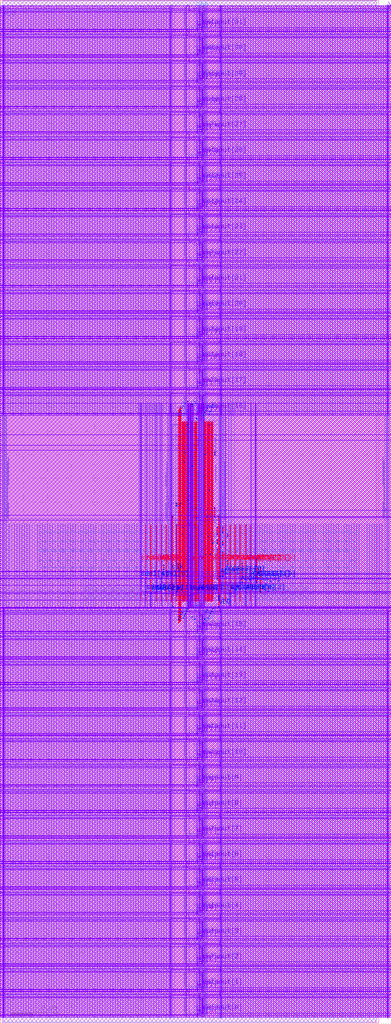
<source format=lef>
VERSION 5.8 ;
BUSBITCHARS "[]" ;
DIVIDERCHAR "/" ;

PROPERTYDEFINITIONS
  MACRO CatenaDesignType STRING ;
END PROPERTYDEFINITIONS

MACRO srambank_128x4x32_6t122
  CLASS BLOCK ;
  ORIGIN 0 0 ;
  FOREIGN srambank_128x4x32_6t122 0 0 ;
  SIZE 16.0 BY 43.2 ;
  SYMMETRY X Y ;
  SITE coreSite ;
  PIN VDD
    DIRECTION INOUT ;
    USE POWER ;
    PORT
      LAYER M4  ;
        RECT 0.0940 1.1720 16.4420 1.2200 ;
        RECT 0.0940 2.2520 16.4420 2.3000 ;
        RECT 0.0940 3.3320 16.4420 3.3800 ;
        RECT 0.0940 4.4120 16.4420 4.4600 ;
        RECT 0.0940 5.4920 16.4420 5.5400 ;
        RECT 0.0940 6.5720 16.4420 6.6200 ;
        RECT 0.0940 7.6520 16.4420 7.7000 ;
        RECT 0.0940 8.7320 16.4420 8.7800 ;
        RECT 0.0940 9.8120 16.4420 9.8600 ;
        RECT 0.0940 10.8920 16.4420 10.9400 ;
        RECT 0.0940 11.9720 16.4420 12.0200 ;
        RECT 0.0940 13.0520 16.4420 13.1000 ;
        RECT 0.0940 14.1320 16.4420 14.1800 ;
        RECT 0.0940 15.2120 16.4420 15.2600 ;
        RECT 0.0940 16.2920 16.4420 16.3400 ;
        RECT 0.0940 17.3720 16.4420 17.4200 ;
        RECT 3.5640 17.8530 12.9600 18.0690 ;
        RECT 9.1970 21.3570 9.3380 21.3810 ;
        RECT 9.0660 17.5730 9.3290 17.5970 ;
        RECT 7.3980 21.0210 9.1260 21.2370 ;
        RECT 7.3980 24.1890 9.1260 24.4050 ;
        RECT 0.0940 26.5790 16.4420 26.6270 ;
        RECT 0.0940 27.6590 16.4420 27.7070 ;
        RECT 0.0940 28.7390 16.4420 28.7870 ;
        RECT 0.0940 29.8190 16.4420 29.8670 ;
        RECT 0.0940 30.8990 16.4420 30.9470 ;
        RECT 0.0940 31.9790 16.4420 32.0270 ;
        RECT 0.0940 33.0590 16.4420 33.1070 ;
        RECT 0.0940 34.1390 16.4420 34.1870 ;
        RECT 0.0940 35.2190 16.4420 35.2670 ;
        RECT 0.0940 36.2990 16.4420 36.3470 ;
        RECT 0.0940 37.3790 16.4420 37.4270 ;
        RECT 0.0940 38.4590 16.4420 38.5070 ;
        RECT 0.0940 39.5390 16.4420 39.5870 ;
        RECT 0.0940 40.6190 16.4420 40.6670 ;
        RECT 0.0940 41.6990 16.4420 41.7470 ;
        RECT 0.0940 42.7790 16.4420 42.8270 ;
      LAYER M3  ;
        RECT 16.3940 0.2165 16.4120 1.3765 ;
        RECT 9.2840 0.2170 9.3020 1.3760 ;
        RECT 7.8800 0.2570 7.9700 1.3710 ;
        RECT 7.2320 0.2170 7.2500 1.3760 ;
        RECT 0.1220 0.2165 0.1400 1.3765 ;
        RECT 16.3940 1.2965 16.4120 2.4565 ;
        RECT 9.2840 1.2970 9.3020 2.4560 ;
        RECT 7.8800 1.3370 7.9700 2.4510 ;
        RECT 7.2320 1.2970 7.2500 2.4560 ;
        RECT 0.1220 1.2965 0.1400 2.4565 ;
        RECT 16.3940 2.3765 16.4120 3.5365 ;
        RECT 9.2840 2.3770 9.3020 3.5360 ;
        RECT 7.8800 2.4170 7.9700 3.5310 ;
        RECT 7.2320 2.3770 7.2500 3.5360 ;
        RECT 0.1220 2.3765 0.1400 3.5365 ;
        RECT 16.3940 3.4565 16.4120 4.6165 ;
        RECT 9.2840 3.4570 9.3020 4.6160 ;
        RECT 7.8800 3.4970 7.9700 4.6110 ;
        RECT 7.2320 3.4570 7.2500 4.6160 ;
        RECT 0.1220 3.4565 0.1400 4.6165 ;
        RECT 16.3940 4.5365 16.4120 5.6965 ;
        RECT 9.2840 4.5370 9.3020 5.6960 ;
        RECT 7.8800 4.5770 7.9700 5.6910 ;
        RECT 7.2320 4.5370 7.2500 5.6960 ;
        RECT 0.1220 4.5365 0.1400 5.6965 ;
        RECT 16.3940 5.6165 16.4120 6.7765 ;
        RECT 9.2840 5.6170 9.3020 6.7760 ;
        RECT 7.8800 5.6570 7.9700 6.7710 ;
        RECT 7.2320 5.6170 7.2500 6.7760 ;
        RECT 0.1220 5.6165 0.1400 6.7765 ;
        RECT 16.3940 6.6965 16.4120 7.8565 ;
        RECT 9.2840 6.6970 9.3020 7.8560 ;
        RECT 7.8800 6.7370 7.9700 7.8510 ;
        RECT 7.2320 6.6970 7.2500 7.8560 ;
        RECT 0.1220 6.6965 0.1400 7.8565 ;
        RECT 16.3940 7.7765 16.4120 8.9365 ;
        RECT 9.2840 7.7770 9.3020 8.9360 ;
        RECT 7.8800 7.8170 7.9700 8.9310 ;
        RECT 7.2320 7.7770 7.2500 8.9360 ;
        RECT 0.1220 7.7765 0.1400 8.9365 ;
        RECT 16.3940 8.8565 16.4120 10.0165 ;
        RECT 9.2840 8.8570 9.3020 10.0160 ;
        RECT 7.8800 8.8970 7.9700 10.0110 ;
        RECT 7.2320 8.8570 7.2500 10.0160 ;
        RECT 0.1220 8.8565 0.1400 10.0165 ;
        RECT 16.3940 9.9365 16.4120 11.0965 ;
        RECT 9.2840 9.9370 9.3020 11.0960 ;
        RECT 7.8800 9.9770 7.9700 11.0910 ;
        RECT 7.2320 9.9370 7.2500 11.0960 ;
        RECT 0.1220 9.9365 0.1400 11.0965 ;
        RECT 16.3940 11.0165 16.4120 12.1765 ;
        RECT 9.2840 11.0170 9.3020 12.1760 ;
        RECT 7.8800 11.0570 7.9700 12.1710 ;
        RECT 7.2320 11.0170 7.2500 12.1760 ;
        RECT 0.1220 11.0165 0.1400 12.1765 ;
        RECT 16.3940 12.0965 16.4120 13.2565 ;
        RECT 9.2840 12.0970 9.3020 13.2560 ;
        RECT 7.8800 12.1370 7.9700 13.2510 ;
        RECT 7.2320 12.0970 7.2500 13.2560 ;
        RECT 0.1220 12.0965 0.1400 13.2565 ;
        RECT 16.3940 13.1765 16.4120 14.3365 ;
        RECT 9.2840 13.1770 9.3020 14.3360 ;
        RECT 7.8800 13.2170 7.9700 14.3310 ;
        RECT 7.2320 13.1770 7.2500 14.3360 ;
        RECT 0.1220 13.1765 0.1400 14.3365 ;
        RECT 16.3940 14.2565 16.4120 15.4165 ;
        RECT 9.2840 14.2570 9.3020 15.4160 ;
        RECT 7.8800 14.2970 7.9700 15.4110 ;
        RECT 7.2320 14.2570 7.2500 15.4160 ;
        RECT 0.1220 14.2565 0.1400 15.4165 ;
        RECT 16.3940 15.3365 16.4120 16.4965 ;
        RECT 9.2840 15.3370 9.3020 16.4960 ;
        RECT 7.8800 15.3770 7.9700 16.4910 ;
        RECT 7.2320 15.3370 7.2500 16.4960 ;
        RECT 0.1220 15.3365 0.1400 16.4965 ;
        RECT 16.3940 16.4165 16.4120 17.5765 ;
        RECT 9.2840 16.4170 9.3020 17.5760 ;
        RECT 7.8800 16.4570 7.9700 17.5710 ;
        RECT 7.2320 16.4170 7.2500 17.5760 ;
        RECT 0.1220 16.4165 0.1400 17.5765 ;
        RECT 16.3890 17.4905 16.4070 25.6975 ;
        RECT 9.2970 21.3100 9.3150 25.6585 ;
        RECT 9.2790 17.5235 9.2970 17.6615 ;
        RECT 7.9110 17.8140 8.1450 25.3970 ;
        RECT 7.8750 25.3140 7.9650 25.6900 ;
        RECT 7.8750 17.5300 7.9650 17.9060 ;
        RECT 0.1170 17.4905 0.1350 25.6975 ;
        RECT 16.3940 25.6235 16.4120 26.7835 ;
        RECT 9.2840 25.6240 9.3020 26.7830 ;
        RECT 7.8800 25.6640 7.9700 26.7780 ;
        RECT 7.2320 25.6240 7.2500 26.7830 ;
        RECT 0.1220 25.6235 0.1400 26.7835 ;
        RECT 16.3940 26.7035 16.4120 27.8635 ;
        RECT 9.2840 26.7040 9.3020 27.8630 ;
        RECT 7.8800 26.7440 7.9700 27.8580 ;
        RECT 7.2320 26.7040 7.2500 27.8630 ;
        RECT 0.1220 26.7035 0.1400 27.8635 ;
        RECT 16.3940 27.7835 16.4120 28.9435 ;
        RECT 9.2840 27.7840 9.3020 28.9430 ;
        RECT 7.8800 27.8240 7.9700 28.9380 ;
        RECT 7.2320 27.7840 7.2500 28.9430 ;
        RECT 0.1220 27.7835 0.1400 28.9435 ;
        RECT 16.3940 28.8635 16.4120 30.0235 ;
        RECT 9.2840 28.8640 9.3020 30.0230 ;
        RECT 7.8800 28.9040 7.9700 30.0180 ;
        RECT 7.2320 28.8640 7.2500 30.0230 ;
        RECT 0.1220 28.8635 0.1400 30.0235 ;
        RECT 16.3940 29.9435 16.4120 31.1035 ;
        RECT 9.2840 29.9440 9.3020 31.1030 ;
        RECT 7.8800 29.9840 7.9700 31.0980 ;
        RECT 7.2320 29.9440 7.2500 31.1030 ;
        RECT 0.1220 29.9435 0.1400 31.1035 ;
        RECT 16.3940 31.0235 16.4120 32.1835 ;
        RECT 9.2840 31.0240 9.3020 32.1830 ;
        RECT 7.8800 31.0640 7.9700 32.1780 ;
        RECT 7.2320 31.0240 7.2500 32.1830 ;
        RECT 0.1220 31.0235 0.1400 32.1835 ;
        RECT 16.3940 32.1035 16.4120 33.2635 ;
        RECT 9.2840 32.1040 9.3020 33.2630 ;
        RECT 7.8800 32.1440 7.9700 33.2580 ;
        RECT 7.2320 32.1040 7.2500 33.2630 ;
        RECT 0.1220 32.1035 0.1400 33.2635 ;
        RECT 16.3940 33.1835 16.4120 34.3435 ;
        RECT 9.2840 33.1840 9.3020 34.3430 ;
        RECT 7.8800 33.2240 7.9700 34.3380 ;
        RECT 7.2320 33.1840 7.2500 34.3430 ;
        RECT 0.1220 33.1835 0.1400 34.3435 ;
        RECT 16.3940 34.2635 16.4120 35.4235 ;
        RECT 9.2840 34.2640 9.3020 35.4230 ;
        RECT 7.8800 34.3040 7.9700 35.4180 ;
        RECT 7.2320 34.2640 7.2500 35.4230 ;
        RECT 0.1220 34.2635 0.1400 35.4235 ;
        RECT 16.3940 35.3435 16.4120 36.5035 ;
        RECT 9.2840 35.3440 9.3020 36.5030 ;
        RECT 7.8800 35.3840 7.9700 36.4980 ;
        RECT 7.2320 35.3440 7.2500 36.5030 ;
        RECT 0.1220 35.3435 0.1400 36.5035 ;
        RECT 16.3940 36.4235 16.4120 37.5835 ;
        RECT 9.2840 36.4240 9.3020 37.5830 ;
        RECT 7.8800 36.4640 7.9700 37.5780 ;
        RECT 7.2320 36.4240 7.2500 37.5830 ;
        RECT 0.1220 36.4235 0.1400 37.5835 ;
        RECT 16.3940 37.5035 16.4120 38.6635 ;
        RECT 9.2840 37.5040 9.3020 38.6630 ;
        RECT 7.8800 37.5440 7.9700 38.6580 ;
        RECT 7.2320 37.5040 7.2500 38.6630 ;
        RECT 0.1220 37.5035 0.1400 38.6635 ;
        RECT 16.3940 38.5835 16.4120 39.7435 ;
        RECT 9.2840 38.5840 9.3020 39.7430 ;
        RECT 7.8800 38.6240 7.9700 39.7380 ;
        RECT 7.2320 38.5840 7.2500 39.7430 ;
        RECT 0.1220 38.5835 0.1400 39.7435 ;
        RECT 16.3940 39.6635 16.4120 40.8235 ;
        RECT 9.2840 39.6640 9.3020 40.8230 ;
        RECT 7.8800 39.7040 7.9700 40.8180 ;
        RECT 7.2320 39.6640 7.2500 40.8230 ;
        RECT 0.1220 39.6635 0.1400 40.8235 ;
        RECT 16.3940 40.7435 16.4120 41.9035 ;
        RECT 9.2840 40.7440 9.3020 41.9030 ;
        RECT 7.8800 40.7840 7.9700 41.8980 ;
        RECT 7.2320 40.7440 7.2500 41.9030 ;
        RECT 0.1220 40.7435 0.1400 41.9035 ;
        RECT 16.3940 41.8235 16.4120 42.9835 ;
        RECT 9.2840 41.8240 9.3020 42.9830 ;
        RECT 7.8800 41.8640 7.9700 42.9780 ;
        RECT 7.2320 41.8240 7.2500 42.9830 ;
        RECT 0.1220 41.8235 0.1400 42.9835 ;
      LAYER V3  ;
        RECT 0.1220 1.1720 0.1400 1.2200 ;
        RECT 7.2320 1.1720 7.2500 1.2200 ;
        RECT 7.8800 1.1720 7.9700 1.2200 ;
        RECT 9.2840 1.1720 9.3020 1.2200 ;
        RECT 16.3940 1.1720 16.4120 1.2200 ;
        RECT 0.1220 2.2520 0.1400 2.3000 ;
        RECT 7.2320 2.2520 7.2500 2.3000 ;
        RECT 7.8800 2.2520 7.9700 2.3000 ;
        RECT 9.2840 2.2520 9.3020 2.3000 ;
        RECT 16.3940 2.2520 16.4120 2.3000 ;
        RECT 0.1220 3.3320 0.1400 3.3800 ;
        RECT 7.2320 3.3320 7.2500 3.3800 ;
        RECT 7.8800 3.3320 7.9700 3.3800 ;
        RECT 9.2840 3.3320 9.3020 3.3800 ;
        RECT 16.3940 3.3320 16.4120 3.3800 ;
        RECT 0.1220 4.4120 0.1400 4.4600 ;
        RECT 7.2320 4.4120 7.2500 4.4600 ;
        RECT 7.8800 4.4120 7.9700 4.4600 ;
        RECT 9.2840 4.4120 9.3020 4.4600 ;
        RECT 16.3940 4.4120 16.4120 4.4600 ;
        RECT 0.1220 5.4920 0.1400 5.5400 ;
        RECT 7.2320 5.4920 7.2500 5.5400 ;
        RECT 7.8800 5.4920 7.9700 5.5400 ;
        RECT 9.2840 5.4920 9.3020 5.5400 ;
        RECT 16.3940 5.4920 16.4120 5.5400 ;
        RECT 0.1220 6.5720 0.1400 6.6200 ;
        RECT 7.2320 6.5720 7.2500 6.6200 ;
        RECT 7.8800 6.5720 7.9700 6.6200 ;
        RECT 9.2840 6.5720 9.3020 6.6200 ;
        RECT 16.3940 6.5720 16.4120 6.6200 ;
        RECT 0.1220 7.6520 0.1400 7.7000 ;
        RECT 7.2320 7.6520 7.2500 7.7000 ;
        RECT 7.8800 7.6520 7.9700 7.7000 ;
        RECT 9.2840 7.6520 9.3020 7.7000 ;
        RECT 16.3940 7.6520 16.4120 7.7000 ;
        RECT 0.1220 8.7320 0.1400 8.7800 ;
        RECT 7.2320 8.7320 7.2500 8.7800 ;
        RECT 7.8800 8.7320 7.9700 8.7800 ;
        RECT 9.2840 8.7320 9.3020 8.7800 ;
        RECT 16.3940 8.7320 16.4120 8.7800 ;
        RECT 0.1220 9.8120 0.1400 9.8600 ;
        RECT 7.2320 9.8120 7.2500 9.8600 ;
        RECT 7.8800 9.8120 7.9700 9.8600 ;
        RECT 9.2840 9.8120 9.3020 9.8600 ;
        RECT 16.3940 9.8120 16.4120 9.8600 ;
        RECT 0.1220 10.8920 0.1400 10.9400 ;
        RECT 7.2320 10.8920 7.2500 10.9400 ;
        RECT 7.8800 10.8920 7.9700 10.9400 ;
        RECT 9.2840 10.8920 9.3020 10.9400 ;
        RECT 16.3940 10.8920 16.4120 10.9400 ;
        RECT 0.1220 11.9720 0.1400 12.0200 ;
        RECT 7.2320 11.9720 7.2500 12.0200 ;
        RECT 7.8800 11.9720 7.9700 12.0200 ;
        RECT 9.2840 11.9720 9.3020 12.0200 ;
        RECT 16.3940 11.9720 16.4120 12.0200 ;
        RECT 0.1220 13.0520 0.1400 13.1000 ;
        RECT 7.2320 13.0520 7.2500 13.1000 ;
        RECT 7.8800 13.0520 7.9700 13.1000 ;
        RECT 9.2840 13.0520 9.3020 13.1000 ;
        RECT 16.3940 13.0520 16.4120 13.1000 ;
        RECT 0.1220 14.1320 0.1400 14.1800 ;
        RECT 7.2320 14.1320 7.2500 14.1800 ;
        RECT 7.8800 14.1320 7.9700 14.1800 ;
        RECT 9.2840 14.1320 9.3020 14.1800 ;
        RECT 16.3940 14.1320 16.4120 14.1800 ;
        RECT 0.1220 15.2120 0.1400 15.2600 ;
        RECT 7.2320 15.2120 7.2500 15.2600 ;
        RECT 7.8800 15.2120 7.9700 15.2600 ;
        RECT 9.2840 15.2120 9.3020 15.2600 ;
        RECT 16.3940 15.2120 16.4120 15.2600 ;
        RECT 0.1220 16.2920 0.1400 16.3400 ;
        RECT 7.2320 16.2920 7.2500 16.3400 ;
        RECT 7.8800 16.2920 7.9700 16.3400 ;
        RECT 9.2840 16.2920 9.3020 16.3400 ;
        RECT 16.3940 16.2920 16.4120 16.3400 ;
        RECT 0.1220 17.3720 0.1400 17.4200 ;
        RECT 7.2320 17.3720 7.2500 17.4200 ;
        RECT 7.8800 17.3720 7.9700 17.4200 ;
        RECT 9.2840 17.3720 9.3020 17.4200 ;
        RECT 16.3940 17.3720 16.4120 17.4200 ;
        RECT 7.9150 24.1890 7.9330 24.4050 ;
        RECT 7.9150 21.0210 7.9330 21.2370 ;
        RECT 7.9150 17.8530 7.9330 18.0690 ;
        RECT 7.9670 24.1890 7.9850 24.4050 ;
        RECT 7.9670 21.0210 7.9850 21.2370 ;
        RECT 7.9670 17.8530 7.9850 18.0690 ;
        RECT 8.0190 24.1890 8.0370 24.4050 ;
        RECT 8.0190 21.0210 8.0370 21.2370 ;
        RECT 8.0190 17.8530 8.0370 18.0690 ;
        RECT 8.0710 24.1890 8.0890 24.4050 ;
        RECT 8.0710 21.0210 8.0890 21.2370 ;
        RECT 8.0710 17.8530 8.0890 18.0690 ;
        RECT 8.1230 24.1890 8.1410 24.4050 ;
        RECT 8.1230 21.0210 8.1410 21.2370 ;
        RECT 8.1230 17.8530 8.1410 18.0690 ;
        RECT 9.2790 17.5730 9.2970 17.5970 ;
        RECT 9.2970 21.3570 9.3150 21.3810 ;
        RECT 0.1220 26.5790 0.1400 26.6270 ;
        RECT 7.2320 26.5790 7.2500 26.6270 ;
        RECT 7.8800 26.5790 7.9700 26.6270 ;
        RECT 9.2840 26.5790 9.3020 26.6270 ;
        RECT 16.3940 26.5790 16.4120 26.6270 ;
        RECT 0.1220 27.6590 0.1400 27.7070 ;
        RECT 7.2320 27.6590 7.2500 27.7070 ;
        RECT 7.8800 27.6590 7.9700 27.7070 ;
        RECT 9.2840 27.6590 9.3020 27.7070 ;
        RECT 16.3940 27.6590 16.4120 27.7070 ;
        RECT 0.1220 28.7390 0.1400 28.7870 ;
        RECT 7.2320 28.7390 7.2500 28.7870 ;
        RECT 7.8800 28.7390 7.9700 28.7870 ;
        RECT 9.2840 28.7390 9.3020 28.7870 ;
        RECT 16.3940 28.7390 16.4120 28.7870 ;
        RECT 0.1220 29.8190 0.1400 29.8670 ;
        RECT 7.2320 29.8190 7.2500 29.8670 ;
        RECT 7.8800 29.8190 7.9700 29.8670 ;
        RECT 9.2840 29.8190 9.3020 29.8670 ;
        RECT 16.3940 29.8190 16.4120 29.8670 ;
        RECT 0.1220 30.8990 0.1400 30.9470 ;
        RECT 7.2320 30.8990 7.2500 30.9470 ;
        RECT 7.8800 30.8990 7.9700 30.9470 ;
        RECT 9.2840 30.8990 9.3020 30.9470 ;
        RECT 16.3940 30.8990 16.4120 30.9470 ;
        RECT 0.1220 31.9790 0.1400 32.0270 ;
        RECT 7.2320 31.9790 7.2500 32.0270 ;
        RECT 7.8800 31.9790 7.9700 32.0270 ;
        RECT 9.2840 31.9790 9.3020 32.0270 ;
        RECT 16.3940 31.9790 16.4120 32.0270 ;
        RECT 0.1220 33.0590 0.1400 33.1070 ;
        RECT 7.2320 33.0590 7.2500 33.1070 ;
        RECT 7.8800 33.0590 7.9700 33.1070 ;
        RECT 9.2840 33.0590 9.3020 33.1070 ;
        RECT 16.3940 33.0590 16.4120 33.1070 ;
        RECT 0.1220 34.1390 0.1400 34.1870 ;
        RECT 7.2320 34.1390 7.2500 34.1870 ;
        RECT 7.8800 34.1390 7.9700 34.1870 ;
        RECT 9.2840 34.1390 9.3020 34.1870 ;
        RECT 16.3940 34.1390 16.4120 34.1870 ;
        RECT 0.1220 35.2190 0.1400 35.2670 ;
        RECT 7.2320 35.2190 7.2500 35.2670 ;
        RECT 7.8800 35.2190 7.9700 35.2670 ;
        RECT 9.2840 35.2190 9.3020 35.2670 ;
        RECT 16.3940 35.2190 16.4120 35.2670 ;
        RECT 0.1220 36.2990 0.1400 36.3470 ;
        RECT 7.2320 36.2990 7.2500 36.3470 ;
        RECT 7.8800 36.2990 7.9700 36.3470 ;
        RECT 9.2840 36.2990 9.3020 36.3470 ;
        RECT 16.3940 36.2990 16.4120 36.3470 ;
        RECT 0.1220 37.3790 0.1400 37.4270 ;
        RECT 7.2320 37.3790 7.2500 37.4270 ;
        RECT 7.8800 37.3790 7.9700 37.4270 ;
        RECT 9.2840 37.3790 9.3020 37.4270 ;
        RECT 16.3940 37.3790 16.4120 37.4270 ;
        RECT 0.1220 38.4590 0.1400 38.5070 ;
        RECT 7.2320 38.4590 7.2500 38.5070 ;
        RECT 7.8800 38.4590 7.9700 38.5070 ;
        RECT 9.2840 38.4590 9.3020 38.5070 ;
        RECT 16.3940 38.4590 16.4120 38.5070 ;
        RECT 0.1220 39.5390 0.1400 39.5870 ;
        RECT 7.2320 39.5390 7.2500 39.5870 ;
        RECT 7.8800 39.5390 7.9700 39.5870 ;
        RECT 9.2840 39.5390 9.3020 39.5870 ;
        RECT 16.3940 39.5390 16.4120 39.5870 ;
        RECT 0.1220 40.6190 0.1400 40.6670 ;
        RECT 7.2320 40.6190 7.2500 40.6670 ;
        RECT 7.8800 40.6190 7.9700 40.6670 ;
        RECT 9.2840 40.6190 9.3020 40.6670 ;
        RECT 16.3940 40.6190 16.4120 40.6670 ;
        RECT 0.1220 41.6990 0.1400 41.7470 ;
        RECT 7.2320 41.6990 7.2500 41.7470 ;
        RECT 7.8800 41.6990 7.9700 41.7470 ;
        RECT 9.2840 41.6990 9.3020 41.7470 ;
        RECT 16.3940 41.6990 16.4120 41.7470 ;
        RECT 0.1220 42.7790 0.1400 42.8270 ;
        RECT 7.2320 42.7790 7.2500 42.8270 ;
        RECT 7.8800 42.7790 7.9700 42.8270 ;
        RECT 9.2840 42.7790 9.3020 42.8270 ;
        RECT 16.3940 42.7790 16.4120 42.8270 ;
      LAYER M5  ;
        RECT 9.2160 17.5550 9.2400 21.3990 ;
      LAYER V4  ;
        RECT 9.2160 21.3570 9.2400 21.3810 ;
        RECT 9.2160 17.8530 9.2400 18.0690 ;
        RECT 9.2160 17.5730 9.2400 17.5970 ;
    END
  END VDD
  PIN VSS
    DIRECTION INOUT ;
    USE POWER ;
    PORT
      LAYER M4  ;
        RECT 0.0940 1.0760 16.4370 1.1240 ;
        RECT 0.0940 2.1560 16.4370 2.2040 ;
        RECT 0.0940 3.2360 16.4370 3.2840 ;
        RECT 0.0940 4.3160 16.4370 4.3640 ;
        RECT 0.0940 5.3960 16.4370 5.4440 ;
        RECT 0.0940 6.4760 16.4370 6.5240 ;
        RECT 0.0940 7.5560 16.4370 7.6040 ;
        RECT 0.0940 8.6360 16.4370 8.6840 ;
        RECT 0.0940 9.7160 16.4370 9.7640 ;
        RECT 0.0940 10.7960 16.4370 10.8440 ;
        RECT 0.0940 11.8760 16.4370 11.9240 ;
        RECT 0.0940 12.9560 16.4370 13.0040 ;
        RECT 0.0940 14.0360 16.4370 14.0840 ;
        RECT 0.0940 15.1160 16.4370 15.1640 ;
        RECT 0.0940 16.1960 16.4370 16.2440 ;
        RECT 0.0940 17.2760 16.4370 17.3240 ;
        RECT 3.5640 18.2850 12.9600 18.5010 ;
        RECT 7.3980 21.4530 9.1260 21.6690 ;
        RECT 7.3980 24.6210 9.1260 24.8370 ;
        RECT 0.0940 26.4830 16.4370 26.5310 ;
        RECT 0.0940 27.5630 16.4370 27.6110 ;
        RECT 0.0940 28.6430 16.4370 28.6910 ;
        RECT 0.0940 29.7230 16.4370 29.7710 ;
        RECT 0.0940 30.8030 16.4370 30.8510 ;
        RECT 0.0940 31.8830 16.4370 31.9310 ;
        RECT 0.0940 32.9630 16.4370 33.0110 ;
        RECT 0.0940 34.0430 16.4370 34.0910 ;
        RECT 0.0940 35.1230 16.4370 35.1710 ;
        RECT 0.0940 36.2030 16.4370 36.2510 ;
        RECT 0.0940 37.2830 16.4370 37.3310 ;
        RECT 0.0940 38.3630 16.4370 38.4110 ;
        RECT 0.0940 39.4430 16.4370 39.4910 ;
        RECT 0.0940 40.5230 16.4370 40.5710 ;
        RECT 0.0940 41.6030 16.4370 41.6510 ;
        RECT 0.0940 42.6830 16.4370 42.7310 ;
      LAYER M3  ;
        RECT 16.3580 0.2165 16.3760 1.3765 ;
        RECT 9.3380 0.2165 9.3560 1.3765 ;
        RECT 8.5730 0.2530 8.6090 1.3670 ;
        RECT 8.4200 0.2530 8.4470 1.3670 ;
        RECT 7.1780 0.2165 7.1960 1.3765 ;
        RECT 0.1580 0.2165 0.1760 1.3765 ;
        RECT 16.3580 1.2965 16.3760 2.4565 ;
        RECT 9.3380 1.2965 9.3560 2.4565 ;
        RECT 8.5730 1.3330 8.6090 2.4470 ;
        RECT 8.4200 1.3330 8.4470 2.4470 ;
        RECT 7.1780 1.2965 7.1960 2.4565 ;
        RECT 0.1580 1.2965 0.1760 2.4565 ;
        RECT 16.3580 2.3765 16.3760 3.5365 ;
        RECT 9.3380 2.3765 9.3560 3.5365 ;
        RECT 8.5730 2.4130 8.6090 3.5270 ;
        RECT 8.4200 2.4130 8.4470 3.5270 ;
        RECT 7.1780 2.3765 7.1960 3.5365 ;
        RECT 0.1580 2.3765 0.1760 3.5365 ;
        RECT 16.3580 3.4565 16.3760 4.6165 ;
        RECT 9.3380 3.4565 9.3560 4.6165 ;
        RECT 8.5730 3.4930 8.6090 4.6070 ;
        RECT 8.4200 3.4930 8.4470 4.6070 ;
        RECT 7.1780 3.4565 7.1960 4.6165 ;
        RECT 0.1580 3.4565 0.1760 4.6165 ;
        RECT 16.3580 4.5365 16.3760 5.6965 ;
        RECT 9.3380 4.5365 9.3560 5.6965 ;
        RECT 8.5730 4.5730 8.6090 5.6870 ;
        RECT 8.4200 4.5730 8.4470 5.6870 ;
        RECT 7.1780 4.5365 7.1960 5.6965 ;
        RECT 0.1580 4.5365 0.1760 5.6965 ;
        RECT 16.3580 5.6165 16.3760 6.7765 ;
        RECT 9.3380 5.6165 9.3560 6.7765 ;
        RECT 8.5730 5.6530 8.6090 6.7670 ;
        RECT 8.4200 5.6530 8.4470 6.7670 ;
        RECT 7.1780 5.6165 7.1960 6.7765 ;
        RECT 0.1580 5.6165 0.1760 6.7765 ;
        RECT 16.3580 6.6965 16.3760 7.8565 ;
        RECT 9.3380 6.6965 9.3560 7.8565 ;
        RECT 8.5730 6.7330 8.6090 7.8470 ;
        RECT 8.4200 6.7330 8.4470 7.8470 ;
        RECT 7.1780 6.6965 7.1960 7.8565 ;
        RECT 0.1580 6.6965 0.1760 7.8565 ;
        RECT 16.3580 7.7765 16.3760 8.9365 ;
        RECT 9.3380 7.7765 9.3560 8.9365 ;
        RECT 8.5730 7.8130 8.6090 8.9270 ;
        RECT 8.4200 7.8130 8.4470 8.9270 ;
        RECT 7.1780 7.7765 7.1960 8.9365 ;
        RECT 0.1580 7.7765 0.1760 8.9365 ;
        RECT 16.3580 8.8565 16.3760 10.0165 ;
        RECT 9.3380 8.8565 9.3560 10.0165 ;
        RECT 8.5730 8.8930 8.6090 10.0070 ;
        RECT 8.4200 8.8930 8.4470 10.0070 ;
        RECT 7.1780 8.8565 7.1960 10.0165 ;
        RECT 0.1580 8.8565 0.1760 10.0165 ;
        RECT 16.3580 9.9365 16.3760 11.0965 ;
        RECT 9.3380 9.9365 9.3560 11.0965 ;
        RECT 8.5730 9.9730 8.6090 11.0870 ;
        RECT 8.4200 9.9730 8.4470 11.0870 ;
        RECT 7.1780 9.9365 7.1960 11.0965 ;
        RECT 0.1580 9.9365 0.1760 11.0965 ;
        RECT 16.3580 11.0165 16.3760 12.1765 ;
        RECT 9.3380 11.0165 9.3560 12.1765 ;
        RECT 8.5730 11.0530 8.6090 12.1670 ;
        RECT 8.4200 11.0530 8.4470 12.1670 ;
        RECT 7.1780 11.0165 7.1960 12.1765 ;
        RECT 0.1580 11.0165 0.1760 12.1765 ;
        RECT 16.3580 12.0965 16.3760 13.2565 ;
        RECT 9.3380 12.0965 9.3560 13.2565 ;
        RECT 8.5730 12.1330 8.6090 13.2470 ;
        RECT 8.4200 12.1330 8.4470 13.2470 ;
        RECT 7.1780 12.0965 7.1960 13.2565 ;
        RECT 0.1580 12.0965 0.1760 13.2565 ;
        RECT 16.3580 13.1765 16.3760 14.3365 ;
        RECT 9.3380 13.1765 9.3560 14.3365 ;
        RECT 8.5730 13.2130 8.6090 14.3270 ;
        RECT 8.4200 13.2130 8.4470 14.3270 ;
        RECT 7.1780 13.1765 7.1960 14.3365 ;
        RECT 0.1580 13.1765 0.1760 14.3365 ;
        RECT 16.3580 14.2565 16.3760 15.4165 ;
        RECT 9.3380 14.2565 9.3560 15.4165 ;
        RECT 8.5730 14.2930 8.6090 15.4070 ;
        RECT 8.4200 14.2930 8.4470 15.4070 ;
        RECT 7.1780 14.2565 7.1960 15.4165 ;
        RECT 0.1580 14.2565 0.1760 15.4165 ;
        RECT 16.3580 15.3365 16.3760 16.4965 ;
        RECT 9.3380 15.3365 9.3560 16.4965 ;
        RECT 8.5730 15.3730 8.6090 16.4870 ;
        RECT 8.4200 15.3730 8.4470 16.4870 ;
        RECT 7.1780 15.3365 7.1960 16.4965 ;
        RECT 0.1580 15.3365 0.1760 16.4965 ;
        RECT 16.3580 16.4165 16.3760 17.5765 ;
        RECT 9.3380 16.4165 9.3560 17.5765 ;
        RECT 8.5730 16.4530 8.6090 17.5670 ;
        RECT 8.4200 16.4530 8.4470 17.5670 ;
        RECT 7.1780 16.4165 7.1960 17.5765 ;
        RECT 0.1580 16.4165 0.1760 17.5765 ;
        RECT 16.3530 17.4905 16.3710 25.6975 ;
        RECT 9.3330 17.4905 9.3510 25.6975 ;
        RECT 8.3790 17.7140 8.6130 25.3970 ;
        RECT 8.5680 17.5345 8.6040 25.6540 ;
        RECT 8.4150 17.5340 8.4420 25.6540 ;
        RECT 7.1730 17.4905 7.1910 25.6975 ;
        RECT 0.1530 17.4905 0.1710 25.6975 ;
        RECT 16.3580 25.6235 16.3760 26.7835 ;
        RECT 9.3380 25.6235 9.3560 26.7835 ;
        RECT 8.5730 25.6600 8.6090 26.7740 ;
        RECT 8.4200 25.6600 8.4470 26.7740 ;
        RECT 7.1780 25.6235 7.1960 26.7835 ;
        RECT 0.1580 25.6235 0.1760 26.7835 ;
        RECT 16.3580 26.7035 16.3760 27.8635 ;
        RECT 9.3380 26.7035 9.3560 27.8635 ;
        RECT 8.5730 26.7400 8.6090 27.8540 ;
        RECT 8.4200 26.7400 8.4470 27.8540 ;
        RECT 7.1780 26.7035 7.1960 27.8635 ;
        RECT 0.1580 26.7035 0.1760 27.8635 ;
        RECT 16.3580 27.7835 16.3760 28.9435 ;
        RECT 9.3380 27.7835 9.3560 28.9435 ;
        RECT 8.5730 27.8200 8.6090 28.9340 ;
        RECT 8.4200 27.8200 8.4470 28.9340 ;
        RECT 7.1780 27.7835 7.1960 28.9435 ;
        RECT 0.1580 27.7835 0.1760 28.9435 ;
        RECT 16.3580 28.8635 16.3760 30.0235 ;
        RECT 9.3380 28.8635 9.3560 30.0235 ;
        RECT 8.5730 28.9000 8.6090 30.0140 ;
        RECT 8.4200 28.9000 8.4470 30.0140 ;
        RECT 7.1780 28.8635 7.1960 30.0235 ;
        RECT 0.1580 28.8635 0.1760 30.0235 ;
        RECT 16.3580 29.9435 16.3760 31.1035 ;
        RECT 9.3380 29.9435 9.3560 31.1035 ;
        RECT 8.5730 29.9800 8.6090 31.0940 ;
        RECT 8.4200 29.9800 8.4470 31.0940 ;
        RECT 7.1780 29.9435 7.1960 31.1035 ;
        RECT 0.1580 29.9435 0.1760 31.1035 ;
        RECT 16.3580 31.0235 16.3760 32.1835 ;
        RECT 9.3380 31.0235 9.3560 32.1835 ;
        RECT 8.5730 31.0600 8.6090 32.1740 ;
        RECT 8.4200 31.0600 8.4470 32.1740 ;
        RECT 7.1780 31.0235 7.1960 32.1835 ;
        RECT 0.1580 31.0235 0.1760 32.1835 ;
        RECT 16.3580 32.1035 16.3760 33.2635 ;
        RECT 9.3380 32.1035 9.3560 33.2635 ;
        RECT 8.5730 32.1400 8.6090 33.2540 ;
        RECT 8.4200 32.1400 8.4470 33.2540 ;
        RECT 7.1780 32.1035 7.1960 33.2635 ;
        RECT 0.1580 32.1035 0.1760 33.2635 ;
        RECT 16.3580 33.1835 16.3760 34.3435 ;
        RECT 9.3380 33.1835 9.3560 34.3435 ;
        RECT 8.5730 33.2200 8.6090 34.3340 ;
        RECT 8.4200 33.2200 8.4470 34.3340 ;
        RECT 7.1780 33.1835 7.1960 34.3435 ;
        RECT 0.1580 33.1835 0.1760 34.3435 ;
        RECT 16.3580 34.2635 16.3760 35.4235 ;
        RECT 9.3380 34.2635 9.3560 35.4235 ;
        RECT 8.5730 34.3000 8.6090 35.4140 ;
        RECT 8.4200 34.3000 8.4470 35.4140 ;
        RECT 7.1780 34.2635 7.1960 35.4235 ;
        RECT 0.1580 34.2635 0.1760 35.4235 ;
        RECT 16.3580 35.3435 16.3760 36.5035 ;
        RECT 9.3380 35.3435 9.3560 36.5035 ;
        RECT 8.5730 35.3800 8.6090 36.4940 ;
        RECT 8.4200 35.3800 8.4470 36.4940 ;
        RECT 7.1780 35.3435 7.1960 36.5035 ;
        RECT 0.1580 35.3435 0.1760 36.5035 ;
        RECT 16.3580 36.4235 16.3760 37.5835 ;
        RECT 9.3380 36.4235 9.3560 37.5835 ;
        RECT 8.5730 36.4600 8.6090 37.5740 ;
        RECT 8.4200 36.4600 8.4470 37.5740 ;
        RECT 7.1780 36.4235 7.1960 37.5835 ;
        RECT 0.1580 36.4235 0.1760 37.5835 ;
        RECT 16.3580 37.5035 16.3760 38.6635 ;
        RECT 9.3380 37.5035 9.3560 38.6635 ;
        RECT 8.5730 37.5400 8.6090 38.6540 ;
        RECT 8.4200 37.5400 8.4470 38.6540 ;
        RECT 7.1780 37.5035 7.1960 38.6635 ;
        RECT 0.1580 37.5035 0.1760 38.6635 ;
        RECT 16.3580 38.5835 16.3760 39.7435 ;
        RECT 9.3380 38.5835 9.3560 39.7435 ;
        RECT 8.5730 38.6200 8.6090 39.7340 ;
        RECT 8.4200 38.6200 8.4470 39.7340 ;
        RECT 7.1780 38.5835 7.1960 39.7435 ;
        RECT 0.1580 38.5835 0.1760 39.7435 ;
        RECT 16.3580 39.6635 16.3760 40.8235 ;
        RECT 9.3380 39.6635 9.3560 40.8235 ;
        RECT 8.5730 39.7000 8.6090 40.8140 ;
        RECT 8.4200 39.7000 8.4470 40.8140 ;
        RECT 7.1780 39.6635 7.1960 40.8235 ;
        RECT 0.1580 39.6635 0.1760 40.8235 ;
        RECT 16.3580 40.7435 16.3760 41.9035 ;
        RECT 9.3380 40.7435 9.3560 41.9035 ;
        RECT 8.5730 40.7800 8.6090 41.8940 ;
        RECT 8.4200 40.7800 8.4470 41.8940 ;
        RECT 7.1780 40.7435 7.1960 41.9035 ;
        RECT 0.1580 40.7435 0.1760 41.9035 ;
        RECT 16.3580 41.8235 16.3760 42.9835 ;
        RECT 9.3380 41.8235 9.3560 42.9835 ;
        RECT 8.5730 41.8600 8.6090 42.9740 ;
        RECT 8.4200 41.8600 8.4470 42.9740 ;
        RECT 7.1780 41.8235 7.1960 42.9835 ;
        RECT 0.1580 41.8235 0.1760 42.9835 ;
      LAYER V3  ;
        RECT 0.1580 1.0760 0.1760 1.1240 ;
        RECT 7.1780 1.0760 7.1960 1.1240 ;
        RECT 8.4200 1.0760 8.4470 1.1240 ;
        RECT 8.5730 1.0760 8.6090 1.1240 ;
        RECT 9.3380 1.0760 9.3560 1.1240 ;
        RECT 16.3580 1.0760 16.3760 1.1240 ;
        RECT 0.1580 2.1560 0.1760 2.2040 ;
        RECT 7.1780 2.1560 7.1960 2.2040 ;
        RECT 8.4200 2.1560 8.4470 2.2040 ;
        RECT 8.5730 2.1560 8.6090 2.2040 ;
        RECT 9.3380 2.1560 9.3560 2.2040 ;
        RECT 16.3580 2.1560 16.3760 2.2040 ;
        RECT 0.1580 3.2360 0.1760 3.2840 ;
        RECT 7.1780 3.2360 7.1960 3.2840 ;
        RECT 8.4200 3.2360 8.4470 3.2840 ;
        RECT 8.5730 3.2360 8.6090 3.2840 ;
        RECT 9.3380 3.2360 9.3560 3.2840 ;
        RECT 16.3580 3.2360 16.3760 3.2840 ;
        RECT 0.1580 4.3160 0.1760 4.3640 ;
        RECT 7.1780 4.3160 7.1960 4.3640 ;
        RECT 8.4200 4.3160 8.4470 4.3640 ;
        RECT 8.5730 4.3160 8.6090 4.3640 ;
        RECT 9.3380 4.3160 9.3560 4.3640 ;
        RECT 16.3580 4.3160 16.3760 4.3640 ;
        RECT 0.1580 5.3960 0.1760 5.4440 ;
        RECT 7.1780 5.3960 7.1960 5.4440 ;
        RECT 8.4200 5.3960 8.4470 5.4440 ;
        RECT 8.5730 5.3960 8.6090 5.4440 ;
        RECT 9.3380 5.3960 9.3560 5.4440 ;
        RECT 16.3580 5.3960 16.3760 5.4440 ;
        RECT 0.1580 6.4760 0.1760 6.5240 ;
        RECT 7.1780 6.4760 7.1960 6.5240 ;
        RECT 8.4200 6.4760 8.4470 6.5240 ;
        RECT 8.5730 6.4760 8.6090 6.5240 ;
        RECT 9.3380 6.4760 9.3560 6.5240 ;
        RECT 16.3580 6.4760 16.3760 6.5240 ;
        RECT 0.1580 7.5560 0.1760 7.6040 ;
        RECT 7.1780 7.5560 7.1960 7.6040 ;
        RECT 8.4200 7.5560 8.4470 7.6040 ;
        RECT 8.5730 7.5560 8.6090 7.6040 ;
        RECT 9.3380 7.5560 9.3560 7.6040 ;
        RECT 16.3580 7.5560 16.3760 7.6040 ;
        RECT 0.1580 8.6360 0.1760 8.6840 ;
        RECT 7.1780 8.6360 7.1960 8.6840 ;
        RECT 8.4200 8.6360 8.4470 8.6840 ;
        RECT 8.5730 8.6360 8.6090 8.6840 ;
        RECT 9.3380 8.6360 9.3560 8.6840 ;
        RECT 16.3580 8.6360 16.3760 8.6840 ;
        RECT 0.1580 9.7160 0.1760 9.7640 ;
        RECT 7.1780 9.7160 7.1960 9.7640 ;
        RECT 8.4200 9.7160 8.4470 9.7640 ;
        RECT 8.5730 9.7160 8.6090 9.7640 ;
        RECT 9.3380 9.7160 9.3560 9.7640 ;
        RECT 16.3580 9.7160 16.3760 9.7640 ;
        RECT 0.1580 10.7960 0.1760 10.8440 ;
        RECT 7.1780 10.7960 7.1960 10.8440 ;
        RECT 8.4200 10.7960 8.4470 10.8440 ;
        RECT 8.5730 10.7960 8.6090 10.8440 ;
        RECT 9.3380 10.7960 9.3560 10.8440 ;
        RECT 16.3580 10.7960 16.3760 10.8440 ;
        RECT 0.1580 11.8760 0.1760 11.9240 ;
        RECT 7.1780 11.8760 7.1960 11.9240 ;
        RECT 8.4200 11.8760 8.4470 11.9240 ;
        RECT 8.5730 11.8760 8.6090 11.9240 ;
        RECT 9.3380 11.8760 9.3560 11.9240 ;
        RECT 16.3580 11.8760 16.3760 11.9240 ;
        RECT 0.1580 12.9560 0.1760 13.0040 ;
        RECT 7.1780 12.9560 7.1960 13.0040 ;
        RECT 8.4200 12.9560 8.4470 13.0040 ;
        RECT 8.5730 12.9560 8.6090 13.0040 ;
        RECT 9.3380 12.9560 9.3560 13.0040 ;
        RECT 16.3580 12.9560 16.3760 13.0040 ;
        RECT 0.1580 14.0360 0.1760 14.0840 ;
        RECT 7.1780 14.0360 7.1960 14.0840 ;
        RECT 8.4200 14.0360 8.4470 14.0840 ;
        RECT 8.5730 14.0360 8.6090 14.0840 ;
        RECT 9.3380 14.0360 9.3560 14.0840 ;
        RECT 16.3580 14.0360 16.3760 14.0840 ;
        RECT 0.1580 15.1160 0.1760 15.1640 ;
        RECT 7.1780 15.1160 7.1960 15.1640 ;
        RECT 8.4200 15.1160 8.4470 15.1640 ;
        RECT 8.5730 15.1160 8.6090 15.1640 ;
        RECT 9.3380 15.1160 9.3560 15.1640 ;
        RECT 16.3580 15.1160 16.3760 15.1640 ;
        RECT 0.1580 16.1960 0.1760 16.2440 ;
        RECT 7.1780 16.1960 7.1960 16.2440 ;
        RECT 8.4200 16.1960 8.4470 16.2440 ;
        RECT 8.5730 16.1960 8.6090 16.2440 ;
        RECT 9.3380 16.1960 9.3560 16.2440 ;
        RECT 16.3580 16.1960 16.3760 16.2440 ;
        RECT 0.1580 17.2760 0.1760 17.3240 ;
        RECT 7.1780 17.2760 7.1960 17.3240 ;
        RECT 8.4200 17.2760 8.4470 17.3240 ;
        RECT 8.5730 17.2760 8.6090 17.3240 ;
        RECT 9.3380 17.2760 9.3560 17.3240 ;
        RECT 16.3580 17.2760 16.3760 17.3240 ;
        RECT 8.3830 24.6210 8.4010 24.8370 ;
        RECT 8.3830 21.4530 8.4010 21.6690 ;
        RECT 8.3830 18.2850 8.4010 18.5010 ;
        RECT 8.4350 24.6210 8.4530 24.8370 ;
        RECT 8.4350 21.4530 8.4530 21.6690 ;
        RECT 8.4350 18.2850 8.4530 18.5010 ;
        RECT 8.4870 24.6210 8.5050 24.8370 ;
        RECT 8.4870 21.4530 8.5050 21.6690 ;
        RECT 8.4870 18.2850 8.5050 18.5010 ;
        RECT 8.5390 24.6210 8.5570 24.8370 ;
        RECT 8.5390 21.4530 8.5570 21.6690 ;
        RECT 8.5390 18.2850 8.5570 18.5010 ;
        RECT 8.5910 24.6210 8.6090 24.8370 ;
        RECT 8.5910 21.4530 8.6090 21.6690 ;
        RECT 8.5910 18.2850 8.6090 18.5010 ;
        RECT 9.3330 18.2855 9.3510 18.5015 ;
        RECT 0.1580 26.4830 0.1760 26.5310 ;
        RECT 7.1780 26.4830 7.1960 26.5310 ;
        RECT 8.4200 26.4830 8.4470 26.5310 ;
        RECT 8.5730 26.4830 8.6090 26.5310 ;
        RECT 9.3380 26.4830 9.3560 26.5310 ;
        RECT 16.3580 26.4830 16.3760 26.5310 ;
        RECT 0.1580 27.5630 0.1760 27.6110 ;
        RECT 7.1780 27.5630 7.1960 27.6110 ;
        RECT 8.4200 27.5630 8.4470 27.6110 ;
        RECT 8.5730 27.5630 8.6090 27.6110 ;
        RECT 9.3380 27.5630 9.3560 27.6110 ;
        RECT 16.3580 27.5630 16.3760 27.6110 ;
        RECT 0.1580 28.6430 0.1760 28.6910 ;
        RECT 7.1780 28.6430 7.1960 28.6910 ;
        RECT 8.4200 28.6430 8.4470 28.6910 ;
        RECT 8.5730 28.6430 8.6090 28.6910 ;
        RECT 9.3380 28.6430 9.3560 28.6910 ;
        RECT 16.3580 28.6430 16.3760 28.6910 ;
        RECT 0.1580 29.7230 0.1760 29.7710 ;
        RECT 7.1780 29.7230 7.1960 29.7710 ;
        RECT 8.4200 29.7230 8.4470 29.7710 ;
        RECT 8.5730 29.7230 8.6090 29.7710 ;
        RECT 9.3380 29.7230 9.3560 29.7710 ;
        RECT 16.3580 29.7230 16.3760 29.7710 ;
        RECT 0.1580 30.8030 0.1760 30.8510 ;
        RECT 7.1780 30.8030 7.1960 30.8510 ;
        RECT 8.4200 30.8030 8.4470 30.8510 ;
        RECT 8.5730 30.8030 8.6090 30.8510 ;
        RECT 9.3380 30.8030 9.3560 30.8510 ;
        RECT 16.3580 30.8030 16.3760 30.8510 ;
        RECT 0.1580 31.8830 0.1760 31.9310 ;
        RECT 7.1780 31.8830 7.1960 31.9310 ;
        RECT 8.4200 31.8830 8.4470 31.9310 ;
        RECT 8.5730 31.8830 8.6090 31.9310 ;
        RECT 9.3380 31.8830 9.3560 31.9310 ;
        RECT 16.3580 31.8830 16.3760 31.9310 ;
        RECT 0.1580 32.9630 0.1760 33.0110 ;
        RECT 7.1780 32.9630 7.1960 33.0110 ;
        RECT 8.4200 32.9630 8.4470 33.0110 ;
        RECT 8.5730 32.9630 8.6090 33.0110 ;
        RECT 9.3380 32.9630 9.3560 33.0110 ;
        RECT 16.3580 32.9630 16.3760 33.0110 ;
        RECT 0.1580 34.0430 0.1760 34.0910 ;
        RECT 7.1780 34.0430 7.1960 34.0910 ;
        RECT 8.4200 34.0430 8.4470 34.0910 ;
        RECT 8.5730 34.0430 8.6090 34.0910 ;
        RECT 9.3380 34.0430 9.3560 34.0910 ;
        RECT 16.3580 34.0430 16.3760 34.0910 ;
        RECT 0.1580 35.1230 0.1760 35.1710 ;
        RECT 7.1780 35.1230 7.1960 35.1710 ;
        RECT 8.4200 35.1230 8.4470 35.1710 ;
        RECT 8.5730 35.1230 8.6090 35.1710 ;
        RECT 9.3380 35.1230 9.3560 35.1710 ;
        RECT 16.3580 35.1230 16.3760 35.1710 ;
        RECT 0.1580 36.2030 0.1760 36.2510 ;
        RECT 7.1780 36.2030 7.1960 36.2510 ;
        RECT 8.4200 36.2030 8.4470 36.2510 ;
        RECT 8.5730 36.2030 8.6090 36.2510 ;
        RECT 9.3380 36.2030 9.3560 36.2510 ;
        RECT 16.3580 36.2030 16.3760 36.2510 ;
        RECT 0.1580 37.2830 0.1760 37.3310 ;
        RECT 7.1780 37.2830 7.1960 37.3310 ;
        RECT 8.4200 37.2830 8.4470 37.3310 ;
        RECT 8.5730 37.2830 8.6090 37.3310 ;
        RECT 9.3380 37.2830 9.3560 37.3310 ;
        RECT 16.3580 37.2830 16.3760 37.3310 ;
        RECT 0.1580 38.3630 0.1760 38.4110 ;
        RECT 7.1780 38.3630 7.1960 38.4110 ;
        RECT 8.4200 38.3630 8.4470 38.4110 ;
        RECT 8.5730 38.3630 8.6090 38.4110 ;
        RECT 9.3380 38.3630 9.3560 38.4110 ;
        RECT 16.3580 38.3630 16.3760 38.4110 ;
        RECT 0.1580 39.4430 0.1760 39.4910 ;
        RECT 7.1780 39.4430 7.1960 39.4910 ;
        RECT 8.4200 39.4430 8.4470 39.4910 ;
        RECT 8.5730 39.4430 8.6090 39.4910 ;
        RECT 9.3380 39.4430 9.3560 39.4910 ;
        RECT 16.3580 39.4430 16.3760 39.4910 ;
        RECT 0.1580 40.5230 0.1760 40.5710 ;
        RECT 7.1780 40.5230 7.1960 40.5710 ;
        RECT 8.4200 40.5230 8.4470 40.5710 ;
        RECT 8.5730 40.5230 8.6090 40.5710 ;
        RECT 9.3380 40.5230 9.3560 40.5710 ;
        RECT 16.3580 40.5230 16.3760 40.5710 ;
        RECT 0.1580 41.6030 0.1760 41.6510 ;
        RECT 7.1780 41.6030 7.1960 41.6510 ;
        RECT 8.4200 41.6030 8.4470 41.6510 ;
        RECT 8.5730 41.6030 8.6090 41.6510 ;
        RECT 9.3380 41.6030 9.3560 41.6510 ;
        RECT 16.3580 41.6030 16.3760 41.6510 ;
        RECT 0.1580 42.6830 0.1760 42.7310 ;
        RECT 7.1780 42.6830 7.1960 42.7310 ;
        RECT 8.4200 42.6830 8.4470 42.7310 ;
        RECT 8.5730 42.6830 8.6090 42.7310 ;
        RECT 9.3380 42.6830 9.3560 42.7310 ;
        RECT 16.3580 42.6830 16.3760 42.7310 ;
    END
  END VSS
  PIN ADDRESS[0]
    DIRECTION INPUT ;
    USE SIGNAL ;
    PORT
      LAYER M3  ;
        RECT 10.7910 18.7570 10.8090 18.7940 ;
      LAYER M4  ;
        RECT 10.7390 18.7650 10.8230 18.7890 ;
      LAYER M5  ;
        RECT 10.7880 17.8140 10.8120 21.0540 ;
      LAYER V3  ;
        RECT 10.7910 18.7650 10.8090 18.7890 ;
      LAYER V4  ;
        RECT 10.7880 18.7650 10.8120 18.7890 ;
    END
  END ADDRESS[0]
  PIN ADDRESS[1]
    DIRECTION INPUT ;
    USE SIGNAL ;
    PORT
      LAYER M3  ;
        RECT 10.5750 18.7600 10.5930 18.7970 ;
      LAYER M4  ;
        RECT 10.5230 18.7650 10.6070 18.7890 ;
      LAYER M5  ;
        RECT 10.5720 17.8140 10.5960 21.0540 ;
      LAYER V3  ;
        RECT 10.5750 18.7650 10.5930 18.7890 ;
      LAYER V4  ;
        RECT 10.5720 18.7650 10.5960 18.7890 ;
    END
  END ADDRESS[1]
  PIN ADDRESS[2]
    DIRECTION INPUT ;
    USE SIGNAL ;
    PORT
      LAYER M3  ;
        RECT 10.3590 18.1810 10.3770 18.2180 ;
      LAYER M4  ;
        RECT 10.3070 18.1890 10.3910 18.2130 ;
      LAYER M5  ;
        RECT 10.3560 17.8140 10.3800 21.0540 ;
      LAYER V3  ;
        RECT 10.3590 18.1890 10.3770 18.2130 ;
      LAYER V4  ;
        RECT 10.3560 18.1890 10.3800 18.2130 ;
    END
  END ADDRESS[2]
  PIN ADDRESS[3]
    DIRECTION INPUT ;
    USE SIGNAL ;
    PORT
      LAYER M3  ;
        RECT 10.1430 18.4210 10.1610 18.6020 ;
      LAYER M4  ;
        RECT 10.0910 18.5730 10.1750 18.5970 ;
      LAYER M5  ;
        RECT 10.1400 17.8140 10.1640 21.0540 ;
      LAYER V3  ;
        RECT 10.1430 18.5730 10.1610 18.5970 ;
      LAYER V4  ;
        RECT 10.1400 18.5730 10.1640 18.5970 ;
    END
  END ADDRESS[3]
  PIN ADDRESS[4]
    DIRECTION INPUT ;
    USE SIGNAL ;
    PORT
      LAYER M3  ;
        RECT 9.9270 18.1840 9.9450 18.2510 ;
      LAYER M4  ;
        RECT 9.8750 18.1890 9.9590 18.2130 ;
      LAYER M5  ;
        RECT 9.9240 17.8140 9.9480 21.0540 ;
      LAYER V3  ;
        RECT 9.9270 18.1890 9.9450 18.2130 ;
      LAYER V4  ;
        RECT 9.9240 18.1890 9.9480 18.2130 ;
    END
  END ADDRESS[4]
  PIN ADDRESS[5]
    DIRECTION INPUT ;
    USE SIGNAL ;
    PORT
      LAYER M3  ;
        RECT 9.7110 17.9170 9.7290 18.1700 ;
      LAYER M4  ;
        RECT 9.6590 18.1410 9.7430 18.1650 ;
      LAYER M5  ;
        RECT 9.7080 17.8140 9.7320 21.0540 ;
      LAYER V3  ;
        RECT 9.7110 18.1410 9.7290 18.1650 ;
      LAYER V4  ;
        RECT 9.7080 18.1410 9.7320 18.1650 ;
    END
  END ADDRESS[5]
  PIN ADDRESS[6]
    DIRECTION INPUT ;
    USE SIGNAL ;
    PORT
      LAYER M3  ;
        RECT 9.4950 18.9520 9.5130 18.9890 ;
      LAYER M4  ;
        RECT 9.4430 18.9570 9.5270 18.9810 ;
      LAYER M5  ;
        RECT 9.4920 17.8140 9.5160 21.0540 ;
      LAYER V3  ;
        RECT 9.4950 18.9570 9.5130 18.9810 ;
      LAYER V4  ;
        RECT 9.4920 18.9570 9.5160 18.9810 ;
    END
  END ADDRESS[6]
  PIN ADDRESS[7]
    DIRECTION INPUT ;
    USE SIGNAL ;
    PORT
      LAYER M3  ;
        RECT 9.2790 18.7990 9.2970 18.8900 ;
      LAYER M4  ;
        RECT 9.2270 18.8610 9.3110 18.8850 ;
      LAYER M5  ;
        RECT 9.2760 17.8140 9.3000 21.0540 ;
      LAYER V3  ;
        RECT 9.2790 18.8610 9.2970 18.8850 ;
      LAYER V4  ;
        RECT 9.2760 18.8610 9.3000 18.8850 ;
    END
  END ADDRESS[7]
  PIN ADDRESS[8]
    DIRECTION INPUT ;
    USE SIGNAL ;
    PORT
      LAYER M3  ;
        RECT 8.6310 18.1840 8.6490 18.2510 ;
      LAYER M4  ;
        RECT 8.3470 18.1890 8.6600 18.2130 ;
      LAYER M5  ;
        RECT 8.3580 17.8140 8.3820 21.0540 ;
      LAYER V3  ;
        RECT 8.6310 18.1890 8.6490 18.2130 ;
      LAYER V4  ;
        RECT 8.3580 18.1890 8.3820 18.2130 ;
    END
  END ADDRESS[8]
  PIN banksel
    DIRECTION INPUT ;
    USE SIGNAL ;
    PORT
      LAYER M3  ;
        RECT 8.2350 17.9170 8.2530 18.1700 ;
      LAYER M4  ;
        RECT 8.0230 18.1410 8.2640 18.1650 ;
      LAYER M5  ;
        RECT 8.0340 17.8140 8.0580 21.0540 ;
      LAYER V3  ;
        RECT 8.2350 18.1410 8.2530 18.1650 ;
      LAYER V4  ;
        RECT 8.0340 18.1410 8.0580 18.1650 ;
    END
  END banksel
  PIN write
    DIRECTION INPUT ;
    USE SIGNAL ;
    PORT
      LAYER M3  ;
        RECT 7.4430 18.1840 7.4610 18.2510 ;
      LAYER M4  ;
        RECT 7.3910 18.1890 7.4750 18.2130 ;
      LAYER M5  ;
        RECT 7.4400 17.8140 7.4640 21.0540 ;
      LAYER V3  ;
        RECT 7.4430 18.1890 7.4610 18.2130 ;
      LAYER V4  ;
        RECT 7.4400 18.1890 7.4640 18.2130 ;
    END
  END write
  PIN clk
    DIRECTION INPUT ;
    USE SIGNAL ;
    PORT
      LAYER M3  ;
        RECT 7.2270 19.0480 7.2450 19.0970 ;
      LAYER M4  ;
        RECT 7.1750 19.0530 7.2590 19.0770 ;
      LAYER M5  ;
        RECT 7.2240 17.8140 7.2480 21.0540 ;
      LAYER V3  ;
        RECT 7.2270 19.0530 7.2450 19.0770 ;
      LAYER V4  ;
        RECT 7.2240 19.0530 7.2480 19.0770 ;
    END
  END clk
  PIN read
    DIRECTION INPUT ;
    USE SIGNAL ;
    PORT
      LAYER M3  ;
        RECT 7.2630 17.9170 7.2810 18.1700 ;
      LAYER M4  ;
        RECT 6.9970 18.1410 7.2920 18.1650 ;
      LAYER M5  ;
        RECT 7.0080 17.8140 7.0320 21.0540 ;
      LAYER V3  ;
        RECT 7.2630 18.1410 7.2810 18.1650 ;
      LAYER V4  ;
        RECT 7.0080 18.1410 7.0320 18.1650 ;
    END
  END read
  PIN sdel[0]
    DIRECTION INPUT ;
    USE SIGNAL ;
    PORT
      LAYER M3  ;
        RECT 6.7950 18.7570 6.8130 18.7940 ;
      LAYER M4  ;
        RECT 6.7430 18.7650 6.8270 18.7890 ;
      LAYER M5  ;
        RECT 6.7920 17.8140 6.8160 21.0540 ;
      LAYER V3  ;
        RECT 6.7950 18.7650 6.8130 18.7890 ;
      LAYER V4  ;
        RECT 6.7920 18.7650 6.8160 18.7890 ;
    END
  END sdel[0]
  PIN sdel[1]
    DIRECTION INPUT ;
    USE SIGNAL ;
    PORT
      LAYER M3  ;
        RECT 6.5790 18.1840 6.5970 18.4130 ;
      LAYER M4  ;
        RECT 6.5270 18.1890 6.6110 18.2130 ;
      LAYER M5  ;
        RECT 6.5760 17.8140 6.6000 21.0540 ;
      LAYER V3  ;
        RECT 6.5790 18.1890 6.5970 18.2130 ;
      LAYER V4  ;
        RECT 6.5760 18.1890 6.6000 18.2130 ;
    END
  END sdel[1]
  PIN sdel[2]
    DIRECTION INPUT ;
    USE SIGNAL ;
    PORT
      LAYER M3  ;
        RECT 6.3630 17.9170 6.3810 18.1700 ;
      LAYER M4  ;
        RECT 6.3110 18.1410 6.3950 18.1650 ;
      LAYER M5  ;
        RECT 6.3600 17.8140 6.3840 21.0540 ;
      LAYER V3  ;
        RECT 6.3630 18.1410 6.3810 18.1650 ;
      LAYER V4  ;
        RECT 6.3600 18.1410 6.3840 18.1650 ;
    END
  END sdel[2]
  PIN sdel[3]
    DIRECTION INPUT ;
    USE SIGNAL ;
    PORT
      LAYER M3  ;
        RECT 6.1470 18.1810 6.1650 18.2180 ;
      LAYER M4  ;
        RECT 6.0950 18.1890 6.1790 18.2130 ;
      LAYER M5  ;
        RECT 6.1440 17.8140 6.1680 21.0540 ;
      LAYER V3  ;
        RECT 6.1470 18.1890 6.1650 18.2130 ;
      LAYER V4  ;
        RECT 6.1440 18.1890 6.1680 18.2130 ;
    END
  END sdel[3]
  PIN sdel[4]
    DIRECTION INPUT ;
    USE SIGNAL ;
    PORT
      LAYER M3  ;
        RECT 5.9310 18.7570 5.9490 18.7940 ;
      LAYER M4  ;
        RECT 5.8790 18.7650 5.9630 18.7890 ;
      LAYER M5  ;
        RECT 5.9280 17.8140 5.9520 21.0540 ;
      LAYER V3  ;
        RECT 5.9310 18.7650 5.9490 18.7890 ;
      LAYER V4  ;
        RECT 5.9280 18.7650 5.9520 18.7890 ;
    END
  END sdel[4]
  PIN dataout[0]
    DIRECTION OUTPUT ;
    USE SIGNAL ;
    PORT
      LAYER M4  ;
        RECT 7.9490 0.4280 8.5970 0.4520 ;
      LAYER M3  ;
        RECT 8.5370 0.3775 8.5550 0.6170 ;
      LAYER V3  ;
        RECT 8.5370 0.4280 8.5550 0.4520 ;
    END
  END dataout[0]
  PIN wd[0]
    DIRECTION INPUT ;
    USE SIGNAL ;
    PORT
      LAYER M4  ;
        RECT 7.9490 0.3320 8.6650 0.3560 ;
      LAYER M3  ;
        RECT 8.3120 0.2700 8.3300 0.6750 ;
      LAYER V3  ;
        RECT 8.3120 0.3320 8.3300 0.3560 ;
    END
  END wd[0]
  PIN dataout[1]
    DIRECTION OUTPUT ;
    USE SIGNAL ;
    PORT
      LAYER M4  ;
        RECT 7.9490 1.5080 8.5970 1.5320 ;
      LAYER M3  ;
        RECT 8.5370 1.4575 8.5550 1.6970 ;
      LAYER V3  ;
        RECT 8.5370 1.5080 8.5550 1.5320 ;
    END
  END dataout[1]
  PIN wd[1]
    DIRECTION INPUT ;
    USE SIGNAL ;
    PORT
      LAYER M4  ;
        RECT 7.9490 1.4120 8.6650 1.4360 ;
      LAYER M3  ;
        RECT 8.3120 1.3500 8.3300 1.7550 ;
      LAYER V3  ;
        RECT 8.3120 1.4120 8.3300 1.4360 ;
    END
  END wd[1]
  PIN dataout[2]
    DIRECTION OUTPUT ;
    USE SIGNAL ;
    PORT
      LAYER M4  ;
        RECT 7.9490 2.5880 8.5970 2.6120 ;
      LAYER M3  ;
        RECT 8.5370 2.5375 8.5550 2.7770 ;
      LAYER V3  ;
        RECT 8.5370 2.5880 8.5550 2.6120 ;
    END
  END dataout[2]
  PIN wd[2]
    DIRECTION INPUT ;
    USE SIGNAL ;
    PORT
      LAYER M4  ;
        RECT 7.9490 2.4920 8.6650 2.5160 ;
      LAYER M3  ;
        RECT 8.3120 2.4300 8.3300 2.8350 ;
      LAYER V3  ;
        RECT 8.3120 2.4920 8.3300 2.5160 ;
    END
  END wd[2]
  PIN dataout[3]
    DIRECTION OUTPUT ;
    USE SIGNAL ;
    PORT
      LAYER M4  ;
        RECT 7.9490 3.6680 8.5970 3.6920 ;
      LAYER M3  ;
        RECT 8.5370 3.6175 8.5550 3.8570 ;
      LAYER V3  ;
        RECT 8.5370 3.6680 8.5550 3.6920 ;
    END
  END dataout[3]
  PIN wd[3]
    DIRECTION INPUT ;
    USE SIGNAL ;
    PORT
      LAYER M4  ;
        RECT 7.9490 3.5720 8.6650 3.5960 ;
      LAYER M3  ;
        RECT 8.3120 3.5100 8.3300 3.9150 ;
      LAYER V3  ;
        RECT 8.3120 3.5720 8.3300 3.5960 ;
    END
  END wd[3]
  PIN dataout[4]
    DIRECTION OUTPUT ;
    USE SIGNAL ;
    PORT
      LAYER M4  ;
        RECT 7.9490 4.7480 8.5970 4.7720 ;
      LAYER M3  ;
        RECT 8.5370 4.6975 8.5550 4.9370 ;
      LAYER V3  ;
        RECT 8.5370 4.7480 8.5550 4.7720 ;
    END
  END dataout[4]
  PIN wd[4]
    DIRECTION INPUT ;
    USE SIGNAL ;
    PORT
      LAYER M4  ;
        RECT 7.9490 4.6520 8.6650 4.6760 ;
      LAYER M3  ;
        RECT 8.3120 4.5900 8.3300 4.9950 ;
      LAYER V3  ;
        RECT 8.3120 4.6520 8.3300 4.6760 ;
    END
  END wd[4]
  PIN dataout[5]
    DIRECTION OUTPUT ;
    USE SIGNAL ;
    PORT
      LAYER M4  ;
        RECT 7.9490 5.8280 8.5970 5.8520 ;
      LAYER M3  ;
        RECT 8.5370 5.7775 8.5550 6.0170 ;
      LAYER V3  ;
        RECT 8.5370 5.8280 8.5550 5.8520 ;
    END
  END dataout[5]
  PIN wd[5]
    DIRECTION INPUT ;
    USE SIGNAL ;
    PORT
      LAYER M4  ;
        RECT 7.9490 5.7320 8.6650 5.7560 ;
      LAYER M3  ;
        RECT 8.3120 5.6700 8.3300 6.0750 ;
      LAYER V3  ;
        RECT 8.3120 5.7320 8.3300 5.7560 ;
    END
  END wd[5]
  PIN dataout[6]
    DIRECTION OUTPUT ;
    USE SIGNAL ;
    PORT
      LAYER M4  ;
        RECT 7.9490 6.9080 8.5970 6.9320 ;
      LAYER M3  ;
        RECT 8.5370 6.8575 8.5550 7.0970 ;
      LAYER V3  ;
        RECT 8.5370 6.9080 8.5550 6.9320 ;
    END
  END dataout[6]
  PIN wd[6]
    DIRECTION INPUT ;
    USE SIGNAL ;
    PORT
      LAYER M4  ;
        RECT 7.9490 6.8120 8.6650 6.8360 ;
      LAYER M3  ;
        RECT 8.3120 6.7500 8.3300 7.1550 ;
      LAYER V3  ;
        RECT 8.3120 6.8120 8.3300 6.8360 ;
    END
  END wd[6]
  PIN dataout[7]
    DIRECTION OUTPUT ;
    USE SIGNAL ;
    PORT
      LAYER M4  ;
        RECT 7.9490 7.9880 8.5970 8.0120 ;
      LAYER M3  ;
        RECT 8.5370 7.9375 8.5550 8.1770 ;
      LAYER V3  ;
        RECT 8.5370 7.9880 8.5550 8.0120 ;
    END
  END dataout[7]
  PIN wd[7]
    DIRECTION INPUT ;
    USE SIGNAL ;
    PORT
      LAYER M4  ;
        RECT 7.9490 7.8920 8.6650 7.9160 ;
      LAYER M3  ;
        RECT 8.3120 7.8300 8.3300 8.2350 ;
      LAYER V3  ;
        RECT 8.3120 7.8920 8.3300 7.9160 ;
    END
  END wd[7]
  PIN dataout[8]
    DIRECTION OUTPUT ;
    USE SIGNAL ;
    PORT
      LAYER M4  ;
        RECT 7.9490 9.0680 8.5970 9.0920 ;
      LAYER M3  ;
        RECT 8.5370 9.0175 8.5550 9.2570 ;
      LAYER V3  ;
        RECT 8.5370 9.0680 8.5550 9.0920 ;
    END
  END dataout[8]
  PIN wd[8]
    DIRECTION INPUT ;
    USE SIGNAL ;
    PORT
      LAYER M4  ;
        RECT 7.9490 8.9720 8.6650 8.9960 ;
      LAYER M3  ;
        RECT 8.3120 8.9100 8.3300 9.3150 ;
      LAYER V3  ;
        RECT 8.3120 8.9720 8.3300 8.9960 ;
    END
  END wd[8]
  PIN dataout[9]
    DIRECTION OUTPUT ;
    USE SIGNAL ;
    PORT
      LAYER M4  ;
        RECT 7.9490 10.1480 8.5970 10.1720 ;
      LAYER M3  ;
        RECT 8.5370 10.0975 8.5550 10.3370 ;
      LAYER V3  ;
        RECT 8.5370 10.1480 8.5550 10.1720 ;
    END
  END dataout[9]
  PIN wd[9]
    DIRECTION INPUT ;
    USE SIGNAL ;
    PORT
      LAYER M4  ;
        RECT 7.9490 10.0520 8.6650 10.0760 ;
      LAYER M3  ;
        RECT 8.3120 9.9900 8.3300 10.3950 ;
      LAYER V3  ;
        RECT 8.3120 10.0520 8.3300 10.0760 ;
    END
  END wd[9]
  PIN dataout[10]
    DIRECTION OUTPUT ;
    USE SIGNAL ;
    PORT
      LAYER M4  ;
        RECT 7.9490 11.2280 8.5970 11.2520 ;
      LAYER M3  ;
        RECT 8.5370 11.1775 8.5550 11.4170 ;
      LAYER V3  ;
        RECT 8.5370 11.2280 8.5550 11.2520 ;
    END
  END dataout[10]
  PIN wd[10]
    DIRECTION INPUT ;
    USE SIGNAL ;
    PORT
      LAYER M4  ;
        RECT 7.9490 11.1320 8.6650 11.1560 ;
      LAYER M3  ;
        RECT 8.3120 11.0700 8.3300 11.4750 ;
      LAYER V3  ;
        RECT 8.3120 11.1320 8.3300 11.1560 ;
    END
  END wd[10]
  PIN dataout[11]
    DIRECTION OUTPUT ;
    USE SIGNAL ;
    PORT
      LAYER M4  ;
        RECT 7.9490 12.3080 8.5970 12.3320 ;
      LAYER M3  ;
        RECT 8.5370 12.2575 8.5550 12.4970 ;
      LAYER V3  ;
        RECT 8.5370 12.3080 8.5550 12.3320 ;
    END
  END dataout[11]
  PIN wd[11]
    DIRECTION INPUT ;
    USE SIGNAL ;
    PORT
      LAYER M4  ;
        RECT 7.9490 12.2120 8.6650 12.2360 ;
      LAYER M3  ;
        RECT 8.3120 12.1500 8.3300 12.5550 ;
      LAYER V3  ;
        RECT 8.3120 12.2120 8.3300 12.2360 ;
    END
  END wd[11]
  PIN dataout[12]
    DIRECTION OUTPUT ;
    USE SIGNAL ;
    PORT
      LAYER M4  ;
        RECT 7.9490 13.3880 8.5970 13.4120 ;
      LAYER M3  ;
        RECT 8.5370 13.3375 8.5550 13.5770 ;
      LAYER V3  ;
        RECT 8.5370 13.3880 8.5550 13.4120 ;
    END
  END dataout[12]
  PIN wd[12]
    DIRECTION INPUT ;
    USE SIGNAL ;
    PORT
      LAYER M4  ;
        RECT 7.9490 13.2920 8.6650 13.3160 ;
      LAYER M3  ;
        RECT 8.3120 13.2300 8.3300 13.6350 ;
      LAYER V3  ;
        RECT 8.3120 13.2920 8.3300 13.3160 ;
    END
  END wd[12]
  PIN dataout[13]
    DIRECTION OUTPUT ;
    USE SIGNAL ;
    PORT
      LAYER M4  ;
        RECT 7.9490 14.4680 8.5970 14.4920 ;
      LAYER M3  ;
        RECT 8.5370 14.4175 8.5550 14.6570 ;
      LAYER V3  ;
        RECT 8.5370 14.4680 8.5550 14.4920 ;
    END
  END dataout[13]
  PIN wd[13]
    DIRECTION INPUT ;
    USE SIGNAL ;
    PORT
      LAYER M4  ;
        RECT 7.9490 14.3720 8.6650 14.3960 ;
      LAYER M3  ;
        RECT 8.3120 14.3100 8.3300 14.7150 ;
      LAYER V3  ;
        RECT 8.3120 14.3720 8.3300 14.3960 ;
    END
  END wd[13]
  PIN dataout[14]
    DIRECTION OUTPUT ;
    USE SIGNAL ;
    PORT
      LAYER M4  ;
        RECT 7.9490 15.5480 8.5970 15.5720 ;
      LAYER M3  ;
        RECT 8.5370 15.4975 8.5550 15.7370 ;
      LAYER V3  ;
        RECT 8.5370 15.5480 8.5550 15.5720 ;
    END
  END dataout[14]
  PIN wd[14]
    DIRECTION INPUT ;
    USE SIGNAL ;
    PORT
      LAYER M4  ;
        RECT 7.9490 15.4520 8.6650 15.4760 ;
      LAYER M3  ;
        RECT 8.3120 15.3900 8.3300 15.7950 ;
      LAYER V3  ;
        RECT 8.3120 15.4520 8.3300 15.4760 ;
    END
  END wd[14]
  PIN dataout[15]
    DIRECTION OUTPUT ;
    USE SIGNAL ;
    PORT
      LAYER M4  ;
        RECT 7.9490 16.6280 8.5970 16.6520 ;
      LAYER M3  ;
        RECT 8.5370 16.5775 8.5550 16.8170 ;
      LAYER V3  ;
        RECT 8.5370 16.6280 8.5550 16.6520 ;
    END
  END dataout[15]
  PIN wd[15]
    DIRECTION INPUT ;
    USE SIGNAL ;
    PORT
      LAYER M4  ;
        RECT 7.9490 16.5320 8.6650 16.5560 ;
      LAYER M3  ;
        RECT 8.3120 16.4700 8.3300 16.8750 ;
      LAYER V3  ;
        RECT 8.3120 16.5320 8.3300 16.5560 ;
    END
  END wd[15]
  PIN dataout[16]
    DIRECTION OUTPUT ;
    USE SIGNAL ;
    PORT
      LAYER M4  ;
        RECT 7.9490 25.8350 8.5970 25.8590 ;
      LAYER M3  ;
        RECT 8.5370 25.7845 8.5550 26.0240 ;
      LAYER V3  ;
        RECT 8.5370 25.8350 8.5550 25.8590 ;
    END
  END dataout[16]
  PIN wd[16]
    DIRECTION INPUT ;
    USE SIGNAL ;
    PORT
      LAYER M4  ;
        RECT 7.9490 25.7390 8.6650 25.7630 ;
      LAYER M3  ;
        RECT 8.3120 25.6770 8.3300 26.0820 ;
      LAYER V3  ;
        RECT 8.3120 25.7390 8.3300 25.7630 ;
    END
  END wd[16]
  PIN dataout[17]
    DIRECTION OUTPUT ;
    USE SIGNAL ;
    PORT
      LAYER M4  ;
        RECT 7.9490 26.9150 8.5970 26.9390 ;
      LAYER M3  ;
        RECT 8.5370 26.8645 8.5550 27.1040 ;
      LAYER V3  ;
        RECT 8.5370 26.9150 8.5550 26.9390 ;
    END
  END dataout[17]
  PIN wd[17]
    DIRECTION INPUT ;
    USE SIGNAL ;
    PORT
      LAYER M4  ;
        RECT 7.9490 26.8190 8.6650 26.8430 ;
      LAYER M3  ;
        RECT 8.3120 26.7570 8.3300 27.1620 ;
      LAYER V3  ;
        RECT 8.3120 26.8190 8.3300 26.8430 ;
    END
  END wd[17]
  PIN dataout[18]
    DIRECTION OUTPUT ;
    USE SIGNAL ;
    PORT
      LAYER M4  ;
        RECT 7.9490 27.9950 8.5970 28.0190 ;
      LAYER M3  ;
        RECT 8.5370 27.9445 8.5550 28.1840 ;
      LAYER V3  ;
        RECT 8.5370 27.9950 8.5550 28.0190 ;
    END
  END dataout[18]
  PIN wd[18]
    DIRECTION INPUT ;
    USE SIGNAL ;
    PORT
      LAYER M4  ;
        RECT 7.9490 27.8990 8.6650 27.9230 ;
      LAYER M3  ;
        RECT 8.3120 27.8370 8.3300 28.2420 ;
      LAYER V3  ;
        RECT 8.3120 27.8990 8.3300 27.9230 ;
    END
  END wd[18]
  PIN dataout[19]
    DIRECTION OUTPUT ;
    USE SIGNAL ;
    PORT
      LAYER M4  ;
        RECT 7.9490 29.0750 8.5970 29.0990 ;
      LAYER M3  ;
        RECT 8.5370 29.0245 8.5550 29.2640 ;
      LAYER V3  ;
        RECT 8.5370 29.0750 8.5550 29.0990 ;
    END
  END dataout[19]
  PIN wd[19]
    DIRECTION INPUT ;
    USE SIGNAL ;
    PORT
      LAYER M4  ;
        RECT 7.9490 28.9790 8.6650 29.0030 ;
      LAYER M3  ;
        RECT 8.3120 28.9170 8.3300 29.3220 ;
      LAYER V3  ;
        RECT 8.3120 28.9790 8.3300 29.0030 ;
    END
  END wd[19]
  PIN dataout[20]
    DIRECTION OUTPUT ;
    USE SIGNAL ;
    PORT
      LAYER M4  ;
        RECT 7.9490 30.1550 8.5970 30.1790 ;
      LAYER M3  ;
        RECT 8.5370 30.1045 8.5550 30.3440 ;
      LAYER V3  ;
        RECT 8.5370 30.1550 8.5550 30.1790 ;
    END
  END dataout[20]
  PIN wd[20]
    DIRECTION INPUT ;
    USE SIGNAL ;
    PORT
      LAYER M4  ;
        RECT 7.9490 30.0590 8.6650 30.0830 ;
      LAYER M3  ;
        RECT 8.3120 29.9970 8.3300 30.4020 ;
      LAYER V3  ;
        RECT 8.3120 30.0590 8.3300 30.0830 ;
    END
  END wd[20]
  PIN dataout[21]
    DIRECTION OUTPUT ;
    USE SIGNAL ;
    PORT
      LAYER M4  ;
        RECT 7.9490 31.2350 8.5970 31.2590 ;
      LAYER M3  ;
        RECT 8.5370 31.1845 8.5550 31.4240 ;
      LAYER V3  ;
        RECT 8.5370 31.2350 8.5550 31.2590 ;
    END
  END dataout[21]
  PIN wd[21]
    DIRECTION INPUT ;
    USE SIGNAL ;
    PORT
      LAYER M4  ;
        RECT 7.9490 31.1390 8.6650 31.1630 ;
      LAYER M3  ;
        RECT 8.3120 31.0770 8.3300 31.4820 ;
      LAYER V3  ;
        RECT 8.3120 31.1390 8.3300 31.1630 ;
    END
  END wd[21]
  PIN dataout[22]
    DIRECTION OUTPUT ;
    USE SIGNAL ;
    PORT
      LAYER M4  ;
        RECT 7.9490 32.3150 8.5970 32.3390 ;
      LAYER M3  ;
        RECT 8.5370 32.2645 8.5550 32.5040 ;
      LAYER V3  ;
        RECT 8.5370 32.3150 8.5550 32.3390 ;
    END
  END dataout[22]
  PIN wd[22]
    DIRECTION INPUT ;
    USE SIGNAL ;
    PORT
      LAYER M4  ;
        RECT 7.9490 32.2190 8.6650 32.2430 ;
      LAYER M3  ;
        RECT 8.3120 32.1570 8.3300 32.5620 ;
      LAYER V3  ;
        RECT 8.3120 32.2190 8.3300 32.2430 ;
    END
  END wd[22]
  PIN dataout[23]
    DIRECTION OUTPUT ;
    USE SIGNAL ;
    PORT
      LAYER M4  ;
        RECT 7.9490 33.3950 8.5970 33.4190 ;
      LAYER M3  ;
        RECT 8.5370 33.3445 8.5550 33.5840 ;
      LAYER V3  ;
        RECT 8.5370 33.3950 8.5550 33.4190 ;
    END
  END dataout[23]
  PIN wd[23]
    DIRECTION INPUT ;
    USE SIGNAL ;
    PORT
      LAYER M4  ;
        RECT 7.9490 33.2990 8.6650 33.3230 ;
      LAYER M3  ;
        RECT 8.3120 33.2370 8.3300 33.6420 ;
      LAYER V3  ;
        RECT 8.3120 33.2990 8.3300 33.3230 ;
    END
  END wd[23]
  PIN dataout[24]
    DIRECTION OUTPUT ;
    USE SIGNAL ;
    PORT
      LAYER M4  ;
        RECT 7.9490 34.4750 8.5970 34.4990 ;
      LAYER M3  ;
        RECT 8.5370 34.4245 8.5550 34.6640 ;
      LAYER V3  ;
        RECT 8.5370 34.4750 8.5550 34.4990 ;
    END
  END dataout[24]
  PIN wd[24]
    DIRECTION INPUT ;
    USE SIGNAL ;
    PORT
      LAYER M4  ;
        RECT 7.9490 34.3790 8.6650 34.4030 ;
      LAYER M3  ;
        RECT 8.3120 34.3170 8.3300 34.7220 ;
      LAYER V3  ;
        RECT 8.3120 34.3790 8.3300 34.4030 ;
    END
  END wd[24]
  PIN dataout[25]
    DIRECTION OUTPUT ;
    USE SIGNAL ;
    PORT
      LAYER M4  ;
        RECT 7.9490 35.5550 8.5970 35.5790 ;
      LAYER M3  ;
        RECT 8.5370 35.5045 8.5550 35.7440 ;
      LAYER V3  ;
        RECT 8.5370 35.5550 8.5550 35.5790 ;
    END
  END dataout[25]
  PIN wd[25]
    DIRECTION INPUT ;
    USE SIGNAL ;
    PORT
      LAYER M4  ;
        RECT 7.9490 35.4590 8.6650 35.4830 ;
      LAYER M3  ;
        RECT 8.3120 35.3970 8.3300 35.8020 ;
      LAYER V3  ;
        RECT 8.3120 35.4590 8.3300 35.4830 ;
    END
  END wd[25]
  PIN dataout[26]
    DIRECTION OUTPUT ;
    USE SIGNAL ;
    PORT
      LAYER M4  ;
        RECT 7.9490 36.6350 8.5970 36.6590 ;
      LAYER M3  ;
        RECT 8.5370 36.5845 8.5550 36.8240 ;
      LAYER V3  ;
        RECT 8.5370 36.6350 8.5550 36.6590 ;
    END
  END dataout[26]
  PIN wd[26]
    DIRECTION INPUT ;
    USE SIGNAL ;
    PORT
      LAYER M4  ;
        RECT 7.9490 36.5390 8.6650 36.5630 ;
      LAYER M3  ;
        RECT 8.3120 36.4770 8.3300 36.8820 ;
      LAYER V3  ;
        RECT 8.3120 36.5390 8.3300 36.5630 ;
    END
  END wd[26]
  PIN dataout[27]
    DIRECTION OUTPUT ;
    USE SIGNAL ;
    PORT
      LAYER M4  ;
        RECT 7.9490 37.7150 8.5970 37.7390 ;
      LAYER M3  ;
        RECT 8.5370 37.6645 8.5550 37.9040 ;
      LAYER V3  ;
        RECT 8.5370 37.7150 8.5550 37.7390 ;
    END
  END dataout[27]
  PIN wd[27]
    DIRECTION INPUT ;
    USE SIGNAL ;
    PORT
      LAYER M4  ;
        RECT 7.9490 37.6190 8.6650 37.6430 ;
      LAYER M3  ;
        RECT 8.3120 37.5570 8.3300 37.9620 ;
      LAYER V3  ;
        RECT 8.3120 37.6190 8.3300 37.6430 ;
    END
  END wd[27]
  PIN dataout[28]
    DIRECTION OUTPUT ;
    USE SIGNAL ;
    PORT
      LAYER M4  ;
        RECT 7.9490 38.7950 8.5970 38.8190 ;
      LAYER M3  ;
        RECT 8.5370 38.7445 8.5550 38.9840 ;
      LAYER V3  ;
        RECT 8.5370 38.7950 8.5550 38.8190 ;
    END
  END dataout[28]
  PIN wd[28]
    DIRECTION INPUT ;
    USE SIGNAL ;
    PORT
      LAYER M4  ;
        RECT 7.9490 38.6990 8.6650 38.7230 ;
      LAYER M3  ;
        RECT 8.3120 38.6370 8.3300 39.0420 ;
      LAYER V3  ;
        RECT 8.3120 38.6990 8.3300 38.7230 ;
    END
  END wd[28]
  PIN dataout[29]
    DIRECTION OUTPUT ;
    USE SIGNAL ;
    PORT
      LAYER M4  ;
        RECT 7.9490 39.8750 8.5970 39.8990 ;
      LAYER M3  ;
        RECT 8.5370 39.8245 8.5550 40.0640 ;
      LAYER V3  ;
        RECT 8.5370 39.8750 8.5550 39.8990 ;
    END
  END dataout[29]
  PIN wd[29]
    DIRECTION INPUT ;
    USE SIGNAL ;
    PORT
      LAYER M4  ;
        RECT 7.9490 39.7790 8.6650 39.8030 ;
      LAYER M3  ;
        RECT 8.3120 39.7170 8.3300 40.1220 ;
      LAYER V3  ;
        RECT 8.3120 39.7790 8.3300 39.8030 ;
    END
  END wd[29]
  PIN dataout[30]
    DIRECTION OUTPUT ;
    USE SIGNAL ;
    PORT
      LAYER M4  ;
        RECT 7.9490 40.9550 8.5970 40.9790 ;
      LAYER M3  ;
        RECT 8.5370 40.9045 8.5550 41.1440 ;
      LAYER V3  ;
        RECT 8.5370 40.9550 8.5550 40.9790 ;
    END
  END dataout[30]
  PIN wd[30]
    DIRECTION INPUT ;
    USE SIGNAL ;
    PORT
      LAYER M4  ;
        RECT 7.9490 40.8590 8.6650 40.8830 ;
      LAYER M3  ;
        RECT 8.3120 40.7970 8.3300 41.2020 ;
      LAYER V3  ;
        RECT 8.3120 40.8590 8.3300 40.8830 ;
    END
  END wd[30]
  PIN dataout[31]
    DIRECTION OUTPUT ;
    USE SIGNAL ;
    PORT
      LAYER M4  ;
        RECT 7.9490 42.0350 8.5970 42.0590 ;
      LAYER M3  ;
        RECT 8.5370 41.9845 8.5550 42.2240 ;
      LAYER V3  ;
        RECT 8.5370 42.0350 8.5550 42.0590 ;
    END
  END dataout[31]
  PIN wd[31]
    DIRECTION INPUT ;
    USE SIGNAL ;
    PORT
      LAYER M4  ;
        RECT 7.9490 41.9390 8.6650 41.9630 ;
      LAYER M3  ;
        RECT 8.3120 41.8770 8.3300 42.2820 ;
      LAYER V3  ;
        RECT 8.3120 41.9390 8.3300 41.9630 ;
    END
  END wd[31]
OBS
  LAYER M1 SPACING 0.018  ;
      RECT 0.0050 0.2565 16.5290 1.3500 ;
      RECT 0.0050 1.3365 16.5290 2.4300 ;
      RECT 0.0050 2.4165 16.5290 3.5100 ;
      RECT 0.0050 3.4965 16.5290 4.5900 ;
      RECT 0.0050 4.5765 16.5290 5.6700 ;
      RECT 0.0050 5.6565 16.5290 6.7500 ;
      RECT 0.0050 6.7365 16.5290 7.8300 ;
      RECT 0.0050 7.8165 16.5290 8.9100 ;
      RECT 0.0050 8.8965 16.5290 9.9900 ;
      RECT 0.0050 9.9765 16.5290 11.0700 ;
      RECT 0.0050 11.0565 16.5290 12.1500 ;
      RECT 0.0050 12.1365 16.5290 13.2300 ;
      RECT 0.0050 13.2165 16.5290 14.3100 ;
      RECT 0.0050 14.2965 16.5290 15.3900 ;
      RECT 0.0050 15.3765 16.5290 16.4700 ;
      RECT 0.0050 16.4565 16.5290 17.5500 ;
      RECT 0.0000 17.5170 16.5240 26.1705 ;
        RECT 0.0050 25.6635 16.5290 26.7570 ;
        RECT 0.0050 26.7435 16.5290 27.8370 ;
        RECT 0.0050 27.8235 16.5290 28.9170 ;
        RECT 0.0050 28.9035 16.5290 29.9970 ;
        RECT 0.0050 29.9835 16.5290 31.0770 ;
        RECT 0.0050 31.0635 16.5290 32.1570 ;
        RECT 0.0050 32.1435 16.5290 33.2370 ;
        RECT 0.0050 33.2235 16.5290 34.3170 ;
        RECT 0.0050 34.3035 16.5290 35.3970 ;
        RECT 0.0050 35.3835 16.5290 36.4770 ;
        RECT 0.0050 36.4635 16.5290 37.5570 ;
        RECT 0.0050 37.5435 16.5290 38.6370 ;
        RECT 0.0050 38.6235 16.5290 39.7170 ;
        RECT 0.0050 39.7035 16.5290 40.7970 ;
        RECT 0.0050 40.7835 16.5290 41.8770 ;
        RECT 0.0050 41.8635 16.5290 42.9570 ;
  LAYER M2 SPACING 0.018  ;
      RECT 0.0050 0.2565 16.5290 1.3500 ;
      RECT 0.0050 1.3365 16.5290 2.4300 ;
      RECT 0.0050 2.4165 16.5290 3.5100 ;
      RECT 0.0050 3.4965 16.5290 4.5900 ;
      RECT 0.0050 4.5765 16.5290 5.6700 ;
      RECT 0.0050 5.6565 16.5290 6.7500 ;
      RECT 0.0050 6.7365 16.5290 7.8300 ;
      RECT 0.0050 7.8165 16.5290 8.9100 ;
      RECT 0.0050 8.8965 16.5290 9.9900 ;
      RECT 0.0050 9.9765 16.5290 11.0700 ;
      RECT 0.0050 11.0565 16.5290 12.1500 ;
      RECT 0.0050 12.1365 16.5290 13.2300 ;
      RECT 0.0050 13.2165 16.5290 14.3100 ;
      RECT 0.0050 14.2965 16.5290 15.3900 ;
      RECT 0.0050 15.3765 16.5290 16.4700 ;
      RECT 0.0050 16.4565 16.5290 17.5500 ;
      RECT 0.0000 17.5170 16.5240 26.1705 ;
        RECT 0.0050 25.6635 16.5290 26.7570 ;
        RECT 0.0050 26.7435 16.5290 27.8370 ;
        RECT 0.0050 27.8235 16.5290 28.9170 ;
        RECT 0.0050 28.9035 16.5290 29.9970 ;
        RECT 0.0050 29.9835 16.5290 31.0770 ;
        RECT 0.0050 31.0635 16.5290 32.1570 ;
        RECT 0.0050 32.1435 16.5290 33.2370 ;
        RECT 0.0050 33.2235 16.5290 34.3170 ;
        RECT 0.0050 34.3035 16.5290 35.3970 ;
        RECT 0.0050 35.3835 16.5290 36.4770 ;
        RECT 0.0050 36.4635 16.5290 37.5570 ;
        RECT 0.0050 37.5435 16.5290 38.6370 ;
        RECT 0.0050 38.6235 16.5290 39.7170 ;
        RECT 0.0050 39.7035 16.5290 40.7970 ;
        RECT 0.0050 40.7835 16.5290 41.8770 ;
        RECT 0.0050 41.8635 16.5290 42.9570 ;
  LAYER V1 SPACING 0.018  ;
      RECT 0.0050 0.2565 16.5290 1.3500 ;
      RECT 0.0050 1.3365 16.5290 2.4300 ;
      RECT 0.0050 2.4165 16.5290 3.5100 ;
      RECT 0.0050 3.4965 16.5290 4.5900 ;
      RECT 0.0050 4.5765 16.5290 5.6700 ;
      RECT 0.0050 5.6565 16.5290 6.7500 ;
      RECT 0.0050 6.7365 16.5290 7.8300 ;
      RECT 0.0050 7.8165 16.5290 8.9100 ;
      RECT 0.0050 8.8965 16.5290 9.9900 ;
      RECT 0.0050 9.9765 16.5290 11.0700 ;
      RECT 0.0050 11.0565 16.5290 12.1500 ;
      RECT 0.0050 12.1365 16.5290 13.2300 ;
      RECT 0.0050 13.2165 16.5290 14.3100 ;
      RECT 0.0050 14.2965 16.5290 15.3900 ;
      RECT 0.0050 15.3765 16.5290 16.4700 ;
      RECT 0.0050 16.4565 16.5290 17.5500 ;
      RECT 0.0000 17.5170 16.5240 26.1705 ;
        RECT 0.0050 25.6635 16.5290 26.7570 ;
        RECT 0.0050 26.7435 16.5290 27.8370 ;
        RECT 0.0050 27.8235 16.5290 28.9170 ;
        RECT 0.0050 28.9035 16.5290 29.9970 ;
        RECT 0.0050 29.9835 16.5290 31.0770 ;
        RECT 0.0050 31.0635 16.5290 32.1570 ;
        RECT 0.0050 32.1435 16.5290 33.2370 ;
        RECT 0.0050 33.2235 16.5290 34.3170 ;
        RECT 0.0050 34.3035 16.5290 35.3970 ;
        RECT 0.0050 35.3835 16.5290 36.4770 ;
        RECT 0.0050 36.4635 16.5290 37.5570 ;
        RECT 0.0050 37.5435 16.5290 38.6370 ;
        RECT 0.0050 38.6235 16.5290 39.7170 ;
        RECT 0.0050 39.7035 16.5290 40.7970 ;
        RECT 0.0050 40.7835 16.5290 41.8770 ;
        RECT 0.0050 41.8635 16.5290 42.9570 ;
  LAYER V2 SPACING 0.018  ;
      RECT 0.0050 0.2565 16.5290 1.3500 ;
      RECT 0.0050 1.3365 16.5290 2.4300 ;
      RECT 0.0050 2.4165 16.5290 3.5100 ;
      RECT 0.0050 3.4965 16.5290 4.5900 ;
      RECT 0.0050 4.5765 16.5290 5.6700 ;
      RECT 0.0050 5.6565 16.5290 6.7500 ;
      RECT 0.0050 6.7365 16.5290 7.8300 ;
      RECT 0.0050 7.8165 16.5290 8.9100 ;
      RECT 0.0050 8.8965 16.5290 9.9900 ;
      RECT 0.0050 9.9765 16.5290 11.0700 ;
      RECT 0.0050 11.0565 16.5290 12.1500 ;
      RECT 0.0050 12.1365 16.5290 13.2300 ;
      RECT 0.0050 13.2165 16.5290 14.3100 ;
      RECT 0.0050 14.2965 16.5290 15.3900 ;
      RECT 0.0050 15.3765 16.5290 16.4700 ;
      RECT 0.0050 16.4565 16.5290 17.5500 ;
      RECT 0.0000 17.5170 16.5240 26.1705 ;
        RECT 0.0050 25.6635 16.5290 26.7570 ;
        RECT 0.0050 26.7435 16.5290 27.8370 ;
        RECT 0.0050 27.8235 16.5290 28.9170 ;
        RECT 0.0050 28.9035 16.5290 29.9970 ;
        RECT 0.0050 29.9835 16.5290 31.0770 ;
        RECT 0.0050 31.0635 16.5290 32.1570 ;
        RECT 0.0050 32.1435 16.5290 33.2370 ;
        RECT 0.0050 33.2235 16.5290 34.3170 ;
        RECT 0.0050 34.3035 16.5290 35.3970 ;
        RECT 0.0050 35.3835 16.5290 36.4770 ;
        RECT 0.0050 36.4635 16.5290 37.5570 ;
        RECT 0.0050 37.5435 16.5290 38.6370 ;
        RECT 0.0050 38.6235 16.5290 39.7170 ;
        RECT 0.0050 39.7035 16.5290 40.7970 ;
        RECT 0.0050 40.7835 16.5290 41.8770 ;
        RECT 0.0050 41.8635 16.5290 42.9570 ;
  LAYER M3  ;
      RECT 8.6990 0.3450 8.7170 1.2805 ;
      RECT 8.6630 0.3450 8.6810 1.2805 ;
      RECT 8.6270 0.9220 8.6450 1.2445 ;
      RECT 8.5100 1.1190 8.5280 1.2285 ;
      RECT 8.5010 0.3775 8.5190 0.6170 ;
      RECT 8.4650 0.9585 8.4830 1.1120 ;
      RECT 8.3840 0.9840 8.4020 1.2420 ;
      RECT 7.8440 0.3450 7.8620 1.2805 ;
      RECT 7.8080 0.3450 7.8260 1.2805 ;
      RECT 7.7720 0.5260 7.7900 1.0940 ;
      RECT 8.6990 1.4250 8.7170 2.3605 ;
      RECT 8.6630 1.4250 8.6810 2.3605 ;
      RECT 8.6270 2.0020 8.6450 2.3245 ;
      RECT 8.5100 2.1990 8.5280 2.3085 ;
      RECT 8.5010 1.4575 8.5190 1.6970 ;
      RECT 8.4650 2.0385 8.4830 2.1920 ;
      RECT 8.3840 2.0640 8.4020 2.3220 ;
      RECT 7.8440 1.4250 7.8620 2.3605 ;
      RECT 7.8080 1.4250 7.8260 2.3605 ;
      RECT 7.7720 1.6060 7.7900 2.1740 ;
      RECT 8.6990 2.5050 8.7170 3.4405 ;
      RECT 8.6630 2.5050 8.6810 3.4405 ;
      RECT 8.6270 3.0820 8.6450 3.4045 ;
      RECT 8.5100 3.2790 8.5280 3.3885 ;
      RECT 8.5010 2.5375 8.5190 2.7770 ;
      RECT 8.4650 3.1185 8.4830 3.2720 ;
      RECT 8.3840 3.1440 8.4020 3.4020 ;
      RECT 7.8440 2.5050 7.8620 3.4405 ;
      RECT 7.8080 2.5050 7.8260 3.4405 ;
      RECT 7.7720 2.6860 7.7900 3.2540 ;
      RECT 8.6990 3.5850 8.7170 4.5205 ;
      RECT 8.6630 3.5850 8.6810 4.5205 ;
      RECT 8.6270 4.1620 8.6450 4.4845 ;
      RECT 8.5100 4.3590 8.5280 4.4685 ;
      RECT 8.5010 3.6175 8.5190 3.8570 ;
      RECT 8.4650 4.1985 8.4830 4.3520 ;
      RECT 8.3840 4.2240 8.4020 4.4820 ;
      RECT 7.8440 3.5850 7.8620 4.5205 ;
      RECT 7.8080 3.5850 7.8260 4.5205 ;
      RECT 7.7720 3.7660 7.7900 4.3340 ;
      RECT 8.6990 4.6650 8.7170 5.6005 ;
      RECT 8.6630 4.6650 8.6810 5.6005 ;
      RECT 8.6270 5.2420 8.6450 5.5645 ;
      RECT 8.5100 5.4390 8.5280 5.5485 ;
      RECT 8.5010 4.6975 8.5190 4.9370 ;
      RECT 8.4650 5.2785 8.4830 5.4320 ;
      RECT 8.3840 5.3040 8.4020 5.5620 ;
      RECT 7.8440 4.6650 7.8620 5.6005 ;
      RECT 7.8080 4.6650 7.8260 5.6005 ;
      RECT 7.7720 4.8460 7.7900 5.4140 ;
      RECT 8.6990 5.7450 8.7170 6.6805 ;
      RECT 8.6630 5.7450 8.6810 6.6805 ;
      RECT 8.6270 6.3220 8.6450 6.6445 ;
      RECT 8.5100 6.5190 8.5280 6.6285 ;
      RECT 8.5010 5.7775 8.5190 6.0170 ;
      RECT 8.4650 6.3585 8.4830 6.5120 ;
      RECT 8.3840 6.3840 8.4020 6.6420 ;
      RECT 7.8440 5.7450 7.8620 6.6805 ;
      RECT 7.8080 5.7450 7.8260 6.6805 ;
      RECT 7.7720 5.9260 7.7900 6.4940 ;
      RECT 8.6990 6.8250 8.7170 7.7605 ;
      RECT 8.6630 6.8250 8.6810 7.7605 ;
      RECT 8.6270 7.4020 8.6450 7.7245 ;
      RECT 8.5100 7.5990 8.5280 7.7085 ;
      RECT 8.5010 6.8575 8.5190 7.0970 ;
      RECT 8.4650 7.4385 8.4830 7.5920 ;
      RECT 8.3840 7.4640 8.4020 7.7220 ;
      RECT 7.8440 6.8250 7.8620 7.7605 ;
      RECT 7.8080 6.8250 7.8260 7.7605 ;
      RECT 7.7720 7.0060 7.7900 7.5740 ;
      RECT 8.6990 7.9050 8.7170 8.8405 ;
      RECT 8.6630 7.9050 8.6810 8.8405 ;
      RECT 8.6270 8.4820 8.6450 8.8045 ;
      RECT 8.5100 8.6790 8.5280 8.7885 ;
      RECT 8.5010 7.9375 8.5190 8.1770 ;
      RECT 8.4650 8.5185 8.4830 8.6720 ;
      RECT 8.3840 8.5440 8.4020 8.8020 ;
      RECT 7.8440 7.9050 7.8620 8.8405 ;
      RECT 7.8080 7.9050 7.8260 8.8405 ;
      RECT 7.7720 8.0860 7.7900 8.6540 ;
      RECT 8.6990 8.9850 8.7170 9.9205 ;
      RECT 8.6630 8.9850 8.6810 9.9205 ;
      RECT 8.6270 9.5620 8.6450 9.8845 ;
      RECT 8.5100 9.7590 8.5280 9.8685 ;
      RECT 8.5010 9.0175 8.5190 9.2570 ;
      RECT 8.4650 9.5985 8.4830 9.7520 ;
      RECT 8.3840 9.6240 8.4020 9.8820 ;
      RECT 7.8440 8.9850 7.8620 9.9205 ;
      RECT 7.8080 8.9850 7.8260 9.9205 ;
      RECT 7.7720 9.1660 7.7900 9.7340 ;
      RECT 8.6990 10.0650 8.7170 11.0005 ;
      RECT 8.6630 10.0650 8.6810 11.0005 ;
      RECT 8.6270 10.6420 8.6450 10.9645 ;
      RECT 8.5100 10.8390 8.5280 10.9485 ;
      RECT 8.5010 10.0975 8.5190 10.3370 ;
      RECT 8.4650 10.6785 8.4830 10.8320 ;
      RECT 8.3840 10.7040 8.4020 10.9620 ;
      RECT 7.8440 10.0650 7.8620 11.0005 ;
      RECT 7.8080 10.0650 7.8260 11.0005 ;
      RECT 7.7720 10.2460 7.7900 10.8140 ;
      RECT 8.6990 11.1450 8.7170 12.0805 ;
      RECT 8.6630 11.1450 8.6810 12.0805 ;
      RECT 8.6270 11.7220 8.6450 12.0445 ;
      RECT 8.5100 11.9190 8.5280 12.0285 ;
      RECT 8.5010 11.1775 8.5190 11.4170 ;
      RECT 8.4650 11.7585 8.4830 11.9120 ;
      RECT 8.3840 11.7840 8.4020 12.0420 ;
      RECT 7.8440 11.1450 7.8620 12.0805 ;
      RECT 7.8080 11.1450 7.8260 12.0805 ;
      RECT 7.7720 11.3260 7.7900 11.8940 ;
      RECT 8.6990 12.2250 8.7170 13.1605 ;
      RECT 8.6630 12.2250 8.6810 13.1605 ;
      RECT 8.6270 12.8020 8.6450 13.1245 ;
      RECT 8.5100 12.9990 8.5280 13.1085 ;
      RECT 8.5010 12.2575 8.5190 12.4970 ;
      RECT 8.4650 12.8385 8.4830 12.9920 ;
      RECT 8.3840 12.8640 8.4020 13.1220 ;
      RECT 7.8440 12.2250 7.8620 13.1605 ;
      RECT 7.8080 12.2250 7.8260 13.1605 ;
      RECT 7.7720 12.4060 7.7900 12.9740 ;
      RECT 8.6990 13.3050 8.7170 14.2405 ;
      RECT 8.6630 13.3050 8.6810 14.2405 ;
      RECT 8.6270 13.8820 8.6450 14.2045 ;
      RECT 8.5100 14.0790 8.5280 14.1885 ;
      RECT 8.5010 13.3375 8.5190 13.5770 ;
      RECT 8.4650 13.9185 8.4830 14.0720 ;
      RECT 8.3840 13.9440 8.4020 14.2020 ;
      RECT 7.8440 13.3050 7.8620 14.2405 ;
      RECT 7.8080 13.3050 7.8260 14.2405 ;
      RECT 7.7720 13.4860 7.7900 14.0540 ;
      RECT 8.6990 14.3850 8.7170 15.3205 ;
      RECT 8.6630 14.3850 8.6810 15.3205 ;
      RECT 8.6270 14.9620 8.6450 15.2845 ;
      RECT 8.5100 15.1590 8.5280 15.2685 ;
      RECT 8.5010 14.4175 8.5190 14.6570 ;
      RECT 8.4650 14.9985 8.4830 15.1520 ;
      RECT 8.3840 15.0240 8.4020 15.2820 ;
      RECT 7.8440 14.3850 7.8620 15.3205 ;
      RECT 7.8080 14.3850 7.8260 15.3205 ;
      RECT 7.7720 14.5660 7.7900 15.1340 ;
      RECT 8.6990 15.4650 8.7170 16.4005 ;
      RECT 8.6630 15.4650 8.6810 16.4005 ;
      RECT 8.6270 16.0420 8.6450 16.3645 ;
      RECT 8.5100 16.2390 8.5280 16.3485 ;
      RECT 8.5010 15.4975 8.5190 15.7370 ;
      RECT 8.4650 16.0785 8.4830 16.2320 ;
      RECT 8.3840 16.1040 8.4020 16.3620 ;
      RECT 7.8440 15.4650 7.8620 16.4005 ;
      RECT 7.8080 15.4650 7.8260 16.4005 ;
      RECT 7.7720 15.6460 7.7900 16.2140 ;
      RECT 8.6990 16.5450 8.7170 17.4805 ;
      RECT 8.6630 16.5450 8.6810 17.4805 ;
      RECT 8.6270 17.1220 8.6450 17.4445 ;
      RECT 8.5100 17.3190 8.5280 17.4285 ;
      RECT 8.5010 16.5775 8.5190 16.8170 ;
      RECT 8.4650 17.1585 8.4830 17.3120 ;
      RECT 8.3840 17.1840 8.4020 17.4420 ;
      RECT 7.8440 16.5450 7.8620 17.4805 ;
      RECT 7.8080 16.5450 7.8260 17.4805 ;
      RECT 7.7720 16.7260 7.7900 17.2940 ;
      RECT 16.3170 21.3100 16.3350 25.6640 ;
      RECT 16.2810 19.9950 16.2990 20.0640 ;
      RECT 16.2810 21.6150 16.2990 21.6980 ;
      RECT 16.2450 17.4905 16.2630 25.6975 ;
      RECT 16.2090 21.3425 16.2270 22.0325 ;
      RECT 16.2090 22.0835 16.2270 23.0700 ;
      RECT 16.2090 23.1100 16.2270 23.7270 ;
      RECT 16.1730 21.2790 16.1910 21.9837 ;
      RECT 16.1730 22.7370 16.1910 23.9070 ;
      RECT 16.1370 17.4905 16.1550 21.0870 ;
      RECT 16.0290 17.4905 16.0470 21.0870 ;
      RECT 15.9210 17.4905 15.9390 21.0870 ;
      RECT 15.8130 17.4905 15.8310 21.0870 ;
      RECT 15.7050 17.4905 15.7230 21.0870 ;
      RECT 15.5970 17.4905 15.6150 21.0870 ;
      RECT 15.4890 17.4905 15.5070 21.0870 ;
      RECT 15.3810 17.4905 15.3990 21.0870 ;
      RECT 15.2730 17.4905 15.2910 21.0870 ;
      RECT 15.1650 17.4905 15.1830 21.0870 ;
      RECT 15.0570 17.4905 15.0750 21.0870 ;
      RECT 14.9490 17.4905 14.9670 21.0870 ;
      RECT 14.8410 17.4905 14.8590 21.0870 ;
      RECT 14.7330 17.4905 14.7510 21.0870 ;
      RECT 14.6250 17.4905 14.6430 21.0870 ;
      RECT 14.5170 17.4905 14.5350 21.0870 ;
      RECT 14.4090 17.4905 14.4270 21.0870 ;
      RECT 14.3010 17.4905 14.3190 21.0870 ;
      RECT 14.1930 17.4905 14.2110 21.0870 ;
      RECT 14.0850 17.4905 14.1030 21.0870 ;
      RECT 13.9770 17.4905 13.9950 21.0870 ;
      RECT 13.8690 17.4905 13.8870 21.0870 ;
      RECT 13.7610 17.4905 13.7790 21.0870 ;
      RECT 13.6530 17.4905 13.6710 21.0870 ;
      RECT 13.5450 17.4905 13.5630 21.0870 ;
      RECT 13.4370 17.4905 13.4550 21.0870 ;
      RECT 13.3290 17.4905 13.3470 21.0870 ;
      RECT 13.2210 17.4905 13.2390 21.0870 ;
      RECT 13.1130 17.4905 13.1310 21.0870 ;
      RECT 13.0050 17.4905 13.0230 21.0870 ;
      RECT 12.8970 17.4905 12.9150 21.0870 ;
      RECT 12.7890 17.4905 12.8070 21.0870 ;
      RECT 12.6810 17.4905 12.6990 21.0870 ;
      RECT 12.5730 17.4905 12.5910 21.0870 ;
      RECT 12.4650 17.4905 12.4830 21.0870 ;
      RECT 12.3570 17.4905 12.3750 21.0870 ;
      RECT 12.2490 17.4905 12.2670 21.0870 ;
      RECT 12.1410 17.4905 12.1590 21.0870 ;
      RECT 12.0330 17.4905 12.0510 21.0870 ;
      RECT 11.9250 17.4905 11.9430 21.0870 ;
      RECT 11.8170 17.4905 11.8350 21.0870 ;
      RECT 11.7090 17.4905 11.7270 21.0870 ;
      RECT 11.6010 17.4905 11.6190 21.0870 ;
      RECT 11.4930 17.4905 11.5110 21.0870 ;
      RECT 11.3850 17.4905 11.4030 21.0870 ;
      RECT 11.2770 17.4905 11.2950 21.0870 ;
      RECT 11.1690 17.4905 11.1870 21.0870 ;
      RECT 11.0610 17.4905 11.0790 21.0870 ;
      RECT 10.9530 17.4905 10.9710 21.0870 ;
      RECT 10.8450 17.4905 10.8630 21.0870 ;
      RECT 10.7370 17.4905 10.7550 21.0870 ;
      RECT 10.6290 17.4905 10.6470 21.0870 ;
      RECT 10.5210 17.4905 10.5390 21.0870 ;
      RECT 10.4130 17.4905 10.4310 21.0870 ;
      RECT 10.3050 17.4905 10.3230 21.0870 ;
      RECT 10.1970 17.4905 10.2150 21.0870 ;
      RECT 10.0890 17.4905 10.1070 21.0870 ;
      RECT 9.9810 17.4905 9.9990 21.0870 ;
      RECT 9.8730 17.4905 9.8910 21.0870 ;
      RECT 9.7650 17.4905 9.7830 21.0870 ;
      RECT 9.6570 17.4905 9.6750 21.0870 ;
      RECT 9.5490 17.4905 9.5670 21.0870 ;
      RECT 9.5130 21.3455 9.5310 21.9875 ;
      RECT 9.5130 22.6650 9.5310 23.1970 ;
      RECT 9.4950 18.1510 9.5130 18.8270 ;
      RECT 9.4950 19.5730 9.5130 19.8710 ;
      RECT 9.4950 20.6890 9.5130 20.9510 ;
      RECT 9.4770 21.2600 9.4950 22.0325 ;
      RECT 9.4770 22.0837 9.4950 22.5750 ;
      RECT 9.4770 22.6200 9.4950 22.9910 ;
      RECT 9.4770 23.0670 9.4950 23.7270 ;
      RECT 9.4410 17.4905 9.4590 25.6975 ;
      RECT 9.4050 21.8030 9.4230 22.2675 ;
      RECT 9.3870 18.2590 9.4050 18.8900 ;
      RECT 9.3870 19.3030 9.4050 19.4930 ;
      RECT 9.3870 20.1850 9.4050 20.2340 ;
      RECT 9.3870 20.9170 9.4050 20.9540 ;
      RECT 9.3690 21.3100 9.3870 25.6595 ;
      RECT 9.2790 17.8810 9.2970 18.6830 ;
      RECT 9.2790 19.2310 9.2970 19.7990 ;
      RECT 9.2430 19.3030 9.2610 19.6730 ;
      RECT 9.2070 18.6550 9.2250 18.7910 ;
      RECT 9.2070 19.6450 9.2250 19.8710 ;
      RECT 9.2070 20.8870 9.2250 20.9510 ;
      RECT 9.1710 18.7570 9.1890 18.7940 ;
      RECT 9.1710 20.3830 9.1890 20.4260 ;
      RECT 9.1710 20.9170 9.1890 20.9540 ;
      RECT 9.1350 19.0690 9.1530 19.5650 ;
      RECT 9.1350 19.6090 9.1530 19.7990 ;
      RECT 9.1350 20.5690 9.1530 20.8790 ;
      RECT 9.0990 18.9610 9.1170 20.2080 ;
      RECT 9.0990 22.8490 9.1170 23.5790 ;
      RECT 9.0990 23.9290 9.1170 24.6590 ;
      RECT 8.7750 18.6910 8.7930 18.9890 ;
      RECT 8.7750 19.8790 8.7930 19.9430 ;
      RECT 8.7750 20.1490 8.7930 20.6090 ;
      RECT 8.7750 21.3490 8.7930 21.3860 ;
      RECT 8.7750 23.3890 8.7930 23.6870 ;
      RECT 8.7390 18.7630 8.7570 19.2680 ;
      RECT 8.7390 19.5370 8.7570 20.3390 ;
      RECT 8.7390 21.3820 8.7570 21.6530 ;
      RECT 8.7390 21.7330 8.7570 21.9590 ;
      RECT 8.7030 18.6910 8.7210 19.3670 ;
      RECT 8.7030 19.4650 8.7210 19.7990 ;
      RECT 8.7030 20.0050 8.7210 20.1410 ;
      RECT 8.7030 20.6890 8.7210 21.4910 ;
      RECT 8.7030 21.9250 8.7210 21.9620 ;
      RECT 8.7030 24.0910 8.7210 24.4250 ;
      RECT 8.6670 18.9250 8.6850 19.0610 ;
      RECT 8.6670 20.8150 8.6850 21.7970 ;
      RECT 8.6670 22.2370 8.6850 22.5350 ;
      RECT 8.6670 23.9290 8.6850 24.1910 ;
      RECT 8.6310 17.9890 8.6490 18.1430 ;
      RECT 8.6310 18.7990 8.6490 20.5850 ;
      RECT 8.6310 21.6250 8.6490 23.9570 ;
      RECT 8.6310 24.1630 8.6490 25.2710 ;
      RECT 8.3430 18.2590 8.3610 18.5210 ;
      RECT 8.3430 18.6550 8.3610 18.7190 ;
      RECT 8.3430 18.7990 8.3610 19.0250 ;
      RECT 8.3430 19.0690 8.3610 19.2590 ;
      RECT 8.3430 19.3390 8.3610 21.9590 ;
      RECT 8.3430 22.0030 8.3610 23.3090 ;
      RECT 8.3430 24.3970 8.3610 24.6590 ;
      RECT 8.3070 19.2580 8.3250 19.5290 ;
      RECT 8.3070 19.6090 8.3250 20.4470 ;
      RECT 8.3070 20.6170 8.3250 21.4550 ;
      RECT 8.3070 21.4990 8.3250 22.7690 ;
      RECT 8.3070 22.9750 8.3250 23.1470 ;
      RECT 8.3070 23.8570 8.3250 24.9290 ;
      RECT 8.2710 19.3390 8.2890 19.6100 ;
      RECT 8.2710 19.7650 8.2890 19.8020 ;
      RECT 8.2710 20.5450 8.2890 21.5270 ;
      RECT 8.2710 21.7690 8.2890 22.2290 ;
      RECT 8.2710 22.5790 8.2890 23.3180 ;
      RECT 8.2350 18.4570 8.2530 19.5290 ;
      RECT 8.2350 21.1210 8.2530 21.3380 ;
      RECT 8.2350 22.5070 8.2530 22.8050 ;
      RECT 8.1990 19.1050 8.2170 19.5650 ;
      RECT 8.1990 20.6890 8.2170 20.8790 ;
      RECT 8.1990 20.9200 8.2170 20.9570 ;
      RECT 8.1990 21.1930 8.2170 21.5270 ;
      RECT 8.1990 21.6610 8.2170 23.0030 ;
      RECT 8.1990 23.1100 8.2170 24.2270 ;
      RECT 8.1630 18.5290 8.1810 18.7190 ;
      RECT 8.1630 18.9250 8.1810 19.0610 ;
      RECT 8.1630 19.3390 8.1810 22.4990 ;
      RECT 8.1630 22.5790 8.1810 23.0390 ;
      RECT 8.1630 23.6590 8.1810 24.1190 ;
      RECT 8.1630 24.9730 8.1810 25.1990 ;
      RECT 8.1270 17.5170 8.1450 17.6710 ;
      RECT 8.1270 25.5120 8.1450 25.6780 ;
      RECT 8.0910 17.5170 8.1090 17.5670 ;
      RECT 8.0190 17.5170 8.0370 17.5885 ;
      RECT 8.0190 25.5815 8.0370 25.6975 ;
      RECT 7.8750 19.0330 7.8930 19.2230 ;
      RECT 7.8750 19.7710 7.8930 20.1410 ;
      RECT 7.8750 21.7330 7.8930 21.9590 ;
      RECT 7.8750 22.2730 7.8930 23.4170 ;
      RECT 7.8750 24.1990 7.8930 24.6590 ;
      RECT 7.8750 25.2370 7.8930 25.2740 ;
      RECT 7.8390 17.9890 7.8570 18.4850 ;
      RECT 7.8390 22.0690 7.8570 22.1060 ;
      RECT 7.8390 23.1460 7.8570 23.9570 ;
      RECT 7.8030 18.4570 7.8210 18.7190 ;
      RECT 7.8030 18.9970 7.8210 19.3310 ;
      RECT 7.8030 19.5370 7.8210 19.6370 ;
      RECT 7.8030 20.4190 7.8210 23.1830 ;
      RECT 7.8030 23.3170 7.8210 23.5430 ;
      RECT 7.7670 18.1150 7.7850 19.2590 ;
      RECT 7.7670 22.8490 7.7850 23.0390 ;
      RECT 7.7670 23.6530 7.7850 23.6900 ;
      RECT 7.7670 23.9290 7.7850 24.7310 ;
      RECT 7.7310 19.0690 7.7490 20.0690 ;
      RECT 7.7310 23.5090 7.7490 23.5460 ;
      RECT 7.3710 18.6550 7.3890 19.0610 ;
      RECT 7.2990 18.6910 7.3170 19.2950 ;
      RECT 7.2630 18.5290 7.2810 18.5930 ;
      RECT 7.2270 17.5700 7.2450 17.6210 ;
      RECT 7.2270 20.6890 7.2450 20.8790 ;
      RECT 7.2090 21.3100 7.2270 25.6585 ;
      RECT 7.1370 21.3100 7.1550 25.6595 ;
      RECT 7.1190 17.9890 7.1370 18.1790 ;
      RECT 7.1190 18.7630 7.1370 21.0230 ;
      RECT 7.1010 21.8030 7.1190 22.2675 ;
      RECT 7.0650 17.4905 7.0830 25.6975 ;
      RECT 7.0290 21.2600 7.0470 22.0325 ;
      RECT 7.0290 22.0837 7.0470 22.5750 ;
      RECT 7.0290 22.6200 7.0470 22.9910 ;
      RECT 7.0290 23.0670 7.0470 23.7270 ;
      RECT 7.0110 17.9890 7.0290 18.4850 ;
      RECT 7.0110 19.2670 7.0290 19.8350 ;
      RECT 7.0110 20.1490 7.0290 20.8790 ;
      RECT 6.9930 21.3455 7.0110 21.9875 ;
      RECT 6.9930 22.6650 7.0110 23.1970 ;
      RECT 6.9570 17.4905 6.9750 21.0870 ;
      RECT 6.8490 17.4905 6.8670 21.0870 ;
      RECT 6.7410 17.4905 6.7590 21.0870 ;
      RECT 6.6330 17.4905 6.6510 21.0870 ;
      RECT 6.5250 17.4905 6.5430 21.0870 ;
      RECT 6.4170 17.4905 6.4350 21.0870 ;
      RECT 6.3090 17.4905 6.3270 21.0870 ;
      RECT 6.2010 17.4905 6.2190 21.0870 ;
      RECT 6.0930 17.4905 6.1110 21.0870 ;
      RECT 5.9850 17.4905 6.0030 21.0870 ;
      RECT 5.8770 17.4905 5.8950 21.0870 ;
      RECT 5.7690 17.4905 5.7870 21.0870 ;
      RECT 5.6610 17.4905 5.6790 21.0870 ;
      RECT 5.5530 17.4905 5.5710 21.0870 ;
      RECT 5.4450 17.4905 5.4630 21.0870 ;
      RECT 5.3370 17.4905 5.3550 21.0870 ;
      RECT 5.2290 17.4905 5.2470 21.0870 ;
      RECT 5.1210 17.4905 5.1390 21.0870 ;
      RECT 5.0130 17.4905 5.0310 21.0870 ;
      RECT 4.9050 17.4905 4.9230 21.0870 ;
      RECT 4.7970 17.4905 4.8150 21.0870 ;
      RECT 4.6890 17.4905 4.7070 21.0870 ;
      RECT 4.5810 17.4905 4.5990 21.0870 ;
      RECT 4.4730 17.4905 4.4910 21.0870 ;
      RECT 4.3650 17.4905 4.3830 21.0870 ;
      RECT 4.2570 17.4905 4.2750 21.0870 ;
      RECT 4.1490 17.4905 4.1670 21.0870 ;
      RECT 4.0410 17.4905 4.0590 21.0870 ;
      RECT 3.9330 17.4905 3.9510 21.0870 ;
      RECT 3.8250 17.4905 3.8430 21.0870 ;
      RECT 3.7170 17.4905 3.7350 21.0870 ;
      RECT 3.6090 17.4905 3.6270 21.0870 ;
      RECT 3.5010 17.4905 3.5190 21.0870 ;
      RECT 3.3930 17.4905 3.4110 21.0870 ;
      RECT 3.2850 17.4905 3.3030 21.0870 ;
      RECT 3.1770 17.4905 3.1950 21.0870 ;
      RECT 3.0690 17.4905 3.0870 21.0870 ;
      RECT 2.9610 17.4905 2.9790 21.0870 ;
      RECT 2.8530 17.4905 2.8710 21.0870 ;
      RECT 2.7450 17.4905 2.7630 21.0870 ;
      RECT 2.6370 17.4905 2.6550 21.0870 ;
      RECT 2.5290 17.4905 2.5470 21.0870 ;
      RECT 2.4210 17.4905 2.4390 21.0870 ;
      RECT 2.3130 17.4905 2.3310 21.0870 ;
      RECT 2.2050 17.4905 2.2230 21.0870 ;
      RECT 2.0970 17.4905 2.1150 21.0870 ;
      RECT 1.9890 17.4905 2.0070 21.0870 ;
      RECT 1.8810 17.4905 1.8990 21.0870 ;
      RECT 1.7730 17.4905 1.7910 21.0870 ;
      RECT 1.6650 17.4905 1.6830 21.0870 ;
      RECT 1.5570 17.4905 1.5750 21.0870 ;
      RECT 1.4490 17.4905 1.4670 21.0870 ;
      RECT 1.3410 17.4905 1.3590 21.0870 ;
      RECT 1.2330 17.4905 1.2510 21.0870 ;
      RECT 1.1250 17.4905 1.1430 21.0870 ;
      RECT 1.0170 17.4905 1.0350 21.0870 ;
      RECT 0.9090 17.4905 0.9270 21.0870 ;
      RECT 0.8010 17.4905 0.8190 21.0870 ;
      RECT 0.6930 17.4905 0.7110 21.0870 ;
      RECT 0.5850 17.4905 0.6030 21.0870 ;
      RECT 0.4770 17.4905 0.4950 21.0870 ;
      RECT 0.3690 17.4905 0.3870 21.0870 ;
      RECT 0.3330 21.2790 0.3510 21.9837 ;
      RECT 0.3330 22.7370 0.3510 23.9070 ;
      RECT 0.2970 21.3425 0.3150 22.0325 ;
      RECT 0.2970 22.0835 0.3150 23.0700 ;
      RECT 0.2970 23.1100 0.3150 23.7270 ;
      RECT 0.2610 17.4905 0.2790 25.6975 ;
      RECT 0.2250 19.9950 0.2430 20.0640 ;
      RECT 0.2250 21.6150 0.2430 21.6980 ;
      RECT 0.1890 21.3100 0.2070 25.6640 ;
        RECT 8.6990 25.7520 8.7170 26.6875 ;
        RECT 8.6630 25.7520 8.6810 26.6875 ;
        RECT 8.6270 26.3290 8.6450 26.6515 ;
        RECT 8.5100 26.5260 8.5280 26.6355 ;
        RECT 8.5010 25.7845 8.5190 26.0240 ;
        RECT 8.4650 26.3655 8.4830 26.5190 ;
        RECT 8.3840 26.3910 8.4020 26.6490 ;
        RECT 7.8440 25.7520 7.8620 26.6875 ;
        RECT 7.8080 25.7520 7.8260 26.6875 ;
        RECT 7.7720 25.9330 7.7900 26.5010 ;
        RECT 8.6990 26.8320 8.7170 27.7675 ;
        RECT 8.6630 26.8320 8.6810 27.7675 ;
        RECT 8.6270 27.4090 8.6450 27.7315 ;
        RECT 8.5100 27.6060 8.5280 27.7155 ;
        RECT 8.5010 26.8645 8.5190 27.1040 ;
        RECT 8.4650 27.4455 8.4830 27.5990 ;
        RECT 8.3840 27.4710 8.4020 27.7290 ;
        RECT 7.8440 26.8320 7.8620 27.7675 ;
        RECT 7.8080 26.8320 7.8260 27.7675 ;
        RECT 7.7720 27.0130 7.7900 27.5810 ;
        RECT 8.6990 27.9120 8.7170 28.8475 ;
        RECT 8.6630 27.9120 8.6810 28.8475 ;
        RECT 8.6270 28.4890 8.6450 28.8115 ;
        RECT 8.5100 28.6860 8.5280 28.7955 ;
        RECT 8.5010 27.9445 8.5190 28.1840 ;
        RECT 8.4650 28.5255 8.4830 28.6790 ;
        RECT 8.3840 28.5510 8.4020 28.8090 ;
        RECT 7.8440 27.9120 7.8620 28.8475 ;
        RECT 7.8080 27.9120 7.8260 28.8475 ;
        RECT 7.7720 28.0930 7.7900 28.6610 ;
        RECT 8.6990 28.9920 8.7170 29.9275 ;
        RECT 8.6630 28.9920 8.6810 29.9275 ;
        RECT 8.6270 29.5690 8.6450 29.8915 ;
        RECT 8.5100 29.7660 8.5280 29.8755 ;
        RECT 8.5010 29.0245 8.5190 29.2640 ;
        RECT 8.4650 29.6055 8.4830 29.7590 ;
        RECT 8.3840 29.6310 8.4020 29.8890 ;
        RECT 7.8440 28.9920 7.8620 29.9275 ;
        RECT 7.8080 28.9920 7.8260 29.9275 ;
        RECT 7.7720 29.1730 7.7900 29.7410 ;
        RECT 8.6990 30.0720 8.7170 31.0075 ;
        RECT 8.6630 30.0720 8.6810 31.0075 ;
        RECT 8.6270 30.6490 8.6450 30.9715 ;
        RECT 8.5100 30.8460 8.5280 30.9555 ;
        RECT 8.5010 30.1045 8.5190 30.3440 ;
        RECT 8.4650 30.6855 8.4830 30.8390 ;
        RECT 8.3840 30.7110 8.4020 30.9690 ;
        RECT 7.8440 30.0720 7.8620 31.0075 ;
        RECT 7.8080 30.0720 7.8260 31.0075 ;
        RECT 7.7720 30.2530 7.7900 30.8210 ;
        RECT 8.6990 31.1520 8.7170 32.0875 ;
        RECT 8.6630 31.1520 8.6810 32.0875 ;
        RECT 8.6270 31.7290 8.6450 32.0515 ;
        RECT 8.5100 31.9260 8.5280 32.0355 ;
        RECT 8.5010 31.1845 8.5190 31.4240 ;
        RECT 8.4650 31.7655 8.4830 31.9190 ;
        RECT 8.3840 31.7910 8.4020 32.0490 ;
        RECT 7.8440 31.1520 7.8620 32.0875 ;
        RECT 7.8080 31.1520 7.8260 32.0875 ;
        RECT 7.7720 31.3330 7.7900 31.9010 ;
        RECT 8.6990 32.2320 8.7170 33.1675 ;
        RECT 8.6630 32.2320 8.6810 33.1675 ;
        RECT 8.6270 32.8090 8.6450 33.1315 ;
        RECT 8.5100 33.0060 8.5280 33.1155 ;
        RECT 8.5010 32.2645 8.5190 32.5040 ;
        RECT 8.4650 32.8455 8.4830 32.9990 ;
        RECT 8.3840 32.8710 8.4020 33.1290 ;
        RECT 7.8440 32.2320 7.8620 33.1675 ;
        RECT 7.8080 32.2320 7.8260 33.1675 ;
        RECT 7.7720 32.4130 7.7900 32.9810 ;
        RECT 8.6990 33.3120 8.7170 34.2475 ;
        RECT 8.6630 33.3120 8.6810 34.2475 ;
        RECT 8.6270 33.8890 8.6450 34.2115 ;
        RECT 8.5100 34.0860 8.5280 34.1955 ;
        RECT 8.5010 33.3445 8.5190 33.5840 ;
        RECT 8.4650 33.9255 8.4830 34.0790 ;
        RECT 8.3840 33.9510 8.4020 34.2090 ;
        RECT 7.8440 33.3120 7.8620 34.2475 ;
        RECT 7.8080 33.3120 7.8260 34.2475 ;
        RECT 7.7720 33.4930 7.7900 34.0610 ;
        RECT 8.6990 34.3920 8.7170 35.3275 ;
        RECT 8.6630 34.3920 8.6810 35.3275 ;
        RECT 8.6270 34.9690 8.6450 35.2915 ;
        RECT 8.5100 35.1660 8.5280 35.2755 ;
        RECT 8.5010 34.4245 8.5190 34.6640 ;
        RECT 8.4650 35.0055 8.4830 35.1590 ;
        RECT 8.3840 35.0310 8.4020 35.2890 ;
        RECT 7.8440 34.3920 7.8620 35.3275 ;
        RECT 7.8080 34.3920 7.8260 35.3275 ;
        RECT 7.7720 34.5730 7.7900 35.1410 ;
        RECT 8.6990 35.4720 8.7170 36.4075 ;
        RECT 8.6630 35.4720 8.6810 36.4075 ;
        RECT 8.6270 36.0490 8.6450 36.3715 ;
        RECT 8.5100 36.2460 8.5280 36.3555 ;
        RECT 8.5010 35.5045 8.5190 35.7440 ;
        RECT 8.4650 36.0855 8.4830 36.2390 ;
        RECT 8.3840 36.1110 8.4020 36.3690 ;
        RECT 7.8440 35.4720 7.8620 36.4075 ;
        RECT 7.8080 35.4720 7.8260 36.4075 ;
        RECT 7.7720 35.6530 7.7900 36.2210 ;
        RECT 8.6990 36.5520 8.7170 37.4875 ;
        RECT 8.6630 36.5520 8.6810 37.4875 ;
        RECT 8.6270 37.1290 8.6450 37.4515 ;
        RECT 8.5100 37.3260 8.5280 37.4355 ;
        RECT 8.5010 36.5845 8.5190 36.8240 ;
        RECT 8.4650 37.1655 8.4830 37.3190 ;
        RECT 8.3840 37.1910 8.4020 37.4490 ;
        RECT 7.8440 36.5520 7.8620 37.4875 ;
        RECT 7.8080 36.5520 7.8260 37.4875 ;
        RECT 7.7720 36.7330 7.7900 37.3010 ;
        RECT 8.6990 37.6320 8.7170 38.5675 ;
        RECT 8.6630 37.6320 8.6810 38.5675 ;
        RECT 8.6270 38.2090 8.6450 38.5315 ;
        RECT 8.5100 38.4060 8.5280 38.5155 ;
        RECT 8.5010 37.6645 8.5190 37.9040 ;
        RECT 8.4650 38.2455 8.4830 38.3990 ;
        RECT 8.3840 38.2710 8.4020 38.5290 ;
        RECT 7.8440 37.6320 7.8620 38.5675 ;
        RECT 7.8080 37.6320 7.8260 38.5675 ;
        RECT 7.7720 37.8130 7.7900 38.3810 ;
        RECT 8.6990 38.7120 8.7170 39.6475 ;
        RECT 8.6630 38.7120 8.6810 39.6475 ;
        RECT 8.6270 39.2890 8.6450 39.6115 ;
        RECT 8.5100 39.4860 8.5280 39.5955 ;
        RECT 8.5010 38.7445 8.5190 38.9840 ;
        RECT 8.4650 39.3255 8.4830 39.4790 ;
        RECT 8.3840 39.3510 8.4020 39.6090 ;
        RECT 7.8440 38.7120 7.8620 39.6475 ;
        RECT 7.8080 38.7120 7.8260 39.6475 ;
        RECT 7.7720 38.8930 7.7900 39.4610 ;
        RECT 8.6990 39.7920 8.7170 40.7275 ;
        RECT 8.6630 39.7920 8.6810 40.7275 ;
        RECT 8.6270 40.3690 8.6450 40.6915 ;
        RECT 8.5100 40.5660 8.5280 40.6755 ;
        RECT 8.5010 39.8245 8.5190 40.0640 ;
        RECT 8.4650 40.4055 8.4830 40.5590 ;
        RECT 8.3840 40.4310 8.4020 40.6890 ;
        RECT 7.8440 39.7920 7.8620 40.7275 ;
        RECT 7.8080 39.7920 7.8260 40.7275 ;
        RECT 7.7720 39.9730 7.7900 40.5410 ;
        RECT 8.6990 40.8720 8.7170 41.8075 ;
        RECT 8.6630 40.8720 8.6810 41.8075 ;
        RECT 8.6270 41.4490 8.6450 41.7715 ;
        RECT 8.5100 41.6460 8.5280 41.7555 ;
        RECT 8.5010 40.9045 8.5190 41.1440 ;
        RECT 8.4650 41.4855 8.4830 41.6390 ;
        RECT 8.3840 41.5110 8.4020 41.7690 ;
        RECT 7.8440 40.8720 7.8620 41.8075 ;
        RECT 7.8080 40.8720 7.8260 41.8075 ;
        RECT 7.7720 41.0530 7.7900 41.6210 ;
        RECT 8.6990 41.9520 8.7170 42.8875 ;
        RECT 8.6630 41.9520 8.6810 42.8875 ;
        RECT 8.6270 42.5290 8.6450 42.8515 ;
        RECT 8.5100 42.7260 8.5280 42.8355 ;
        RECT 8.5010 41.9845 8.5190 42.2240 ;
        RECT 8.4650 42.5655 8.4830 42.7190 ;
        RECT 8.3840 42.5910 8.4020 42.8490 ;
        RECT 7.8440 41.9520 7.8620 42.8875 ;
        RECT 7.8080 41.9520 7.8260 42.8875 ;
        RECT 7.7720 42.1330 7.7900 42.7010 ;
  LAYER M3 SPACING 0.018  ;
      RECT 8.6410 0.2565 8.7690 1.3500 ;
      RECT 8.6270 0.9220 8.7690 1.2445 ;
      RECT 8.4790 0.6490 8.5410 1.3500 ;
      RECT 8.4650 0.9585 8.5410 1.1120 ;
      RECT 8.4790 0.2565 8.5050 1.3500 ;
      RECT 8.4790 0.3775 8.5190 0.6170 ;
      RECT 8.4790 0.2565 8.5410 0.3455 ;
      RECT 8.1820 0.7070 8.3880 1.3500 ;
      RECT 8.3620 0.2565 8.3880 1.3500 ;
      RECT 8.1820 0.9840 8.4020 1.2420 ;
      RECT 8.1820 0.2565 8.2800 1.3500 ;
      RECT 7.7650 0.2565 7.8480 1.3500 ;
      RECT 7.7650 0.3450 7.8620 1.2805 ;
      RECT 16.4440 0.2565 16.5290 1.3500 ;
      RECT 16.3000 0.2565 16.3260 1.3500 ;
      RECT 16.1920 0.2565 16.2180 1.3500 ;
      RECT 16.0840 0.2565 16.1100 1.3500 ;
      RECT 15.9760 0.2565 16.0020 1.3500 ;
      RECT 15.8680 0.2565 15.8940 1.3500 ;
      RECT 15.7600 0.2565 15.7860 1.3500 ;
      RECT 15.6520 0.2565 15.6780 1.3500 ;
      RECT 15.5440 0.2565 15.5700 1.3500 ;
      RECT 15.4360 0.2565 15.4620 1.3500 ;
      RECT 15.3280 0.2565 15.3540 1.3500 ;
      RECT 15.2200 0.2565 15.2460 1.3500 ;
      RECT 15.1120 0.2565 15.1380 1.3500 ;
      RECT 15.0040 0.2565 15.0300 1.3500 ;
      RECT 14.8960 0.2565 14.9220 1.3500 ;
      RECT 14.7880 0.2565 14.8140 1.3500 ;
      RECT 14.6800 0.2565 14.7060 1.3500 ;
      RECT 14.5720 0.2565 14.5980 1.3500 ;
      RECT 14.4640 0.2565 14.4900 1.3500 ;
      RECT 14.3560 0.2565 14.3820 1.3500 ;
      RECT 14.2480 0.2565 14.2740 1.3500 ;
      RECT 14.1400 0.2565 14.1660 1.3500 ;
      RECT 14.0320 0.2565 14.0580 1.3500 ;
      RECT 13.9240 0.2565 13.9500 1.3500 ;
      RECT 13.8160 0.2565 13.8420 1.3500 ;
      RECT 13.7080 0.2565 13.7340 1.3500 ;
      RECT 13.6000 0.2565 13.6260 1.3500 ;
      RECT 13.4920 0.2565 13.5180 1.3500 ;
      RECT 13.3840 0.2565 13.4100 1.3500 ;
      RECT 13.2760 0.2565 13.3020 1.3500 ;
      RECT 13.1680 0.2565 13.1940 1.3500 ;
      RECT 13.0600 0.2565 13.0860 1.3500 ;
      RECT 12.9520 0.2565 12.9780 1.3500 ;
      RECT 12.8440 0.2565 12.8700 1.3500 ;
      RECT 12.7360 0.2565 12.7620 1.3500 ;
      RECT 12.6280 0.2565 12.6540 1.3500 ;
      RECT 12.5200 0.2565 12.5460 1.3500 ;
      RECT 12.4120 0.2565 12.4380 1.3500 ;
      RECT 12.3040 0.2565 12.3300 1.3500 ;
      RECT 12.1960 0.2565 12.2220 1.3500 ;
      RECT 12.0880 0.2565 12.1140 1.3500 ;
      RECT 11.9800 0.2565 12.0060 1.3500 ;
      RECT 11.8720 0.2565 11.8980 1.3500 ;
      RECT 11.7640 0.2565 11.7900 1.3500 ;
      RECT 11.6560 0.2565 11.6820 1.3500 ;
      RECT 11.5480 0.2565 11.5740 1.3500 ;
      RECT 11.4400 0.2565 11.4660 1.3500 ;
      RECT 11.3320 0.2565 11.3580 1.3500 ;
      RECT 11.2240 0.2565 11.2500 1.3500 ;
      RECT 11.1160 0.2565 11.1420 1.3500 ;
      RECT 11.0080 0.2565 11.0340 1.3500 ;
      RECT 10.9000 0.2565 10.9260 1.3500 ;
      RECT 10.7920 0.2565 10.8180 1.3500 ;
      RECT 10.6840 0.2565 10.7100 1.3500 ;
      RECT 10.5760 0.2565 10.6020 1.3500 ;
      RECT 10.4680 0.2565 10.4940 1.3500 ;
      RECT 10.3600 0.2565 10.3860 1.3500 ;
      RECT 10.2520 0.2565 10.2780 1.3500 ;
      RECT 10.1440 0.2565 10.1700 1.3500 ;
      RECT 10.0360 0.2565 10.0620 1.3500 ;
      RECT 9.9280 0.2565 9.9540 1.3500 ;
      RECT 9.8200 0.2565 9.8460 1.3500 ;
      RECT 9.7120 0.2565 9.7380 1.3500 ;
      RECT 9.6040 0.2565 9.6300 1.3500 ;
      RECT 9.4960 0.2565 9.5220 1.3500 ;
      RECT 9.3880 0.2565 9.4140 1.3500 ;
      RECT 9.1750 0.2565 9.2520 1.3500 ;
      RECT 7.2820 0.2565 7.3590 1.3500 ;
      RECT 7.1200 0.2565 7.1460 1.3500 ;
      RECT 7.0120 0.2565 7.0380 1.3500 ;
      RECT 6.9040 0.2565 6.9300 1.3500 ;
      RECT 6.7960 0.2565 6.8220 1.3500 ;
      RECT 6.6880 0.2565 6.7140 1.3500 ;
      RECT 6.5800 0.2565 6.6060 1.3500 ;
      RECT 6.4720 0.2565 6.4980 1.3500 ;
      RECT 6.3640 0.2565 6.3900 1.3500 ;
      RECT 6.2560 0.2565 6.2820 1.3500 ;
      RECT 6.1480 0.2565 6.1740 1.3500 ;
      RECT 6.0400 0.2565 6.0660 1.3500 ;
      RECT 5.9320 0.2565 5.9580 1.3500 ;
      RECT 5.8240 0.2565 5.8500 1.3500 ;
      RECT 5.7160 0.2565 5.7420 1.3500 ;
      RECT 5.6080 0.2565 5.6340 1.3500 ;
      RECT 5.5000 0.2565 5.5260 1.3500 ;
      RECT 5.3920 0.2565 5.4180 1.3500 ;
      RECT 5.2840 0.2565 5.3100 1.3500 ;
      RECT 5.1760 0.2565 5.2020 1.3500 ;
      RECT 5.0680 0.2565 5.0940 1.3500 ;
      RECT 4.9600 0.2565 4.9860 1.3500 ;
      RECT 4.8520 0.2565 4.8780 1.3500 ;
      RECT 4.7440 0.2565 4.7700 1.3500 ;
      RECT 4.6360 0.2565 4.6620 1.3500 ;
      RECT 4.5280 0.2565 4.5540 1.3500 ;
      RECT 4.4200 0.2565 4.4460 1.3500 ;
      RECT 4.3120 0.2565 4.3380 1.3500 ;
      RECT 4.2040 0.2565 4.2300 1.3500 ;
      RECT 4.0960 0.2565 4.1220 1.3500 ;
      RECT 3.9880 0.2565 4.0140 1.3500 ;
      RECT 3.8800 0.2565 3.9060 1.3500 ;
      RECT 3.7720 0.2565 3.7980 1.3500 ;
      RECT 3.6640 0.2565 3.6900 1.3500 ;
      RECT 3.5560 0.2565 3.5820 1.3500 ;
      RECT 3.4480 0.2565 3.4740 1.3500 ;
      RECT 3.3400 0.2565 3.3660 1.3500 ;
      RECT 3.2320 0.2565 3.2580 1.3500 ;
      RECT 3.1240 0.2565 3.1500 1.3500 ;
      RECT 3.0160 0.2565 3.0420 1.3500 ;
      RECT 2.9080 0.2565 2.9340 1.3500 ;
      RECT 2.8000 0.2565 2.8260 1.3500 ;
      RECT 2.6920 0.2565 2.7180 1.3500 ;
      RECT 2.5840 0.2565 2.6100 1.3500 ;
      RECT 2.4760 0.2565 2.5020 1.3500 ;
      RECT 2.3680 0.2565 2.3940 1.3500 ;
      RECT 2.2600 0.2565 2.2860 1.3500 ;
      RECT 2.1520 0.2565 2.1780 1.3500 ;
      RECT 2.0440 0.2565 2.0700 1.3500 ;
      RECT 1.9360 0.2565 1.9620 1.3500 ;
      RECT 1.8280 0.2565 1.8540 1.3500 ;
      RECT 1.7200 0.2565 1.7460 1.3500 ;
      RECT 1.6120 0.2565 1.6380 1.3500 ;
      RECT 1.5040 0.2565 1.5300 1.3500 ;
      RECT 1.3960 0.2565 1.4220 1.3500 ;
      RECT 1.2880 0.2565 1.3140 1.3500 ;
      RECT 1.1800 0.2565 1.2060 1.3500 ;
      RECT 1.0720 0.2565 1.0980 1.3500 ;
      RECT 0.9640 0.2565 0.9900 1.3500 ;
      RECT 0.8560 0.2565 0.8820 1.3500 ;
      RECT 0.7480 0.2565 0.7740 1.3500 ;
      RECT 0.6400 0.2565 0.6660 1.3500 ;
      RECT 0.5320 0.2565 0.5580 1.3500 ;
      RECT 0.4240 0.2565 0.4500 1.3500 ;
      RECT 0.3160 0.2565 0.3420 1.3500 ;
      RECT 0.2080 0.2565 0.2340 1.3500 ;
      RECT 0.0050 0.2565 0.0900 1.3500 ;
      RECT 8.6410 1.3365 8.7690 2.4300 ;
      RECT 8.6270 2.0020 8.7690 2.3245 ;
      RECT 8.4790 1.7290 8.5410 2.4300 ;
      RECT 8.4650 2.0385 8.5410 2.1920 ;
      RECT 8.4790 1.3365 8.5050 2.4300 ;
      RECT 8.4790 1.4575 8.5190 1.6970 ;
      RECT 8.4790 1.3365 8.5410 1.4255 ;
      RECT 8.1820 1.7870 8.3880 2.4300 ;
      RECT 8.3620 1.3365 8.3880 2.4300 ;
      RECT 8.1820 2.0640 8.4020 2.3220 ;
      RECT 8.1820 1.3365 8.2800 2.4300 ;
      RECT 7.7650 1.3365 7.8480 2.4300 ;
      RECT 7.7650 1.4250 7.8620 2.3605 ;
      RECT 16.4440 1.3365 16.5290 2.4300 ;
      RECT 16.3000 1.3365 16.3260 2.4300 ;
      RECT 16.1920 1.3365 16.2180 2.4300 ;
      RECT 16.0840 1.3365 16.1100 2.4300 ;
      RECT 15.9760 1.3365 16.0020 2.4300 ;
      RECT 15.8680 1.3365 15.8940 2.4300 ;
      RECT 15.7600 1.3365 15.7860 2.4300 ;
      RECT 15.6520 1.3365 15.6780 2.4300 ;
      RECT 15.5440 1.3365 15.5700 2.4300 ;
      RECT 15.4360 1.3365 15.4620 2.4300 ;
      RECT 15.3280 1.3365 15.3540 2.4300 ;
      RECT 15.2200 1.3365 15.2460 2.4300 ;
      RECT 15.1120 1.3365 15.1380 2.4300 ;
      RECT 15.0040 1.3365 15.0300 2.4300 ;
      RECT 14.8960 1.3365 14.9220 2.4300 ;
      RECT 14.7880 1.3365 14.8140 2.4300 ;
      RECT 14.6800 1.3365 14.7060 2.4300 ;
      RECT 14.5720 1.3365 14.5980 2.4300 ;
      RECT 14.4640 1.3365 14.4900 2.4300 ;
      RECT 14.3560 1.3365 14.3820 2.4300 ;
      RECT 14.2480 1.3365 14.2740 2.4300 ;
      RECT 14.1400 1.3365 14.1660 2.4300 ;
      RECT 14.0320 1.3365 14.0580 2.4300 ;
      RECT 13.9240 1.3365 13.9500 2.4300 ;
      RECT 13.8160 1.3365 13.8420 2.4300 ;
      RECT 13.7080 1.3365 13.7340 2.4300 ;
      RECT 13.6000 1.3365 13.6260 2.4300 ;
      RECT 13.4920 1.3365 13.5180 2.4300 ;
      RECT 13.3840 1.3365 13.4100 2.4300 ;
      RECT 13.2760 1.3365 13.3020 2.4300 ;
      RECT 13.1680 1.3365 13.1940 2.4300 ;
      RECT 13.0600 1.3365 13.0860 2.4300 ;
      RECT 12.9520 1.3365 12.9780 2.4300 ;
      RECT 12.8440 1.3365 12.8700 2.4300 ;
      RECT 12.7360 1.3365 12.7620 2.4300 ;
      RECT 12.6280 1.3365 12.6540 2.4300 ;
      RECT 12.5200 1.3365 12.5460 2.4300 ;
      RECT 12.4120 1.3365 12.4380 2.4300 ;
      RECT 12.3040 1.3365 12.3300 2.4300 ;
      RECT 12.1960 1.3365 12.2220 2.4300 ;
      RECT 12.0880 1.3365 12.1140 2.4300 ;
      RECT 11.9800 1.3365 12.0060 2.4300 ;
      RECT 11.8720 1.3365 11.8980 2.4300 ;
      RECT 11.7640 1.3365 11.7900 2.4300 ;
      RECT 11.6560 1.3365 11.6820 2.4300 ;
      RECT 11.5480 1.3365 11.5740 2.4300 ;
      RECT 11.4400 1.3365 11.4660 2.4300 ;
      RECT 11.3320 1.3365 11.3580 2.4300 ;
      RECT 11.2240 1.3365 11.2500 2.4300 ;
      RECT 11.1160 1.3365 11.1420 2.4300 ;
      RECT 11.0080 1.3365 11.0340 2.4300 ;
      RECT 10.9000 1.3365 10.9260 2.4300 ;
      RECT 10.7920 1.3365 10.8180 2.4300 ;
      RECT 10.6840 1.3365 10.7100 2.4300 ;
      RECT 10.5760 1.3365 10.6020 2.4300 ;
      RECT 10.4680 1.3365 10.4940 2.4300 ;
      RECT 10.3600 1.3365 10.3860 2.4300 ;
      RECT 10.2520 1.3365 10.2780 2.4300 ;
      RECT 10.1440 1.3365 10.1700 2.4300 ;
      RECT 10.0360 1.3365 10.0620 2.4300 ;
      RECT 9.9280 1.3365 9.9540 2.4300 ;
      RECT 9.8200 1.3365 9.8460 2.4300 ;
      RECT 9.7120 1.3365 9.7380 2.4300 ;
      RECT 9.6040 1.3365 9.6300 2.4300 ;
      RECT 9.4960 1.3365 9.5220 2.4300 ;
      RECT 9.3880 1.3365 9.4140 2.4300 ;
      RECT 9.1750 1.3365 9.2520 2.4300 ;
      RECT 7.2820 1.3365 7.3590 2.4300 ;
      RECT 7.1200 1.3365 7.1460 2.4300 ;
      RECT 7.0120 1.3365 7.0380 2.4300 ;
      RECT 6.9040 1.3365 6.9300 2.4300 ;
      RECT 6.7960 1.3365 6.8220 2.4300 ;
      RECT 6.6880 1.3365 6.7140 2.4300 ;
      RECT 6.5800 1.3365 6.6060 2.4300 ;
      RECT 6.4720 1.3365 6.4980 2.4300 ;
      RECT 6.3640 1.3365 6.3900 2.4300 ;
      RECT 6.2560 1.3365 6.2820 2.4300 ;
      RECT 6.1480 1.3365 6.1740 2.4300 ;
      RECT 6.0400 1.3365 6.0660 2.4300 ;
      RECT 5.9320 1.3365 5.9580 2.4300 ;
      RECT 5.8240 1.3365 5.8500 2.4300 ;
      RECT 5.7160 1.3365 5.7420 2.4300 ;
      RECT 5.6080 1.3365 5.6340 2.4300 ;
      RECT 5.5000 1.3365 5.5260 2.4300 ;
      RECT 5.3920 1.3365 5.4180 2.4300 ;
      RECT 5.2840 1.3365 5.3100 2.4300 ;
      RECT 5.1760 1.3365 5.2020 2.4300 ;
      RECT 5.0680 1.3365 5.0940 2.4300 ;
      RECT 4.9600 1.3365 4.9860 2.4300 ;
      RECT 4.8520 1.3365 4.8780 2.4300 ;
      RECT 4.7440 1.3365 4.7700 2.4300 ;
      RECT 4.6360 1.3365 4.6620 2.4300 ;
      RECT 4.5280 1.3365 4.5540 2.4300 ;
      RECT 4.4200 1.3365 4.4460 2.4300 ;
      RECT 4.3120 1.3365 4.3380 2.4300 ;
      RECT 4.2040 1.3365 4.2300 2.4300 ;
      RECT 4.0960 1.3365 4.1220 2.4300 ;
      RECT 3.9880 1.3365 4.0140 2.4300 ;
      RECT 3.8800 1.3365 3.9060 2.4300 ;
      RECT 3.7720 1.3365 3.7980 2.4300 ;
      RECT 3.6640 1.3365 3.6900 2.4300 ;
      RECT 3.5560 1.3365 3.5820 2.4300 ;
      RECT 3.4480 1.3365 3.4740 2.4300 ;
      RECT 3.3400 1.3365 3.3660 2.4300 ;
      RECT 3.2320 1.3365 3.2580 2.4300 ;
      RECT 3.1240 1.3365 3.1500 2.4300 ;
      RECT 3.0160 1.3365 3.0420 2.4300 ;
      RECT 2.9080 1.3365 2.9340 2.4300 ;
      RECT 2.8000 1.3365 2.8260 2.4300 ;
      RECT 2.6920 1.3365 2.7180 2.4300 ;
      RECT 2.5840 1.3365 2.6100 2.4300 ;
      RECT 2.4760 1.3365 2.5020 2.4300 ;
      RECT 2.3680 1.3365 2.3940 2.4300 ;
      RECT 2.2600 1.3365 2.2860 2.4300 ;
      RECT 2.1520 1.3365 2.1780 2.4300 ;
      RECT 2.0440 1.3365 2.0700 2.4300 ;
      RECT 1.9360 1.3365 1.9620 2.4300 ;
      RECT 1.8280 1.3365 1.8540 2.4300 ;
      RECT 1.7200 1.3365 1.7460 2.4300 ;
      RECT 1.6120 1.3365 1.6380 2.4300 ;
      RECT 1.5040 1.3365 1.5300 2.4300 ;
      RECT 1.3960 1.3365 1.4220 2.4300 ;
      RECT 1.2880 1.3365 1.3140 2.4300 ;
      RECT 1.1800 1.3365 1.2060 2.4300 ;
      RECT 1.0720 1.3365 1.0980 2.4300 ;
      RECT 0.9640 1.3365 0.9900 2.4300 ;
      RECT 0.8560 1.3365 0.8820 2.4300 ;
      RECT 0.7480 1.3365 0.7740 2.4300 ;
      RECT 0.6400 1.3365 0.6660 2.4300 ;
      RECT 0.5320 1.3365 0.5580 2.4300 ;
      RECT 0.4240 1.3365 0.4500 2.4300 ;
      RECT 0.3160 1.3365 0.3420 2.4300 ;
      RECT 0.2080 1.3365 0.2340 2.4300 ;
      RECT 0.0050 1.3365 0.0900 2.4300 ;
      RECT 8.6410 2.4165 8.7690 3.5100 ;
      RECT 8.6270 3.0820 8.7690 3.4045 ;
      RECT 8.4790 2.8090 8.5410 3.5100 ;
      RECT 8.4650 3.1185 8.5410 3.2720 ;
      RECT 8.4790 2.4165 8.5050 3.5100 ;
      RECT 8.4790 2.5375 8.5190 2.7770 ;
      RECT 8.4790 2.4165 8.5410 2.5055 ;
      RECT 8.1820 2.8670 8.3880 3.5100 ;
      RECT 8.3620 2.4165 8.3880 3.5100 ;
      RECT 8.1820 3.1440 8.4020 3.4020 ;
      RECT 8.1820 2.4165 8.2800 3.5100 ;
      RECT 7.7650 2.4165 7.8480 3.5100 ;
      RECT 7.7650 2.5050 7.8620 3.4405 ;
      RECT 16.4440 2.4165 16.5290 3.5100 ;
      RECT 16.3000 2.4165 16.3260 3.5100 ;
      RECT 16.1920 2.4165 16.2180 3.5100 ;
      RECT 16.0840 2.4165 16.1100 3.5100 ;
      RECT 15.9760 2.4165 16.0020 3.5100 ;
      RECT 15.8680 2.4165 15.8940 3.5100 ;
      RECT 15.7600 2.4165 15.7860 3.5100 ;
      RECT 15.6520 2.4165 15.6780 3.5100 ;
      RECT 15.5440 2.4165 15.5700 3.5100 ;
      RECT 15.4360 2.4165 15.4620 3.5100 ;
      RECT 15.3280 2.4165 15.3540 3.5100 ;
      RECT 15.2200 2.4165 15.2460 3.5100 ;
      RECT 15.1120 2.4165 15.1380 3.5100 ;
      RECT 15.0040 2.4165 15.0300 3.5100 ;
      RECT 14.8960 2.4165 14.9220 3.5100 ;
      RECT 14.7880 2.4165 14.8140 3.5100 ;
      RECT 14.6800 2.4165 14.7060 3.5100 ;
      RECT 14.5720 2.4165 14.5980 3.5100 ;
      RECT 14.4640 2.4165 14.4900 3.5100 ;
      RECT 14.3560 2.4165 14.3820 3.5100 ;
      RECT 14.2480 2.4165 14.2740 3.5100 ;
      RECT 14.1400 2.4165 14.1660 3.5100 ;
      RECT 14.0320 2.4165 14.0580 3.5100 ;
      RECT 13.9240 2.4165 13.9500 3.5100 ;
      RECT 13.8160 2.4165 13.8420 3.5100 ;
      RECT 13.7080 2.4165 13.7340 3.5100 ;
      RECT 13.6000 2.4165 13.6260 3.5100 ;
      RECT 13.4920 2.4165 13.5180 3.5100 ;
      RECT 13.3840 2.4165 13.4100 3.5100 ;
      RECT 13.2760 2.4165 13.3020 3.5100 ;
      RECT 13.1680 2.4165 13.1940 3.5100 ;
      RECT 13.0600 2.4165 13.0860 3.5100 ;
      RECT 12.9520 2.4165 12.9780 3.5100 ;
      RECT 12.8440 2.4165 12.8700 3.5100 ;
      RECT 12.7360 2.4165 12.7620 3.5100 ;
      RECT 12.6280 2.4165 12.6540 3.5100 ;
      RECT 12.5200 2.4165 12.5460 3.5100 ;
      RECT 12.4120 2.4165 12.4380 3.5100 ;
      RECT 12.3040 2.4165 12.3300 3.5100 ;
      RECT 12.1960 2.4165 12.2220 3.5100 ;
      RECT 12.0880 2.4165 12.1140 3.5100 ;
      RECT 11.9800 2.4165 12.0060 3.5100 ;
      RECT 11.8720 2.4165 11.8980 3.5100 ;
      RECT 11.7640 2.4165 11.7900 3.5100 ;
      RECT 11.6560 2.4165 11.6820 3.5100 ;
      RECT 11.5480 2.4165 11.5740 3.5100 ;
      RECT 11.4400 2.4165 11.4660 3.5100 ;
      RECT 11.3320 2.4165 11.3580 3.5100 ;
      RECT 11.2240 2.4165 11.2500 3.5100 ;
      RECT 11.1160 2.4165 11.1420 3.5100 ;
      RECT 11.0080 2.4165 11.0340 3.5100 ;
      RECT 10.9000 2.4165 10.9260 3.5100 ;
      RECT 10.7920 2.4165 10.8180 3.5100 ;
      RECT 10.6840 2.4165 10.7100 3.5100 ;
      RECT 10.5760 2.4165 10.6020 3.5100 ;
      RECT 10.4680 2.4165 10.4940 3.5100 ;
      RECT 10.3600 2.4165 10.3860 3.5100 ;
      RECT 10.2520 2.4165 10.2780 3.5100 ;
      RECT 10.1440 2.4165 10.1700 3.5100 ;
      RECT 10.0360 2.4165 10.0620 3.5100 ;
      RECT 9.9280 2.4165 9.9540 3.5100 ;
      RECT 9.8200 2.4165 9.8460 3.5100 ;
      RECT 9.7120 2.4165 9.7380 3.5100 ;
      RECT 9.6040 2.4165 9.6300 3.5100 ;
      RECT 9.4960 2.4165 9.5220 3.5100 ;
      RECT 9.3880 2.4165 9.4140 3.5100 ;
      RECT 9.1750 2.4165 9.2520 3.5100 ;
      RECT 7.2820 2.4165 7.3590 3.5100 ;
      RECT 7.1200 2.4165 7.1460 3.5100 ;
      RECT 7.0120 2.4165 7.0380 3.5100 ;
      RECT 6.9040 2.4165 6.9300 3.5100 ;
      RECT 6.7960 2.4165 6.8220 3.5100 ;
      RECT 6.6880 2.4165 6.7140 3.5100 ;
      RECT 6.5800 2.4165 6.6060 3.5100 ;
      RECT 6.4720 2.4165 6.4980 3.5100 ;
      RECT 6.3640 2.4165 6.3900 3.5100 ;
      RECT 6.2560 2.4165 6.2820 3.5100 ;
      RECT 6.1480 2.4165 6.1740 3.5100 ;
      RECT 6.0400 2.4165 6.0660 3.5100 ;
      RECT 5.9320 2.4165 5.9580 3.5100 ;
      RECT 5.8240 2.4165 5.8500 3.5100 ;
      RECT 5.7160 2.4165 5.7420 3.5100 ;
      RECT 5.6080 2.4165 5.6340 3.5100 ;
      RECT 5.5000 2.4165 5.5260 3.5100 ;
      RECT 5.3920 2.4165 5.4180 3.5100 ;
      RECT 5.2840 2.4165 5.3100 3.5100 ;
      RECT 5.1760 2.4165 5.2020 3.5100 ;
      RECT 5.0680 2.4165 5.0940 3.5100 ;
      RECT 4.9600 2.4165 4.9860 3.5100 ;
      RECT 4.8520 2.4165 4.8780 3.5100 ;
      RECT 4.7440 2.4165 4.7700 3.5100 ;
      RECT 4.6360 2.4165 4.6620 3.5100 ;
      RECT 4.5280 2.4165 4.5540 3.5100 ;
      RECT 4.4200 2.4165 4.4460 3.5100 ;
      RECT 4.3120 2.4165 4.3380 3.5100 ;
      RECT 4.2040 2.4165 4.2300 3.5100 ;
      RECT 4.0960 2.4165 4.1220 3.5100 ;
      RECT 3.9880 2.4165 4.0140 3.5100 ;
      RECT 3.8800 2.4165 3.9060 3.5100 ;
      RECT 3.7720 2.4165 3.7980 3.5100 ;
      RECT 3.6640 2.4165 3.6900 3.5100 ;
      RECT 3.5560 2.4165 3.5820 3.5100 ;
      RECT 3.4480 2.4165 3.4740 3.5100 ;
      RECT 3.3400 2.4165 3.3660 3.5100 ;
      RECT 3.2320 2.4165 3.2580 3.5100 ;
      RECT 3.1240 2.4165 3.1500 3.5100 ;
      RECT 3.0160 2.4165 3.0420 3.5100 ;
      RECT 2.9080 2.4165 2.9340 3.5100 ;
      RECT 2.8000 2.4165 2.8260 3.5100 ;
      RECT 2.6920 2.4165 2.7180 3.5100 ;
      RECT 2.5840 2.4165 2.6100 3.5100 ;
      RECT 2.4760 2.4165 2.5020 3.5100 ;
      RECT 2.3680 2.4165 2.3940 3.5100 ;
      RECT 2.2600 2.4165 2.2860 3.5100 ;
      RECT 2.1520 2.4165 2.1780 3.5100 ;
      RECT 2.0440 2.4165 2.0700 3.5100 ;
      RECT 1.9360 2.4165 1.9620 3.5100 ;
      RECT 1.8280 2.4165 1.8540 3.5100 ;
      RECT 1.7200 2.4165 1.7460 3.5100 ;
      RECT 1.6120 2.4165 1.6380 3.5100 ;
      RECT 1.5040 2.4165 1.5300 3.5100 ;
      RECT 1.3960 2.4165 1.4220 3.5100 ;
      RECT 1.2880 2.4165 1.3140 3.5100 ;
      RECT 1.1800 2.4165 1.2060 3.5100 ;
      RECT 1.0720 2.4165 1.0980 3.5100 ;
      RECT 0.9640 2.4165 0.9900 3.5100 ;
      RECT 0.8560 2.4165 0.8820 3.5100 ;
      RECT 0.7480 2.4165 0.7740 3.5100 ;
      RECT 0.6400 2.4165 0.6660 3.5100 ;
      RECT 0.5320 2.4165 0.5580 3.5100 ;
      RECT 0.4240 2.4165 0.4500 3.5100 ;
      RECT 0.3160 2.4165 0.3420 3.5100 ;
      RECT 0.2080 2.4165 0.2340 3.5100 ;
      RECT 0.0050 2.4165 0.0900 3.5100 ;
      RECT 8.6410 3.4965 8.7690 4.5900 ;
      RECT 8.6270 4.1620 8.7690 4.4845 ;
      RECT 8.4790 3.8890 8.5410 4.5900 ;
      RECT 8.4650 4.1985 8.5410 4.3520 ;
      RECT 8.4790 3.4965 8.5050 4.5900 ;
      RECT 8.4790 3.6175 8.5190 3.8570 ;
      RECT 8.4790 3.4965 8.5410 3.5855 ;
      RECT 8.1820 3.9470 8.3880 4.5900 ;
      RECT 8.3620 3.4965 8.3880 4.5900 ;
      RECT 8.1820 4.2240 8.4020 4.4820 ;
      RECT 8.1820 3.4965 8.2800 4.5900 ;
      RECT 7.7650 3.4965 7.8480 4.5900 ;
      RECT 7.7650 3.5850 7.8620 4.5205 ;
      RECT 16.4440 3.4965 16.5290 4.5900 ;
      RECT 16.3000 3.4965 16.3260 4.5900 ;
      RECT 16.1920 3.4965 16.2180 4.5900 ;
      RECT 16.0840 3.4965 16.1100 4.5900 ;
      RECT 15.9760 3.4965 16.0020 4.5900 ;
      RECT 15.8680 3.4965 15.8940 4.5900 ;
      RECT 15.7600 3.4965 15.7860 4.5900 ;
      RECT 15.6520 3.4965 15.6780 4.5900 ;
      RECT 15.5440 3.4965 15.5700 4.5900 ;
      RECT 15.4360 3.4965 15.4620 4.5900 ;
      RECT 15.3280 3.4965 15.3540 4.5900 ;
      RECT 15.2200 3.4965 15.2460 4.5900 ;
      RECT 15.1120 3.4965 15.1380 4.5900 ;
      RECT 15.0040 3.4965 15.0300 4.5900 ;
      RECT 14.8960 3.4965 14.9220 4.5900 ;
      RECT 14.7880 3.4965 14.8140 4.5900 ;
      RECT 14.6800 3.4965 14.7060 4.5900 ;
      RECT 14.5720 3.4965 14.5980 4.5900 ;
      RECT 14.4640 3.4965 14.4900 4.5900 ;
      RECT 14.3560 3.4965 14.3820 4.5900 ;
      RECT 14.2480 3.4965 14.2740 4.5900 ;
      RECT 14.1400 3.4965 14.1660 4.5900 ;
      RECT 14.0320 3.4965 14.0580 4.5900 ;
      RECT 13.9240 3.4965 13.9500 4.5900 ;
      RECT 13.8160 3.4965 13.8420 4.5900 ;
      RECT 13.7080 3.4965 13.7340 4.5900 ;
      RECT 13.6000 3.4965 13.6260 4.5900 ;
      RECT 13.4920 3.4965 13.5180 4.5900 ;
      RECT 13.3840 3.4965 13.4100 4.5900 ;
      RECT 13.2760 3.4965 13.3020 4.5900 ;
      RECT 13.1680 3.4965 13.1940 4.5900 ;
      RECT 13.0600 3.4965 13.0860 4.5900 ;
      RECT 12.9520 3.4965 12.9780 4.5900 ;
      RECT 12.8440 3.4965 12.8700 4.5900 ;
      RECT 12.7360 3.4965 12.7620 4.5900 ;
      RECT 12.6280 3.4965 12.6540 4.5900 ;
      RECT 12.5200 3.4965 12.5460 4.5900 ;
      RECT 12.4120 3.4965 12.4380 4.5900 ;
      RECT 12.3040 3.4965 12.3300 4.5900 ;
      RECT 12.1960 3.4965 12.2220 4.5900 ;
      RECT 12.0880 3.4965 12.1140 4.5900 ;
      RECT 11.9800 3.4965 12.0060 4.5900 ;
      RECT 11.8720 3.4965 11.8980 4.5900 ;
      RECT 11.7640 3.4965 11.7900 4.5900 ;
      RECT 11.6560 3.4965 11.6820 4.5900 ;
      RECT 11.5480 3.4965 11.5740 4.5900 ;
      RECT 11.4400 3.4965 11.4660 4.5900 ;
      RECT 11.3320 3.4965 11.3580 4.5900 ;
      RECT 11.2240 3.4965 11.2500 4.5900 ;
      RECT 11.1160 3.4965 11.1420 4.5900 ;
      RECT 11.0080 3.4965 11.0340 4.5900 ;
      RECT 10.9000 3.4965 10.9260 4.5900 ;
      RECT 10.7920 3.4965 10.8180 4.5900 ;
      RECT 10.6840 3.4965 10.7100 4.5900 ;
      RECT 10.5760 3.4965 10.6020 4.5900 ;
      RECT 10.4680 3.4965 10.4940 4.5900 ;
      RECT 10.3600 3.4965 10.3860 4.5900 ;
      RECT 10.2520 3.4965 10.2780 4.5900 ;
      RECT 10.1440 3.4965 10.1700 4.5900 ;
      RECT 10.0360 3.4965 10.0620 4.5900 ;
      RECT 9.9280 3.4965 9.9540 4.5900 ;
      RECT 9.8200 3.4965 9.8460 4.5900 ;
      RECT 9.7120 3.4965 9.7380 4.5900 ;
      RECT 9.6040 3.4965 9.6300 4.5900 ;
      RECT 9.4960 3.4965 9.5220 4.5900 ;
      RECT 9.3880 3.4965 9.4140 4.5900 ;
      RECT 9.1750 3.4965 9.2520 4.5900 ;
      RECT 7.2820 3.4965 7.3590 4.5900 ;
      RECT 7.1200 3.4965 7.1460 4.5900 ;
      RECT 7.0120 3.4965 7.0380 4.5900 ;
      RECT 6.9040 3.4965 6.9300 4.5900 ;
      RECT 6.7960 3.4965 6.8220 4.5900 ;
      RECT 6.6880 3.4965 6.7140 4.5900 ;
      RECT 6.5800 3.4965 6.6060 4.5900 ;
      RECT 6.4720 3.4965 6.4980 4.5900 ;
      RECT 6.3640 3.4965 6.3900 4.5900 ;
      RECT 6.2560 3.4965 6.2820 4.5900 ;
      RECT 6.1480 3.4965 6.1740 4.5900 ;
      RECT 6.0400 3.4965 6.0660 4.5900 ;
      RECT 5.9320 3.4965 5.9580 4.5900 ;
      RECT 5.8240 3.4965 5.8500 4.5900 ;
      RECT 5.7160 3.4965 5.7420 4.5900 ;
      RECT 5.6080 3.4965 5.6340 4.5900 ;
      RECT 5.5000 3.4965 5.5260 4.5900 ;
      RECT 5.3920 3.4965 5.4180 4.5900 ;
      RECT 5.2840 3.4965 5.3100 4.5900 ;
      RECT 5.1760 3.4965 5.2020 4.5900 ;
      RECT 5.0680 3.4965 5.0940 4.5900 ;
      RECT 4.9600 3.4965 4.9860 4.5900 ;
      RECT 4.8520 3.4965 4.8780 4.5900 ;
      RECT 4.7440 3.4965 4.7700 4.5900 ;
      RECT 4.6360 3.4965 4.6620 4.5900 ;
      RECT 4.5280 3.4965 4.5540 4.5900 ;
      RECT 4.4200 3.4965 4.4460 4.5900 ;
      RECT 4.3120 3.4965 4.3380 4.5900 ;
      RECT 4.2040 3.4965 4.2300 4.5900 ;
      RECT 4.0960 3.4965 4.1220 4.5900 ;
      RECT 3.9880 3.4965 4.0140 4.5900 ;
      RECT 3.8800 3.4965 3.9060 4.5900 ;
      RECT 3.7720 3.4965 3.7980 4.5900 ;
      RECT 3.6640 3.4965 3.6900 4.5900 ;
      RECT 3.5560 3.4965 3.5820 4.5900 ;
      RECT 3.4480 3.4965 3.4740 4.5900 ;
      RECT 3.3400 3.4965 3.3660 4.5900 ;
      RECT 3.2320 3.4965 3.2580 4.5900 ;
      RECT 3.1240 3.4965 3.1500 4.5900 ;
      RECT 3.0160 3.4965 3.0420 4.5900 ;
      RECT 2.9080 3.4965 2.9340 4.5900 ;
      RECT 2.8000 3.4965 2.8260 4.5900 ;
      RECT 2.6920 3.4965 2.7180 4.5900 ;
      RECT 2.5840 3.4965 2.6100 4.5900 ;
      RECT 2.4760 3.4965 2.5020 4.5900 ;
      RECT 2.3680 3.4965 2.3940 4.5900 ;
      RECT 2.2600 3.4965 2.2860 4.5900 ;
      RECT 2.1520 3.4965 2.1780 4.5900 ;
      RECT 2.0440 3.4965 2.0700 4.5900 ;
      RECT 1.9360 3.4965 1.9620 4.5900 ;
      RECT 1.8280 3.4965 1.8540 4.5900 ;
      RECT 1.7200 3.4965 1.7460 4.5900 ;
      RECT 1.6120 3.4965 1.6380 4.5900 ;
      RECT 1.5040 3.4965 1.5300 4.5900 ;
      RECT 1.3960 3.4965 1.4220 4.5900 ;
      RECT 1.2880 3.4965 1.3140 4.5900 ;
      RECT 1.1800 3.4965 1.2060 4.5900 ;
      RECT 1.0720 3.4965 1.0980 4.5900 ;
      RECT 0.9640 3.4965 0.9900 4.5900 ;
      RECT 0.8560 3.4965 0.8820 4.5900 ;
      RECT 0.7480 3.4965 0.7740 4.5900 ;
      RECT 0.6400 3.4965 0.6660 4.5900 ;
      RECT 0.5320 3.4965 0.5580 4.5900 ;
      RECT 0.4240 3.4965 0.4500 4.5900 ;
      RECT 0.3160 3.4965 0.3420 4.5900 ;
      RECT 0.2080 3.4965 0.2340 4.5900 ;
      RECT 0.0050 3.4965 0.0900 4.5900 ;
      RECT 8.6410 4.5765 8.7690 5.6700 ;
      RECT 8.6270 5.2420 8.7690 5.5645 ;
      RECT 8.4790 4.9690 8.5410 5.6700 ;
      RECT 8.4650 5.2785 8.5410 5.4320 ;
      RECT 8.4790 4.5765 8.5050 5.6700 ;
      RECT 8.4790 4.6975 8.5190 4.9370 ;
      RECT 8.4790 4.5765 8.5410 4.6655 ;
      RECT 8.1820 5.0270 8.3880 5.6700 ;
      RECT 8.3620 4.5765 8.3880 5.6700 ;
      RECT 8.1820 5.3040 8.4020 5.5620 ;
      RECT 8.1820 4.5765 8.2800 5.6700 ;
      RECT 7.7650 4.5765 7.8480 5.6700 ;
      RECT 7.7650 4.6650 7.8620 5.6005 ;
      RECT 16.4440 4.5765 16.5290 5.6700 ;
      RECT 16.3000 4.5765 16.3260 5.6700 ;
      RECT 16.1920 4.5765 16.2180 5.6700 ;
      RECT 16.0840 4.5765 16.1100 5.6700 ;
      RECT 15.9760 4.5765 16.0020 5.6700 ;
      RECT 15.8680 4.5765 15.8940 5.6700 ;
      RECT 15.7600 4.5765 15.7860 5.6700 ;
      RECT 15.6520 4.5765 15.6780 5.6700 ;
      RECT 15.5440 4.5765 15.5700 5.6700 ;
      RECT 15.4360 4.5765 15.4620 5.6700 ;
      RECT 15.3280 4.5765 15.3540 5.6700 ;
      RECT 15.2200 4.5765 15.2460 5.6700 ;
      RECT 15.1120 4.5765 15.1380 5.6700 ;
      RECT 15.0040 4.5765 15.0300 5.6700 ;
      RECT 14.8960 4.5765 14.9220 5.6700 ;
      RECT 14.7880 4.5765 14.8140 5.6700 ;
      RECT 14.6800 4.5765 14.7060 5.6700 ;
      RECT 14.5720 4.5765 14.5980 5.6700 ;
      RECT 14.4640 4.5765 14.4900 5.6700 ;
      RECT 14.3560 4.5765 14.3820 5.6700 ;
      RECT 14.2480 4.5765 14.2740 5.6700 ;
      RECT 14.1400 4.5765 14.1660 5.6700 ;
      RECT 14.0320 4.5765 14.0580 5.6700 ;
      RECT 13.9240 4.5765 13.9500 5.6700 ;
      RECT 13.8160 4.5765 13.8420 5.6700 ;
      RECT 13.7080 4.5765 13.7340 5.6700 ;
      RECT 13.6000 4.5765 13.6260 5.6700 ;
      RECT 13.4920 4.5765 13.5180 5.6700 ;
      RECT 13.3840 4.5765 13.4100 5.6700 ;
      RECT 13.2760 4.5765 13.3020 5.6700 ;
      RECT 13.1680 4.5765 13.1940 5.6700 ;
      RECT 13.0600 4.5765 13.0860 5.6700 ;
      RECT 12.9520 4.5765 12.9780 5.6700 ;
      RECT 12.8440 4.5765 12.8700 5.6700 ;
      RECT 12.7360 4.5765 12.7620 5.6700 ;
      RECT 12.6280 4.5765 12.6540 5.6700 ;
      RECT 12.5200 4.5765 12.5460 5.6700 ;
      RECT 12.4120 4.5765 12.4380 5.6700 ;
      RECT 12.3040 4.5765 12.3300 5.6700 ;
      RECT 12.1960 4.5765 12.2220 5.6700 ;
      RECT 12.0880 4.5765 12.1140 5.6700 ;
      RECT 11.9800 4.5765 12.0060 5.6700 ;
      RECT 11.8720 4.5765 11.8980 5.6700 ;
      RECT 11.7640 4.5765 11.7900 5.6700 ;
      RECT 11.6560 4.5765 11.6820 5.6700 ;
      RECT 11.5480 4.5765 11.5740 5.6700 ;
      RECT 11.4400 4.5765 11.4660 5.6700 ;
      RECT 11.3320 4.5765 11.3580 5.6700 ;
      RECT 11.2240 4.5765 11.2500 5.6700 ;
      RECT 11.1160 4.5765 11.1420 5.6700 ;
      RECT 11.0080 4.5765 11.0340 5.6700 ;
      RECT 10.9000 4.5765 10.9260 5.6700 ;
      RECT 10.7920 4.5765 10.8180 5.6700 ;
      RECT 10.6840 4.5765 10.7100 5.6700 ;
      RECT 10.5760 4.5765 10.6020 5.6700 ;
      RECT 10.4680 4.5765 10.4940 5.6700 ;
      RECT 10.3600 4.5765 10.3860 5.6700 ;
      RECT 10.2520 4.5765 10.2780 5.6700 ;
      RECT 10.1440 4.5765 10.1700 5.6700 ;
      RECT 10.0360 4.5765 10.0620 5.6700 ;
      RECT 9.9280 4.5765 9.9540 5.6700 ;
      RECT 9.8200 4.5765 9.8460 5.6700 ;
      RECT 9.7120 4.5765 9.7380 5.6700 ;
      RECT 9.6040 4.5765 9.6300 5.6700 ;
      RECT 9.4960 4.5765 9.5220 5.6700 ;
      RECT 9.3880 4.5765 9.4140 5.6700 ;
      RECT 9.1750 4.5765 9.2520 5.6700 ;
      RECT 7.2820 4.5765 7.3590 5.6700 ;
      RECT 7.1200 4.5765 7.1460 5.6700 ;
      RECT 7.0120 4.5765 7.0380 5.6700 ;
      RECT 6.9040 4.5765 6.9300 5.6700 ;
      RECT 6.7960 4.5765 6.8220 5.6700 ;
      RECT 6.6880 4.5765 6.7140 5.6700 ;
      RECT 6.5800 4.5765 6.6060 5.6700 ;
      RECT 6.4720 4.5765 6.4980 5.6700 ;
      RECT 6.3640 4.5765 6.3900 5.6700 ;
      RECT 6.2560 4.5765 6.2820 5.6700 ;
      RECT 6.1480 4.5765 6.1740 5.6700 ;
      RECT 6.0400 4.5765 6.0660 5.6700 ;
      RECT 5.9320 4.5765 5.9580 5.6700 ;
      RECT 5.8240 4.5765 5.8500 5.6700 ;
      RECT 5.7160 4.5765 5.7420 5.6700 ;
      RECT 5.6080 4.5765 5.6340 5.6700 ;
      RECT 5.5000 4.5765 5.5260 5.6700 ;
      RECT 5.3920 4.5765 5.4180 5.6700 ;
      RECT 5.2840 4.5765 5.3100 5.6700 ;
      RECT 5.1760 4.5765 5.2020 5.6700 ;
      RECT 5.0680 4.5765 5.0940 5.6700 ;
      RECT 4.9600 4.5765 4.9860 5.6700 ;
      RECT 4.8520 4.5765 4.8780 5.6700 ;
      RECT 4.7440 4.5765 4.7700 5.6700 ;
      RECT 4.6360 4.5765 4.6620 5.6700 ;
      RECT 4.5280 4.5765 4.5540 5.6700 ;
      RECT 4.4200 4.5765 4.4460 5.6700 ;
      RECT 4.3120 4.5765 4.3380 5.6700 ;
      RECT 4.2040 4.5765 4.2300 5.6700 ;
      RECT 4.0960 4.5765 4.1220 5.6700 ;
      RECT 3.9880 4.5765 4.0140 5.6700 ;
      RECT 3.8800 4.5765 3.9060 5.6700 ;
      RECT 3.7720 4.5765 3.7980 5.6700 ;
      RECT 3.6640 4.5765 3.6900 5.6700 ;
      RECT 3.5560 4.5765 3.5820 5.6700 ;
      RECT 3.4480 4.5765 3.4740 5.6700 ;
      RECT 3.3400 4.5765 3.3660 5.6700 ;
      RECT 3.2320 4.5765 3.2580 5.6700 ;
      RECT 3.1240 4.5765 3.1500 5.6700 ;
      RECT 3.0160 4.5765 3.0420 5.6700 ;
      RECT 2.9080 4.5765 2.9340 5.6700 ;
      RECT 2.8000 4.5765 2.8260 5.6700 ;
      RECT 2.6920 4.5765 2.7180 5.6700 ;
      RECT 2.5840 4.5765 2.6100 5.6700 ;
      RECT 2.4760 4.5765 2.5020 5.6700 ;
      RECT 2.3680 4.5765 2.3940 5.6700 ;
      RECT 2.2600 4.5765 2.2860 5.6700 ;
      RECT 2.1520 4.5765 2.1780 5.6700 ;
      RECT 2.0440 4.5765 2.0700 5.6700 ;
      RECT 1.9360 4.5765 1.9620 5.6700 ;
      RECT 1.8280 4.5765 1.8540 5.6700 ;
      RECT 1.7200 4.5765 1.7460 5.6700 ;
      RECT 1.6120 4.5765 1.6380 5.6700 ;
      RECT 1.5040 4.5765 1.5300 5.6700 ;
      RECT 1.3960 4.5765 1.4220 5.6700 ;
      RECT 1.2880 4.5765 1.3140 5.6700 ;
      RECT 1.1800 4.5765 1.2060 5.6700 ;
      RECT 1.0720 4.5765 1.0980 5.6700 ;
      RECT 0.9640 4.5765 0.9900 5.6700 ;
      RECT 0.8560 4.5765 0.8820 5.6700 ;
      RECT 0.7480 4.5765 0.7740 5.6700 ;
      RECT 0.6400 4.5765 0.6660 5.6700 ;
      RECT 0.5320 4.5765 0.5580 5.6700 ;
      RECT 0.4240 4.5765 0.4500 5.6700 ;
      RECT 0.3160 4.5765 0.3420 5.6700 ;
      RECT 0.2080 4.5765 0.2340 5.6700 ;
      RECT 0.0050 4.5765 0.0900 5.6700 ;
      RECT 8.6410 5.6565 8.7690 6.7500 ;
      RECT 8.6270 6.3220 8.7690 6.6445 ;
      RECT 8.4790 6.0490 8.5410 6.7500 ;
      RECT 8.4650 6.3585 8.5410 6.5120 ;
      RECT 8.4790 5.6565 8.5050 6.7500 ;
      RECT 8.4790 5.7775 8.5190 6.0170 ;
      RECT 8.4790 5.6565 8.5410 5.7455 ;
      RECT 8.1820 6.1070 8.3880 6.7500 ;
      RECT 8.3620 5.6565 8.3880 6.7500 ;
      RECT 8.1820 6.3840 8.4020 6.6420 ;
      RECT 8.1820 5.6565 8.2800 6.7500 ;
      RECT 7.7650 5.6565 7.8480 6.7500 ;
      RECT 7.7650 5.7450 7.8620 6.6805 ;
      RECT 16.4440 5.6565 16.5290 6.7500 ;
      RECT 16.3000 5.6565 16.3260 6.7500 ;
      RECT 16.1920 5.6565 16.2180 6.7500 ;
      RECT 16.0840 5.6565 16.1100 6.7500 ;
      RECT 15.9760 5.6565 16.0020 6.7500 ;
      RECT 15.8680 5.6565 15.8940 6.7500 ;
      RECT 15.7600 5.6565 15.7860 6.7500 ;
      RECT 15.6520 5.6565 15.6780 6.7500 ;
      RECT 15.5440 5.6565 15.5700 6.7500 ;
      RECT 15.4360 5.6565 15.4620 6.7500 ;
      RECT 15.3280 5.6565 15.3540 6.7500 ;
      RECT 15.2200 5.6565 15.2460 6.7500 ;
      RECT 15.1120 5.6565 15.1380 6.7500 ;
      RECT 15.0040 5.6565 15.0300 6.7500 ;
      RECT 14.8960 5.6565 14.9220 6.7500 ;
      RECT 14.7880 5.6565 14.8140 6.7500 ;
      RECT 14.6800 5.6565 14.7060 6.7500 ;
      RECT 14.5720 5.6565 14.5980 6.7500 ;
      RECT 14.4640 5.6565 14.4900 6.7500 ;
      RECT 14.3560 5.6565 14.3820 6.7500 ;
      RECT 14.2480 5.6565 14.2740 6.7500 ;
      RECT 14.1400 5.6565 14.1660 6.7500 ;
      RECT 14.0320 5.6565 14.0580 6.7500 ;
      RECT 13.9240 5.6565 13.9500 6.7500 ;
      RECT 13.8160 5.6565 13.8420 6.7500 ;
      RECT 13.7080 5.6565 13.7340 6.7500 ;
      RECT 13.6000 5.6565 13.6260 6.7500 ;
      RECT 13.4920 5.6565 13.5180 6.7500 ;
      RECT 13.3840 5.6565 13.4100 6.7500 ;
      RECT 13.2760 5.6565 13.3020 6.7500 ;
      RECT 13.1680 5.6565 13.1940 6.7500 ;
      RECT 13.0600 5.6565 13.0860 6.7500 ;
      RECT 12.9520 5.6565 12.9780 6.7500 ;
      RECT 12.8440 5.6565 12.8700 6.7500 ;
      RECT 12.7360 5.6565 12.7620 6.7500 ;
      RECT 12.6280 5.6565 12.6540 6.7500 ;
      RECT 12.5200 5.6565 12.5460 6.7500 ;
      RECT 12.4120 5.6565 12.4380 6.7500 ;
      RECT 12.3040 5.6565 12.3300 6.7500 ;
      RECT 12.1960 5.6565 12.2220 6.7500 ;
      RECT 12.0880 5.6565 12.1140 6.7500 ;
      RECT 11.9800 5.6565 12.0060 6.7500 ;
      RECT 11.8720 5.6565 11.8980 6.7500 ;
      RECT 11.7640 5.6565 11.7900 6.7500 ;
      RECT 11.6560 5.6565 11.6820 6.7500 ;
      RECT 11.5480 5.6565 11.5740 6.7500 ;
      RECT 11.4400 5.6565 11.4660 6.7500 ;
      RECT 11.3320 5.6565 11.3580 6.7500 ;
      RECT 11.2240 5.6565 11.2500 6.7500 ;
      RECT 11.1160 5.6565 11.1420 6.7500 ;
      RECT 11.0080 5.6565 11.0340 6.7500 ;
      RECT 10.9000 5.6565 10.9260 6.7500 ;
      RECT 10.7920 5.6565 10.8180 6.7500 ;
      RECT 10.6840 5.6565 10.7100 6.7500 ;
      RECT 10.5760 5.6565 10.6020 6.7500 ;
      RECT 10.4680 5.6565 10.4940 6.7500 ;
      RECT 10.3600 5.6565 10.3860 6.7500 ;
      RECT 10.2520 5.6565 10.2780 6.7500 ;
      RECT 10.1440 5.6565 10.1700 6.7500 ;
      RECT 10.0360 5.6565 10.0620 6.7500 ;
      RECT 9.9280 5.6565 9.9540 6.7500 ;
      RECT 9.8200 5.6565 9.8460 6.7500 ;
      RECT 9.7120 5.6565 9.7380 6.7500 ;
      RECT 9.6040 5.6565 9.6300 6.7500 ;
      RECT 9.4960 5.6565 9.5220 6.7500 ;
      RECT 9.3880 5.6565 9.4140 6.7500 ;
      RECT 9.1750 5.6565 9.2520 6.7500 ;
      RECT 7.2820 5.6565 7.3590 6.7500 ;
      RECT 7.1200 5.6565 7.1460 6.7500 ;
      RECT 7.0120 5.6565 7.0380 6.7500 ;
      RECT 6.9040 5.6565 6.9300 6.7500 ;
      RECT 6.7960 5.6565 6.8220 6.7500 ;
      RECT 6.6880 5.6565 6.7140 6.7500 ;
      RECT 6.5800 5.6565 6.6060 6.7500 ;
      RECT 6.4720 5.6565 6.4980 6.7500 ;
      RECT 6.3640 5.6565 6.3900 6.7500 ;
      RECT 6.2560 5.6565 6.2820 6.7500 ;
      RECT 6.1480 5.6565 6.1740 6.7500 ;
      RECT 6.0400 5.6565 6.0660 6.7500 ;
      RECT 5.9320 5.6565 5.9580 6.7500 ;
      RECT 5.8240 5.6565 5.8500 6.7500 ;
      RECT 5.7160 5.6565 5.7420 6.7500 ;
      RECT 5.6080 5.6565 5.6340 6.7500 ;
      RECT 5.5000 5.6565 5.5260 6.7500 ;
      RECT 5.3920 5.6565 5.4180 6.7500 ;
      RECT 5.2840 5.6565 5.3100 6.7500 ;
      RECT 5.1760 5.6565 5.2020 6.7500 ;
      RECT 5.0680 5.6565 5.0940 6.7500 ;
      RECT 4.9600 5.6565 4.9860 6.7500 ;
      RECT 4.8520 5.6565 4.8780 6.7500 ;
      RECT 4.7440 5.6565 4.7700 6.7500 ;
      RECT 4.6360 5.6565 4.6620 6.7500 ;
      RECT 4.5280 5.6565 4.5540 6.7500 ;
      RECT 4.4200 5.6565 4.4460 6.7500 ;
      RECT 4.3120 5.6565 4.3380 6.7500 ;
      RECT 4.2040 5.6565 4.2300 6.7500 ;
      RECT 4.0960 5.6565 4.1220 6.7500 ;
      RECT 3.9880 5.6565 4.0140 6.7500 ;
      RECT 3.8800 5.6565 3.9060 6.7500 ;
      RECT 3.7720 5.6565 3.7980 6.7500 ;
      RECT 3.6640 5.6565 3.6900 6.7500 ;
      RECT 3.5560 5.6565 3.5820 6.7500 ;
      RECT 3.4480 5.6565 3.4740 6.7500 ;
      RECT 3.3400 5.6565 3.3660 6.7500 ;
      RECT 3.2320 5.6565 3.2580 6.7500 ;
      RECT 3.1240 5.6565 3.1500 6.7500 ;
      RECT 3.0160 5.6565 3.0420 6.7500 ;
      RECT 2.9080 5.6565 2.9340 6.7500 ;
      RECT 2.8000 5.6565 2.8260 6.7500 ;
      RECT 2.6920 5.6565 2.7180 6.7500 ;
      RECT 2.5840 5.6565 2.6100 6.7500 ;
      RECT 2.4760 5.6565 2.5020 6.7500 ;
      RECT 2.3680 5.6565 2.3940 6.7500 ;
      RECT 2.2600 5.6565 2.2860 6.7500 ;
      RECT 2.1520 5.6565 2.1780 6.7500 ;
      RECT 2.0440 5.6565 2.0700 6.7500 ;
      RECT 1.9360 5.6565 1.9620 6.7500 ;
      RECT 1.8280 5.6565 1.8540 6.7500 ;
      RECT 1.7200 5.6565 1.7460 6.7500 ;
      RECT 1.6120 5.6565 1.6380 6.7500 ;
      RECT 1.5040 5.6565 1.5300 6.7500 ;
      RECT 1.3960 5.6565 1.4220 6.7500 ;
      RECT 1.2880 5.6565 1.3140 6.7500 ;
      RECT 1.1800 5.6565 1.2060 6.7500 ;
      RECT 1.0720 5.6565 1.0980 6.7500 ;
      RECT 0.9640 5.6565 0.9900 6.7500 ;
      RECT 0.8560 5.6565 0.8820 6.7500 ;
      RECT 0.7480 5.6565 0.7740 6.7500 ;
      RECT 0.6400 5.6565 0.6660 6.7500 ;
      RECT 0.5320 5.6565 0.5580 6.7500 ;
      RECT 0.4240 5.6565 0.4500 6.7500 ;
      RECT 0.3160 5.6565 0.3420 6.7500 ;
      RECT 0.2080 5.6565 0.2340 6.7500 ;
      RECT 0.0050 5.6565 0.0900 6.7500 ;
      RECT 8.6410 6.7365 8.7690 7.8300 ;
      RECT 8.6270 7.4020 8.7690 7.7245 ;
      RECT 8.4790 7.1290 8.5410 7.8300 ;
      RECT 8.4650 7.4385 8.5410 7.5920 ;
      RECT 8.4790 6.7365 8.5050 7.8300 ;
      RECT 8.4790 6.8575 8.5190 7.0970 ;
      RECT 8.4790 6.7365 8.5410 6.8255 ;
      RECT 8.1820 7.1870 8.3880 7.8300 ;
      RECT 8.3620 6.7365 8.3880 7.8300 ;
      RECT 8.1820 7.4640 8.4020 7.7220 ;
      RECT 8.1820 6.7365 8.2800 7.8300 ;
      RECT 7.7650 6.7365 7.8480 7.8300 ;
      RECT 7.7650 6.8250 7.8620 7.7605 ;
      RECT 16.4440 6.7365 16.5290 7.8300 ;
      RECT 16.3000 6.7365 16.3260 7.8300 ;
      RECT 16.1920 6.7365 16.2180 7.8300 ;
      RECT 16.0840 6.7365 16.1100 7.8300 ;
      RECT 15.9760 6.7365 16.0020 7.8300 ;
      RECT 15.8680 6.7365 15.8940 7.8300 ;
      RECT 15.7600 6.7365 15.7860 7.8300 ;
      RECT 15.6520 6.7365 15.6780 7.8300 ;
      RECT 15.5440 6.7365 15.5700 7.8300 ;
      RECT 15.4360 6.7365 15.4620 7.8300 ;
      RECT 15.3280 6.7365 15.3540 7.8300 ;
      RECT 15.2200 6.7365 15.2460 7.8300 ;
      RECT 15.1120 6.7365 15.1380 7.8300 ;
      RECT 15.0040 6.7365 15.0300 7.8300 ;
      RECT 14.8960 6.7365 14.9220 7.8300 ;
      RECT 14.7880 6.7365 14.8140 7.8300 ;
      RECT 14.6800 6.7365 14.7060 7.8300 ;
      RECT 14.5720 6.7365 14.5980 7.8300 ;
      RECT 14.4640 6.7365 14.4900 7.8300 ;
      RECT 14.3560 6.7365 14.3820 7.8300 ;
      RECT 14.2480 6.7365 14.2740 7.8300 ;
      RECT 14.1400 6.7365 14.1660 7.8300 ;
      RECT 14.0320 6.7365 14.0580 7.8300 ;
      RECT 13.9240 6.7365 13.9500 7.8300 ;
      RECT 13.8160 6.7365 13.8420 7.8300 ;
      RECT 13.7080 6.7365 13.7340 7.8300 ;
      RECT 13.6000 6.7365 13.6260 7.8300 ;
      RECT 13.4920 6.7365 13.5180 7.8300 ;
      RECT 13.3840 6.7365 13.4100 7.8300 ;
      RECT 13.2760 6.7365 13.3020 7.8300 ;
      RECT 13.1680 6.7365 13.1940 7.8300 ;
      RECT 13.0600 6.7365 13.0860 7.8300 ;
      RECT 12.9520 6.7365 12.9780 7.8300 ;
      RECT 12.8440 6.7365 12.8700 7.8300 ;
      RECT 12.7360 6.7365 12.7620 7.8300 ;
      RECT 12.6280 6.7365 12.6540 7.8300 ;
      RECT 12.5200 6.7365 12.5460 7.8300 ;
      RECT 12.4120 6.7365 12.4380 7.8300 ;
      RECT 12.3040 6.7365 12.3300 7.8300 ;
      RECT 12.1960 6.7365 12.2220 7.8300 ;
      RECT 12.0880 6.7365 12.1140 7.8300 ;
      RECT 11.9800 6.7365 12.0060 7.8300 ;
      RECT 11.8720 6.7365 11.8980 7.8300 ;
      RECT 11.7640 6.7365 11.7900 7.8300 ;
      RECT 11.6560 6.7365 11.6820 7.8300 ;
      RECT 11.5480 6.7365 11.5740 7.8300 ;
      RECT 11.4400 6.7365 11.4660 7.8300 ;
      RECT 11.3320 6.7365 11.3580 7.8300 ;
      RECT 11.2240 6.7365 11.2500 7.8300 ;
      RECT 11.1160 6.7365 11.1420 7.8300 ;
      RECT 11.0080 6.7365 11.0340 7.8300 ;
      RECT 10.9000 6.7365 10.9260 7.8300 ;
      RECT 10.7920 6.7365 10.8180 7.8300 ;
      RECT 10.6840 6.7365 10.7100 7.8300 ;
      RECT 10.5760 6.7365 10.6020 7.8300 ;
      RECT 10.4680 6.7365 10.4940 7.8300 ;
      RECT 10.3600 6.7365 10.3860 7.8300 ;
      RECT 10.2520 6.7365 10.2780 7.8300 ;
      RECT 10.1440 6.7365 10.1700 7.8300 ;
      RECT 10.0360 6.7365 10.0620 7.8300 ;
      RECT 9.9280 6.7365 9.9540 7.8300 ;
      RECT 9.8200 6.7365 9.8460 7.8300 ;
      RECT 9.7120 6.7365 9.7380 7.8300 ;
      RECT 9.6040 6.7365 9.6300 7.8300 ;
      RECT 9.4960 6.7365 9.5220 7.8300 ;
      RECT 9.3880 6.7365 9.4140 7.8300 ;
      RECT 9.1750 6.7365 9.2520 7.8300 ;
      RECT 7.2820 6.7365 7.3590 7.8300 ;
      RECT 7.1200 6.7365 7.1460 7.8300 ;
      RECT 7.0120 6.7365 7.0380 7.8300 ;
      RECT 6.9040 6.7365 6.9300 7.8300 ;
      RECT 6.7960 6.7365 6.8220 7.8300 ;
      RECT 6.6880 6.7365 6.7140 7.8300 ;
      RECT 6.5800 6.7365 6.6060 7.8300 ;
      RECT 6.4720 6.7365 6.4980 7.8300 ;
      RECT 6.3640 6.7365 6.3900 7.8300 ;
      RECT 6.2560 6.7365 6.2820 7.8300 ;
      RECT 6.1480 6.7365 6.1740 7.8300 ;
      RECT 6.0400 6.7365 6.0660 7.8300 ;
      RECT 5.9320 6.7365 5.9580 7.8300 ;
      RECT 5.8240 6.7365 5.8500 7.8300 ;
      RECT 5.7160 6.7365 5.7420 7.8300 ;
      RECT 5.6080 6.7365 5.6340 7.8300 ;
      RECT 5.5000 6.7365 5.5260 7.8300 ;
      RECT 5.3920 6.7365 5.4180 7.8300 ;
      RECT 5.2840 6.7365 5.3100 7.8300 ;
      RECT 5.1760 6.7365 5.2020 7.8300 ;
      RECT 5.0680 6.7365 5.0940 7.8300 ;
      RECT 4.9600 6.7365 4.9860 7.8300 ;
      RECT 4.8520 6.7365 4.8780 7.8300 ;
      RECT 4.7440 6.7365 4.7700 7.8300 ;
      RECT 4.6360 6.7365 4.6620 7.8300 ;
      RECT 4.5280 6.7365 4.5540 7.8300 ;
      RECT 4.4200 6.7365 4.4460 7.8300 ;
      RECT 4.3120 6.7365 4.3380 7.8300 ;
      RECT 4.2040 6.7365 4.2300 7.8300 ;
      RECT 4.0960 6.7365 4.1220 7.8300 ;
      RECT 3.9880 6.7365 4.0140 7.8300 ;
      RECT 3.8800 6.7365 3.9060 7.8300 ;
      RECT 3.7720 6.7365 3.7980 7.8300 ;
      RECT 3.6640 6.7365 3.6900 7.8300 ;
      RECT 3.5560 6.7365 3.5820 7.8300 ;
      RECT 3.4480 6.7365 3.4740 7.8300 ;
      RECT 3.3400 6.7365 3.3660 7.8300 ;
      RECT 3.2320 6.7365 3.2580 7.8300 ;
      RECT 3.1240 6.7365 3.1500 7.8300 ;
      RECT 3.0160 6.7365 3.0420 7.8300 ;
      RECT 2.9080 6.7365 2.9340 7.8300 ;
      RECT 2.8000 6.7365 2.8260 7.8300 ;
      RECT 2.6920 6.7365 2.7180 7.8300 ;
      RECT 2.5840 6.7365 2.6100 7.8300 ;
      RECT 2.4760 6.7365 2.5020 7.8300 ;
      RECT 2.3680 6.7365 2.3940 7.8300 ;
      RECT 2.2600 6.7365 2.2860 7.8300 ;
      RECT 2.1520 6.7365 2.1780 7.8300 ;
      RECT 2.0440 6.7365 2.0700 7.8300 ;
      RECT 1.9360 6.7365 1.9620 7.8300 ;
      RECT 1.8280 6.7365 1.8540 7.8300 ;
      RECT 1.7200 6.7365 1.7460 7.8300 ;
      RECT 1.6120 6.7365 1.6380 7.8300 ;
      RECT 1.5040 6.7365 1.5300 7.8300 ;
      RECT 1.3960 6.7365 1.4220 7.8300 ;
      RECT 1.2880 6.7365 1.3140 7.8300 ;
      RECT 1.1800 6.7365 1.2060 7.8300 ;
      RECT 1.0720 6.7365 1.0980 7.8300 ;
      RECT 0.9640 6.7365 0.9900 7.8300 ;
      RECT 0.8560 6.7365 0.8820 7.8300 ;
      RECT 0.7480 6.7365 0.7740 7.8300 ;
      RECT 0.6400 6.7365 0.6660 7.8300 ;
      RECT 0.5320 6.7365 0.5580 7.8300 ;
      RECT 0.4240 6.7365 0.4500 7.8300 ;
      RECT 0.3160 6.7365 0.3420 7.8300 ;
      RECT 0.2080 6.7365 0.2340 7.8300 ;
      RECT 0.0050 6.7365 0.0900 7.8300 ;
      RECT 8.6410 7.8165 8.7690 8.9100 ;
      RECT 8.6270 8.4820 8.7690 8.8045 ;
      RECT 8.4790 8.2090 8.5410 8.9100 ;
      RECT 8.4650 8.5185 8.5410 8.6720 ;
      RECT 8.4790 7.8165 8.5050 8.9100 ;
      RECT 8.4790 7.9375 8.5190 8.1770 ;
      RECT 8.4790 7.8165 8.5410 7.9055 ;
      RECT 8.1820 8.2670 8.3880 8.9100 ;
      RECT 8.3620 7.8165 8.3880 8.9100 ;
      RECT 8.1820 8.5440 8.4020 8.8020 ;
      RECT 8.1820 7.8165 8.2800 8.9100 ;
      RECT 7.7650 7.8165 7.8480 8.9100 ;
      RECT 7.7650 7.9050 7.8620 8.8405 ;
      RECT 16.4440 7.8165 16.5290 8.9100 ;
      RECT 16.3000 7.8165 16.3260 8.9100 ;
      RECT 16.1920 7.8165 16.2180 8.9100 ;
      RECT 16.0840 7.8165 16.1100 8.9100 ;
      RECT 15.9760 7.8165 16.0020 8.9100 ;
      RECT 15.8680 7.8165 15.8940 8.9100 ;
      RECT 15.7600 7.8165 15.7860 8.9100 ;
      RECT 15.6520 7.8165 15.6780 8.9100 ;
      RECT 15.5440 7.8165 15.5700 8.9100 ;
      RECT 15.4360 7.8165 15.4620 8.9100 ;
      RECT 15.3280 7.8165 15.3540 8.9100 ;
      RECT 15.2200 7.8165 15.2460 8.9100 ;
      RECT 15.1120 7.8165 15.1380 8.9100 ;
      RECT 15.0040 7.8165 15.0300 8.9100 ;
      RECT 14.8960 7.8165 14.9220 8.9100 ;
      RECT 14.7880 7.8165 14.8140 8.9100 ;
      RECT 14.6800 7.8165 14.7060 8.9100 ;
      RECT 14.5720 7.8165 14.5980 8.9100 ;
      RECT 14.4640 7.8165 14.4900 8.9100 ;
      RECT 14.3560 7.8165 14.3820 8.9100 ;
      RECT 14.2480 7.8165 14.2740 8.9100 ;
      RECT 14.1400 7.8165 14.1660 8.9100 ;
      RECT 14.0320 7.8165 14.0580 8.9100 ;
      RECT 13.9240 7.8165 13.9500 8.9100 ;
      RECT 13.8160 7.8165 13.8420 8.9100 ;
      RECT 13.7080 7.8165 13.7340 8.9100 ;
      RECT 13.6000 7.8165 13.6260 8.9100 ;
      RECT 13.4920 7.8165 13.5180 8.9100 ;
      RECT 13.3840 7.8165 13.4100 8.9100 ;
      RECT 13.2760 7.8165 13.3020 8.9100 ;
      RECT 13.1680 7.8165 13.1940 8.9100 ;
      RECT 13.0600 7.8165 13.0860 8.9100 ;
      RECT 12.9520 7.8165 12.9780 8.9100 ;
      RECT 12.8440 7.8165 12.8700 8.9100 ;
      RECT 12.7360 7.8165 12.7620 8.9100 ;
      RECT 12.6280 7.8165 12.6540 8.9100 ;
      RECT 12.5200 7.8165 12.5460 8.9100 ;
      RECT 12.4120 7.8165 12.4380 8.9100 ;
      RECT 12.3040 7.8165 12.3300 8.9100 ;
      RECT 12.1960 7.8165 12.2220 8.9100 ;
      RECT 12.0880 7.8165 12.1140 8.9100 ;
      RECT 11.9800 7.8165 12.0060 8.9100 ;
      RECT 11.8720 7.8165 11.8980 8.9100 ;
      RECT 11.7640 7.8165 11.7900 8.9100 ;
      RECT 11.6560 7.8165 11.6820 8.9100 ;
      RECT 11.5480 7.8165 11.5740 8.9100 ;
      RECT 11.4400 7.8165 11.4660 8.9100 ;
      RECT 11.3320 7.8165 11.3580 8.9100 ;
      RECT 11.2240 7.8165 11.2500 8.9100 ;
      RECT 11.1160 7.8165 11.1420 8.9100 ;
      RECT 11.0080 7.8165 11.0340 8.9100 ;
      RECT 10.9000 7.8165 10.9260 8.9100 ;
      RECT 10.7920 7.8165 10.8180 8.9100 ;
      RECT 10.6840 7.8165 10.7100 8.9100 ;
      RECT 10.5760 7.8165 10.6020 8.9100 ;
      RECT 10.4680 7.8165 10.4940 8.9100 ;
      RECT 10.3600 7.8165 10.3860 8.9100 ;
      RECT 10.2520 7.8165 10.2780 8.9100 ;
      RECT 10.1440 7.8165 10.1700 8.9100 ;
      RECT 10.0360 7.8165 10.0620 8.9100 ;
      RECT 9.9280 7.8165 9.9540 8.9100 ;
      RECT 9.8200 7.8165 9.8460 8.9100 ;
      RECT 9.7120 7.8165 9.7380 8.9100 ;
      RECT 9.6040 7.8165 9.6300 8.9100 ;
      RECT 9.4960 7.8165 9.5220 8.9100 ;
      RECT 9.3880 7.8165 9.4140 8.9100 ;
      RECT 9.1750 7.8165 9.2520 8.9100 ;
      RECT 7.2820 7.8165 7.3590 8.9100 ;
      RECT 7.1200 7.8165 7.1460 8.9100 ;
      RECT 7.0120 7.8165 7.0380 8.9100 ;
      RECT 6.9040 7.8165 6.9300 8.9100 ;
      RECT 6.7960 7.8165 6.8220 8.9100 ;
      RECT 6.6880 7.8165 6.7140 8.9100 ;
      RECT 6.5800 7.8165 6.6060 8.9100 ;
      RECT 6.4720 7.8165 6.4980 8.9100 ;
      RECT 6.3640 7.8165 6.3900 8.9100 ;
      RECT 6.2560 7.8165 6.2820 8.9100 ;
      RECT 6.1480 7.8165 6.1740 8.9100 ;
      RECT 6.0400 7.8165 6.0660 8.9100 ;
      RECT 5.9320 7.8165 5.9580 8.9100 ;
      RECT 5.8240 7.8165 5.8500 8.9100 ;
      RECT 5.7160 7.8165 5.7420 8.9100 ;
      RECT 5.6080 7.8165 5.6340 8.9100 ;
      RECT 5.5000 7.8165 5.5260 8.9100 ;
      RECT 5.3920 7.8165 5.4180 8.9100 ;
      RECT 5.2840 7.8165 5.3100 8.9100 ;
      RECT 5.1760 7.8165 5.2020 8.9100 ;
      RECT 5.0680 7.8165 5.0940 8.9100 ;
      RECT 4.9600 7.8165 4.9860 8.9100 ;
      RECT 4.8520 7.8165 4.8780 8.9100 ;
      RECT 4.7440 7.8165 4.7700 8.9100 ;
      RECT 4.6360 7.8165 4.6620 8.9100 ;
      RECT 4.5280 7.8165 4.5540 8.9100 ;
      RECT 4.4200 7.8165 4.4460 8.9100 ;
      RECT 4.3120 7.8165 4.3380 8.9100 ;
      RECT 4.2040 7.8165 4.2300 8.9100 ;
      RECT 4.0960 7.8165 4.1220 8.9100 ;
      RECT 3.9880 7.8165 4.0140 8.9100 ;
      RECT 3.8800 7.8165 3.9060 8.9100 ;
      RECT 3.7720 7.8165 3.7980 8.9100 ;
      RECT 3.6640 7.8165 3.6900 8.9100 ;
      RECT 3.5560 7.8165 3.5820 8.9100 ;
      RECT 3.4480 7.8165 3.4740 8.9100 ;
      RECT 3.3400 7.8165 3.3660 8.9100 ;
      RECT 3.2320 7.8165 3.2580 8.9100 ;
      RECT 3.1240 7.8165 3.1500 8.9100 ;
      RECT 3.0160 7.8165 3.0420 8.9100 ;
      RECT 2.9080 7.8165 2.9340 8.9100 ;
      RECT 2.8000 7.8165 2.8260 8.9100 ;
      RECT 2.6920 7.8165 2.7180 8.9100 ;
      RECT 2.5840 7.8165 2.6100 8.9100 ;
      RECT 2.4760 7.8165 2.5020 8.9100 ;
      RECT 2.3680 7.8165 2.3940 8.9100 ;
      RECT 2.2600 7.8165 2.2860 8.9100 ;
      RECT 2.1520 7.8165 2.1780 8.9100 ;
      RECT 2.0440 7.8165 2.0700 8.9100 ;
      RECT 1.9360 7.8165 1.9620 8.9100 ;
      RECT 1.8280 7.8165 1.8540 8.9100 ;
      RECT 1.7200 7.8165 1.7460 8.9100 ;
      RECT 1.6120 7.8165 1.6380 8.9100 ;
      RECT 1.5040 7.8165 1.5300 8.9100 ;
      RECT 1.3960 7.8165 1.4220 8.9100 ;
      RECT 1.2880 7.8165 1.3140 8.9100 ;
      RECT 1.1800 7.8165 1.2060 8.9100 ;
      RECT 1.0720 7.8165 1.0980 8.9100 ;
      RECT 0.9640 7.8165 0.9900 8.9100 ;
      RECT 0.8560 7.8165 0.8820 8.9100 ;
      RECT 0.7480 7.8165 0.7740 8.9100 ;
      RECT 0.6400 7.8165 0.6660 8.9100 ;
      RECT 0.5320 7.8165 0.5580 8.9100 ;
      RECT 0.4240 7.8165 0.4500 8.9100 ;
      RECT 0.3160 7.8165 0.3420 8.9100 ;
      RECT 0.2080 7.8165 0.2340 8.9100 ;
      RECT 0.0050 7.8165 0.0900 8.9100 ;
      RECT 8.6410 8.8965 8.7690 9.9900 ;
      RECT 8.6270 9.5620 8.7690 9.8845 ;
      RECT 8.4790 9.2890 8.5410 9.9900 ;
      RECT 8.4650 9.5985 8.5410 9.7520 ;
      RECT 8.4790 8.8965 8.5050 9.9900 ;
      RECT 8.4790 9.0175 8.5190 9.2570 ;
      RECT 8.4790 8.8965 8.5410 8.9855 ;
      RECT 8.1820 9.3470 8.3880 9.9900 ;
      RECT 8.3620 8.8965 8.3880 9.9900 ;
      RECT 8.1820 9.6240 8.4020 9.8820 ;
      RECT 8.1820 8.8965 8.2800 9.9900 ;
      RECT 7.7650 8.8965 7.8480 9.9900 ;
      RECT 7.7650 8.9850 7.8620 9.9205 ;
      RECT 16.4440 8.8965 16.5290 9.9900 ;
      RECT 16.3000 8.8965 16.3260 9.9900 ;
      RECT 16.1920 8.8965 16.2180 9.9900 ;
      RECT 16.0840 8.8965 16.1100 9.9900 ;
      RECT 15.9760 8.8965 16.0020 9.9900 ;
      RECT 15.8680 8.8965 15.8940 9.9900 ;
      RECT 15.7600 8.8965 15.7860 9.9900 ;
      RECT 15.6520 8.8965 15.6780 9.9900 ;
      RECT 15.5440 8.8965 15.5700 9.9900 ;
      RECT 15.4360 8.8965 15.4620 9.9900 ;
      RECT 15.3280 8.8965 15.3540 9.9900 ;
      RECT 15.2200 8.8965 15.2460 9.9900 ;
      RECT 15.1120 8.8965 15.1380 9.9900 ;
      RECT 15.0040 8.8965 15.0300 9.9900 ;
      RECT 14.8960 8.8965 14.9220 9.9900 ;
      RECT 14.7880 8.8965 14.8140 9.9900 ;
      RECT 14.6800 8.8965 14.7060 9.9900 ;
      RECT 14.5720 8.8965 14.5980 9.9900 ;
      RECT 14.4640 8.8965 14.4900 9.9900 ;
      RECT 14.3560 8.8965 14.3820 9.9900 ;
      RECT 14.2480 8.8965 14.2740 9.9900 ;
      RECT 14.1400 8.8965 14.1660 9.9900 ;
      RECT 14.0320 8.8965 14.0580 9.9900 ;
      RECT 13.9240 8.8965 13.9500 9.9900 ;
      RECT 13.8160 8.8965 13.8420 9.9900 ;
      RECT 13.7080 8.8965 13.7340 9.9900 ;
      RECT 13.6000 8.8965 13.6260 9.9900 ;
      RECT 13.4920 8.8965 13.5180 9.9900 ;
      RECT 13.3840 8.8965 13.4100 9.9900 ;
      RECT 13.2760 8.8965 13.3020 9.9900 ;
      RECT 13.1680 8.8965 13.1940 9.9900 ;
      RECT 13.0600 8.8965 13.0860 9.9900 ;
      RECT 12.9520 8.8965 12.9780 9.9900 ;
      RECT 12.8440 8.8965 12.8700 9.9900 ;
      RECT 12.7360 8.8965 12.7620 9.9900 ;
      RECT 12.6280 8.8965 12.6540 9.9900 ;
      RECT 12.5200 8.8965 12.5460 9.9900 ;
      RECT 12.4120 8.8965 12.4380 9.9900 ;
      RECT 12.3040 8.8965 12.3300 9.9900 ;
      RECT 12.1960 8.8965 12.2220 9.9900 ;
      RECT 12.0880 8.8965 12.1140 9.9900 ;
      RECT 11.9800 8.8965 12.0060 9.9900 ;
      RECT 11.8720 8.8965 11.8980 9.9900 ;
      RECT 11.7640 8.8965 11.7900 9.9900 ;
      RECT 11.6560 8.8965 11.6820 9.9900 ;
      RECT 11.5480 8.8965 11.5740 9.9900 ;
      RECT 11.4400 8.8965 11.4660 9.9900 ;
      RECT 11.3320 8.8965 11.3580 9.9900 ;
      RECT 11.2240 8.8965 11.2500 9.9900 ;
      RECT 11.1160 8.8965 11.1420 9.9900 ;
      RECT 11.0080 8.8965 11.0340 9.9900 ;
      RECT 10.9000 8.8965 10.9260 9.9900 ;
      RECT 10.7920 8.8965 10.8180 9.9900 ;
      RECT 10.6840 8.8965 10.7100 9.9900 ;
      RECT 10.5760 8.8965 10.6020 9.9900 ;
      RECT 10.4680 8.8965 10.4940 9.9900 ;
      RECT 10.3600 8.8965 10.3860 9.9900 ;
      RECT 10.2520 8.8965 10.2780 9.9900 ;
      RECT 10.1440 8.8965 10.1700 9.9900 ;
      RECT 10.0360 8.8965 10.0620 9.9900 ;
      RECT 9.9280 8.8965 9.9540 9.9900 ;
      RECT 9.8200 8.8965 9.8460 9.9900 ;
      RECT 9.7120 8.8965 9.7380 9.9900 ;
      RECT 9.6040 8.8965 9.6300 9.9900 ;
      RECT 9.4960 8.8965 9.5220 9.9900 ;
      RECT 9.3880 8.8965 9.4140 9.9900 ;
      RECT 9.1750 8.8965 9.2520 9.9900 ;
      RECT 7.2820 8.8965 7.3590 9.9900 ;
      RECT 7.1200 8.8965 7.1460 9.9900 ;
      RECT 7.0120 8.8965 7.0380 9.9900 ;
      RECT 6.9040 8.8965 6.9300 9.9900 ;
      RECT 6.7960 8.8965 6.8220 9.9900 ;
      RECT 6.6880 8.8965 6.7140 9.9900 ;
      RECT 6.5800 8.8965 6.6060 9.9900 ;
      RECT 6.4720 8.8965 6.4980 9.9900 ;
      RECT 6.3640 8.8965 6.3900 9.9900 ;
      RECT 6.2560 8.8965 6.2820 9.9900 ;
      RECT 6.1480 8.8965 6.1740 9.9900 ;
      RECT 6.0400 8.8965 6.0660 9.9900 ;
      RECT 5.9320 8.8965 5.9580 9.9900 ;
      RECT 5.8240 8.8965 5.8500 9.9900 ;
      RECT 5.7160 8.8965 5.7420 9.9900 ;
      RECT 5.6080 8.8965 5.6340 9.9900 ;
      RECT 5.5000 8.8965 5.5260 9.9900 ;
      RECT 5.3920 8.8965 5.4180 9.9900 ;
      RECT 5.2840 8.8965 5.3100 9.9900 ;
      RECT 5.1760 8.8965 5.2020 9.9900 ;
      RECT 5.0680 8.8965 5.0940 9.9900 ;
      RECT 4.9600 8.8965 4.9860 9.9900 ;
      RECT 4.8520 8.8965 4.8780 9.9900 ;
      RECT 4.7440 8.8965 4.7700 9.9900 ;
      RECT 4.6360 8.8965 4.6620 9.9900 ;
      RECT 4.5280 8.8965 4.5540 9.9900 ;
      RECT 4.4200 8.8965 4.4460 9.9900 ;
      RECT 4.3120 8.8965 4.3380 9.9900 ;
      RECT 4.2040 8.8965 4.2300 9.9900 ;
      RECT 4.0960 8.8965 4.1220 9.9900 ;
      RECT 3.9880 8.8965 4.0140 9.9900 ;
      RECT 3.8800 8.8965 3.9060 9.9900 ;
      RECT 3.7720 8.8965 3.7980 9.9900 ;
      RECT 3.6640 8.8965 3.6900 9.9900 ;
      RECT 3.5560 8.8965 3.5820 9.9900 ;
      RECT 3.4480 8.8965 3.4740 9.9900 ;
      RECT 3.3400 8.8965 3.3660 9.9900 ;
      RECT 3.2320 8.8965 3.2580 9.9900 ;
      RECT 3.1240 8.8965 3.1500 9.9900 ;
      RECT 3.0160 8.8965 3.0420 9.9900 ;
      RECT 2.9080 8.8965 2.9340 9.9900 ;
      RECT 2.8000 8.8965 2.8260 9.9900 ;
      RECT 2.6920 8.8965 2.7180 9.9900 ;
      RECT 2.5840 8.8965 2.6100 9.9900 ;
      RECT 2.4760 8.8965 2.5020 9.9900 ;
      RECT 2.3680 8.8965 2.3940 9.9900 ;
      RECT 2.2600 8.8965 2.2860 9.9900 ;
      RECT 2.1520 8.8965 2.1780 9.9900 ;
      RECT 2.0440 8.8965 2.0700 9.9900 ;
      RECT 1.9360 8.8965 1.9620 9.9900 ;
      RECT 1.8280 8.8965 1.8540 9.9900 ;
      RECT 1.7200 8.8965 1.7460 9.9900 ;
      RECT 1.6120 8.8965 1.6380 9.9900 ;
      RECT 1.5040 8.8965 1.5300 9.9900 ;
      RECT 1.3960 8.8965 1.4220 9.9900 ;
      RECT 1.2880 8.8965 1.3140 9.9900 ;
      RECT 1.1800 8.8965 1.2060 9.9900 ;
      RECT 1.0720 8.8965 1.0980 9.9900 ;
      RECT 0.9640 8.8965 0.9900 9.9900 ;
      RECT 0.8560 8.8965 0.8820 9.9900 ;
      RECT 0.7480 8.8965 0.7740 9.9900 ;
      RECT 0.6400 8.8965 0.6660 9.9900 ;
      RECT 0.5320 8.8965 0.5580 9.9900 ;
      RECT 0.4240 8.8965 0.4500 9.9900 ;
      RECT 0.3160 8.8965 0.3420 9.9900 ;
      RECT 0.2080 8.8965 0.2340 9.9900 ;
      RECT 0.0050 8.8965 0.0900 9.9900 ;
      RECT 8.6410 9.9765 8.7690 11.0700 ;
      RECT 8.6270 10.6420 8.7690 10.9645 ;
      RECT 8.4790 10.3690 8.5410 11.0700 ;
      RECT 8.4650 10.6785 8.5410 10.8320 ;
      RECT 8.4790 9.9765 8.5050 11.0700 ;
      RECT 8.4790 10.0975 8.5190 10.3370 ;
      RECT 8.4790 9.9765 8.5410 10.0655 ;
      RECT 8.1820 10.4270 8.3880 11.0700 ;
      RECT 8.3620 9.9765 8.3880 11.0700 ;
      RECT 8.1820 10.7040 8.4020 10.9620 ;
      RECT 8.1820 9.9765 8.2800 11.0700 ;
      RECT 7.7650 9.9765 7.8480 11.0700 ;
      RECT 7.7650 10.0650 7.8620 11.0005 ;
      RECT 16.4440 9.9765 16.5290 11.0700 ;
      RECT 16.3000 9.9765 16.3260 11.0700 ;
      RECT 16.1920 9.9765 16.2180 11.0700 ;
      RECT 16.0840 9.9765 16.1100 11.0700 ;
      RECT 15.9760 9.9765 16.0020 11.0700 ;
      RECT 15.8680 9.9765 15.8940 11.0700 ;
      RECT 15.7600 9.9765 15.7860 11.0700 ;
      RECT 15.6520 9.9765 15.6780 11.0700 ;
      RECT 15.5440 9.9765 15.5700 11.0700 ;
      RECT 15.4360 9.9765 15.4620 11.0700 ;
      RECT 15.3280 9.9765 15.3540 11.0700 ;
      RECT 15.2200 9.9765 15.2460 11.0700 ;
      RECT 15.1120 9.9765 15.1380 11.0700 ;
      RECT 15.0040 9.9765 15.0300 11.0700 ;
      RECT 14.8960 9.9765 14.9220 11.0700 ;
      RECT 14.7880 9.9765 14.8140 11.0700 ;
      RECT 14.6800 9.9765 14.7060 11.0700 ;
      RECT 14.5720 9.9765 14.5980 11.0700 ;
      RECT 14.4640 9.9765 14.4900 11.0700 ;
      RECT 14.3560 9.9765 14.3820 11.0700 ;
      RECT 14.2480 9.9765 14.2740 11.0700 ;
      RECT 14.1400 9.9765 14.1660 11.0700 ;
      RECT 14.0320 9.9765 14.0580 11.0700 ;
      RECT 13.9240 9.9765 13.9500 11.0700 ;
      RECT 13.8160 9.9765 13.8420 11.0700 ;
      RECT 13.7080 9.9765 13.7340 11.0700 ;
      RECT 13.6000 9.9765 13.6260 11.0700 ;
      RECT 13.4920 9.9765 13.5180 11.0700 ;
      RECT 13.3840 9.9765 13.4100 11.0700 ;
      RECT 13.2760 9.9765 13.3020 11.0700 ;
      RECT 13.1680 9.9765 13.1940 11.0700 ;
      RECT 13.0600 9.9765 13.0860 11.0700 ;
      RECT 12.9520 9.9765 12.9780 11.0700 ;
      RECT 12.8440 9.9765 12.8700 11.0700 ;
      RECT 12.7360 9.9765 12.7620 11.0700 ;
      RECT 12.6280 9.9765 12.6540 11.0700 ;
      RECT 12.5200 9.9765 12.5460 11.0700 ;
      RECT 12.4120 9.9765 12.4380 11.0700 ;
      RECT 12.3040 9.9765 12.3300 11.0700 ;
      RECT 12.1960 9.9765 12.2220 11.0700 ;
      RECT 12.0880 9.9765 12.1140 11.0700 ;
      RECT 11.9800 9.9765 12.0060 11.0700 ;
      RECT 11.8720 9.9765 11.8980 11.0700 ;
      RECT 11.7640 9.9765 11.7900 11.0700 ;
      RECT 11.6560 9.9765 11.6820 11.0700 ;
      RECT 11.5480 9.9765 11.5740 11.0700 ;
      RECT 11.4400 9.9765 11.4660 11.0700 ;
      RECT 11.3320 9.9765 11.3580 11.0700 ;
      RECT 11.2240 9.9765 11.2500 11.0700 ;
      RECT 11.1160 9.9765 11.1420 11.0700 ;
      RECT 11.0080 9.9765 11.0340 11.0700 ;
      RECT 10.9000 9.9765 10.9260 11.0700 ;
      RECT 10.7920 9.9765 10.8180 11.0700 ;
      RECT 10.6840 9.9765 10.7100 11.0700 ;
      RECT 10.5760 9.9765 10.6020 11.0700 ;
      RECT 10.4680 9.9765 10.4940 11.0700 ;
      RECT 10.3600 9.9765 10.3860 11.0700 ;
      RECT 10.2520 9.9765 10.2780 11.0700 ;
      RECT 10.1440 9.9765 10.1700 11.0700 ;
      RECT 10.0360 9.9765 10.0620 11.0700 ;
      RECT 9.9280 9.9765 9.9540 11.0700 ;
      RECT 9.8200 9.9765 9.8460 11.0700 ;
      RECT 9.7120 9.9765 9.7380 11.0700 ;
      RECT 9.6040 9.9765 9.6300 11.0700 ;
      RECT 9.4960 9.9765 9.5220 11.0700 ;
      RECT 9.3880 9.9765 9.4140 11.0700 ;
      RECT 9.1750 9.9765 9.2520 11.0700 ;
      RECT 7.2820 9.9765 7.3590 11.0700 ;
      RECT 7.1200 9.9765 7.1460 11.0700 ;
      RECT 7.0120 9.9765 7.0380 11.0700 ;
      RECT 6.9040 9.9765 6.9300 11.0700 ;
      RECT 6.7960 9.9765 6.8220 11.0700 ;
      RECT 6.6880 9.9765 6.7140 11.0700 ;
      RECT 6.5800 9.9765 6.6060 11.0700 ;
      RECT 6.4720 9.9765 6.4980 11.0700 ;
      RECT 6.3640 9.9765 6.3900 11.0700 ;
      RECT 6.2560 9.9765 6.2820 11.0700 ;
      RECT 6.1480 9.9765 6.1740 11.0700 ;
      RECT 6.0400 9.9765 6.0660 11.0700 ;
      RECT 5.9320 9.9765 5.9580 11.0700 ;
      RECT 5.8240 9.9765 5.8500 11.0700 ;
      RECT 5.7160 9.9765 5.7420 11.0700 ;
      RECT 5.6080 9.9765 5.6340 11.0700 ;
      RECT 5.5000 9.9765 5.5260 11.0700 ;
      RECT 5.3920 9.9765 5.4180 11.0700 ;
      RECT 5.2840 9.9765 5.3100 11.0700 ;
      RECT 5.1760 9.9765 5.2020 11.0700 ;
      RECT 5.0680 9.9765 5.0940 11.0700 ;
      RECT 4.9600 9.9765 4.9860 11.0700 ;
      RECT 4.8520 9.9765 4.8780 11.0700 ;
      RECT 4.7440 9.9765 4.7700 11.0700 ;
      RECT 4.6360 9.9765 4.6620 11.0700 ;
      RECT 4.5280 9.9765 4.5540 11.0700 ;
      RECT 4.4200 9.9765 4.4460 11.0700 ;
      RECT 4.3120 9.9765 4.3380 11.0700 ;
      RECT 4.2040 9.9765 4.2300 11.0700 ;
      RECT 4.0960 9.9765 4.1220 11.0700 ;
      RECT 3.9880 9.9765 4.0140 11.0700 ;
      RECT 3.8800 9.9765 3.9060 11.0700 ;
      RECT 3.7720 9.9765 3.7980 11.0700 ;
      RECT 3.6640 9.9765 3.6900 11.0700 ;
      RECT 3.5560 9.9765 3.5820 11.0700 ;
      RECT 3.4480 9.9765 3.4740 11.0700 ;
      RECT 3.3400 9.9765 3.3660 11.0700 ;
      RECT 3.2320 9.9765 3.2580 11.0700 ;
      RECT 3.1240 9.9765 3.1500 11.0700 ;
      RECT 3.0160 9.9765 3.0420 11.0700 ;
      RECT 2.9080 9.9765 2.9340 11.0700 ;
      RECT 2.8000 9.9765 2.8260 11.0700 ;
      RECT 2.6920 9.9765 2.7180 11.0700 ;
      RECT 2.5840 9.9765 2.6100 11.0700 ;
      RECT 2.4760 9.9765 2.5020 11.0700 ;
      RECT 2.3680 9.9765 2.3940 11.0700 ;
      RECT 2.2600 9.9765 2.2860 11.0700 ;
      RECT 2.1520 9.9765 2.1780 11.0700 ;
      RECT 2.0440 9.9765 2.0700 11.0700 ;
      RECT 1.9360 9.9765 1.9620 11.0700 ;
      RECT 1.8280 9.9765 1.8540 11.0700 ;
      RECT 1.7200 9.9765 1.7460 11.0700 ;
      RECT 1.6120 9.9765 1.6380 11.0700 ;
      RECT 1.5040 9.9765 1.5300 11.0700 ;
      RECT 1.3960 9.9765 1.4220 11.0700 ;
      RECT 1.2880 9.9765 1.3140 11.0700 ;
      RECT 1.1800 9.9765 1.2060 11.0700 ;
      RECT 1.0720 9.9765 1.0980 11.0700 ;
      RECT 0.9640 9.9765 0.9900 11.0700 ;
      RECT 0.8560 9.9765 0.8820 11.0700 ;
      RECT 0.7480 9.9765 0.7740 11.0700 ;
      RECT 0.6400 9.9765 0.6660 11.0700 ;
      RECT 0.5320 9.9765 0.5580 11.0700 ;
      RECT 0.4240 9.9765 0.4500 11.0700 ;
      RECT 0.3160 9.9765 0.3420 11.0700 ;
      RECT 0.2080 9.9765 0.2340 11.0700 ;
      RECT 0.0050 9.9765 0.0900 11.0700 ;
      RECT 8.6410 11.0565 8.7690 12.1500 ;
      RECT 8.6270 11.7220 8.7690 12.0445 ;
      RECT 8.4790 11.4490 8.5410 12.1500 ;
      RECT 8.4650 11.7585 8.5410 11.9120 ;
      RECT 8.4790 11.0565 8.5050 12.1500 ;
      RECT 8.4790 11.1775 8.5190 11.4170 ;
      RECT 8.4790 11.0565 8.5410 11.1455 ;
      RECT 8.1820 11.5070 8.3880 12.1500 ;
      RECT 8.3620 11.0565 8.3880 12.1500 ;
      RECT 8.1820 11.7840 8.4020 12.0420 ;
      RECT 8.1820 11.0565 8.2800 12.1500 ;
      RECT 7.7650 11.0565 7.8480 12.1500 ;
      RECT 7.7650 11.1450 7.8620 12.0805 ;
      RECT 16.4440 11.0565 16.5290 12.1500 ;
      RECT 16.3000 11.0565 16.3260 12.1500 ;
      RECT 16.1920 11.0565 16.2180 12.1500 ;
      RECT 16.0840 11.0565 16.1100 12.1500 ;
      RECT 15.9760 11.0565 16.0020 12.1500 ;
      RECT 15.8680 11.0565 15.8940 12.1500 ;
      RECT 15.7600 11.0565 15.7860 12.1500 ;
      RECT 15.6520 11.0565 15.6780 12.1500 ;
      RECT 15.5440 11.0565 15.5700 12.1500 ;
      RECT 15.4360 11.0565 15.4620 12.1500 ;
      RECT 15.3280 11.0565 15.3540 12.1500 ;
      RECT 15.2200 11.0565 15.2460 12.1500 ;
      RECT 15.1120 11.0565 15.1380 12.1500 ;
      RECT 15.0040 11.0565 15.0300 12.1500 ;
      RECT 14.8960 11.0565 14.9220 12.1500 ;
      RECT 14.7880 11.0565 14.8140 12.1500 ;
      RECT 14.6800 11.0565 14.7060 12.1500 ;
      RECT 14.5720 11.0565 14.5980 12.1500 ;
      RECT 14.4640 11.0565 14.4900 12.1500 ;
      RECT 14.3560 11.0565 14.3820 12.1500 ;
      RECT 14.2480 11.0565 14.2740 12.1500 ;
      RECT 14.1400 11.0565 14.1660 12.1500 ;
      RECT 14.0320 11.0565 14.0580 12.1500 ;
      RECT 13.9240 11.0565 13.9500 12.1500 ;
      RECT 13.8160 11.0565 13.8420 12.1500 ;
      RECT 13.7080 11.0565 13.7340 12.1500 ;
      RECT 13.6000 11.0565 13.6260 12.1500 ;
      RECT 13.4920 11.0565 13.5180 12.1500 ;
      RECT 13.3840 11.0565 13.4100 12.1500 ;
      RECT 13.2760 11.0565 13.3020 12.1500 ;
      RECT 13.1680 11.0565 13.1940 12.1500 ;
      RECT 13.0600 11.0565 13.0860 12.1500 ;
      RECT 12.9520 11.0565 12.9780 12.1500 ;
      RECT 12.8440 11.0565 12.8700 12.1500 ;
      RECT 12.7360 11.0565 12.7620 12.1500 ;
      RECT 12.6280 11.0565 12.6540 12.1500 ;
      RECT 12.5200 11.0565 12.5460 12.1500 ;
      RECT 12.4120 11.0565 12.4380 12.1500 ;
      RECT 12.3040 11.0565 12.3300 12.1500 ;
      RECT 12.1960 11.0565 12.2220 12.1500 ;
      RECT 12.0880 11.0565 12.1140 12.1500 ;
      RECT 11.9800 11.0565 12.0060 12.1500 ;
      RECT 11.8720 11.0565 11.8980 12.1500 ;
      RECT 11.7640 11.0565 11.7900 12.1500 ;
      RECT 11.6560 11.0565 11.6820 12.1500 ;
      RECT 11.5480 11.0565 11.5740 12.1500 ;
      RECT 11.4400 11.0565 11.4660 12.1500 ;
      RECT 11.3320 11.0565 11.3580 12.1500 ;
      RECT 11.2240 11.0565 11.2500 12.1500 ;
      RECT 11.1160 11.0565 11.1420 12.1500 ;
      RECT 11.0080 11.0565 11.0340 12.1500 ;
      RECT 10.9000 11.0565 10.9260 12.1500 ;
      RECT 10.7920 11.0565 10.8180 12.1500 ;
      RECT 10.6840 11.0565 10.7100 12.1500 ;
      RECT 10.5760 11.0565 10.6020 12.1500 ;
      RECT 10.4680 11.0565 10.4940 12.1500 ;
      RECT 10.3600 11.0565 10.3860 12.1500 ;
      RECT 10.2520 11.0565 10.2780 12.1500 ;
      RECT 10.1440 11.0565 10.1700 12.1500 ;
      RECT 10.0360 11.0565 10.0620 12.1500 ;
      RECT 9.9280 11.0565 9.9540 12.1500 ;
      RECT 9.8200 11.0565 9.8460 12.1500 ;
      RECT 9.7120 11.0565 9.7380 12.1500 ;
      RECT 9.6040 11.0565 9.6300 12.1500 ;
      RECT 9.4960 11.0565 9.5220 12.1500 ;
      RECT 9.3880 11.0565 9.4140 12.1500 ;
      RECT 9.1750 11.0565 9.2520 12.1500 ;
      RECT 7.2820 11.0565 7.3590 12.1500 ;
      RECT 7.1200 11.0565 7.1460 12.1500 ;
      RECT 7.0120 11.0565 7.0380 12.1500 ;
      RECT 6.9040 11.0565 6.9300 12.1500 ;
      RECT 6.7960 11.0565 6.8220 12.1500 ;
      RECT 6.6880 11.0565 6.7140 12.1500 ;
      RECT 6.5800 11.0565 6.6060 12.1500 ;
      RECT 6.4720 11.0565 6.4980 12.1500 ;
      RECT 6.3640 11.0565 6.3900 12.1500 ;
      RECT 6.2560 11.0565 6.2820 12.1500 ;
      RECT 6.1480 11.0565 6.1740 12.1500 ;
      RECT 6.0400 11.0565 6.0660 12.1500 ;
      RECT 5.9320 11.0565 5.9580 12.1500 ;
      RECT 5.8240 11.0565 5.8500 12.1500 ;
      RECT 5.7160 11.0565 5.7420 12.1500 ;
      RECT 5.6080 11.0565 5.6340 12.1500 ;
      RECT 5.5000 11.0565 5.5260 12.1500 ;
      RECT 5.3920 11.0565 5.4180 12.1500 ;
      RECT 5.2840 11.0565 5.3100 12.1500 ;
      RECT 5.1760 11.0565 5.2020 12.1500 ;
      RECT 5.0680 11.0565 5.0940 12.1500 ;
      RECT 4.9600 11.0565 4.9860 12.1500 ;
      RECT 4.8520 11.0565 4.8780 12.1500 ;
      RECT 4.7440 11.0565 4.7700 12.1500 ;
      RECT 4.6360 11.0565 4.6620 12.1500 ;
      RECT 4.5280 11.0565 4.5540 12.1500 ;
      RECT 4.4200 11.0565 4.4460 12.1500 ;
      RECT 4.3120 11.0565 4.3380 12.1500 ;
      RECT 4.2040 11.0565 4.2300 12.1500 ;
      RECT 4.0960 11.0565 4.1220 12.1500 ;
      RECT 3.9880 11.0565 4.0140 12.1500 ;
      RECT 3.8800 11.0565 3.9060 12.1500 ;
      RECT 3.7720 11.0565 3.7980 12.1500 ;
      RECT 3.6640 11.0565 3.6900 12.1500 ;
      RECT 3.5560 11.0565 3.5820 12.1500 ;
      RECT 3.4480 11.0565 3.4740 12.1500 ;
      RECT 3.3400 11.0565 3.3660 12.1500 ;
      RECT 3.2320 11.0565 3.2580 12.1500 ;
      RECT 3.1240 11.0565 3.1500 12.1500 ;
      RECT 3.0160 11.0565 3.0420 12.1500 ;
      RECT 2.9080 11.0565 2.9340 12.1500 ;
      RECT 2.8000 11.0565 2.8260 12.1500 ;
      RECT 2.6920 11.0565 2.7180 12.1500 ;
      RECT 2.5840 11.0565 2.6100 12.1500 ;
      RECT 2.4760 11.0565 2.5020 12.1500 ;
      RECT 2.3680 11.0565 2.3940 12.1500 ;
      RECT 2.2600 11.0565 2.2860 12.1500 ;
      RECT 2.1520 11.0565 2.1780 12.1500 ;
      RECT 2.0440 11.0565 2.0700 12.1500 ;
      RECT 1.9360 11.0565 1.9620 12.1500 ;
      RECT 1.8280 11.0565 1.8540 12.1500 ;
      RECT 1.7200 11.0565 1.7460 12.1500 ;
      RECT 1.6120 11.0565 1.6380 12.1500 ;
      RECT 1.5040 11.0565 1.5300 12.1500 ;
      RECT 1.3960 11.0565 1.4220 12.1500 ;
      RECT 1.2880 11.0565 1.3140 12.1500 ;
      RECT 1.1800 11.0565 1.2060 12.1500 ;
      RECT 1.0720 11.0565 1.0980 12.1500 ;
      RECT 0.9640 11.0565 0.9900 12.1500 ;
      RECT 0.8560 11.0565 0.8820 12.1500 ;
      RECT 0.7480 11.0565 0.7740 12.1500 ;
      RECT 0.6400 11.0565 0.6660 12.1500 ;
      RECT 0.5320 11.0565 0.5580 12.1500 ;
      RECT 0.4240 11.0565 0.4500 12.1500 ;
      RECT 0.3160 11.0565 0.3420 12.1500 ;
      RECT 0.2080 11.0565 0.2340 12.1500 ;
      RECT 0.0050 11.0565 0.0900 12.1500 ;
      RECT 8.6410 12.1365 8.7690 13.2300 ;
      RECT 8.6270 12.8020 8.7690 13.1245 ;
      RECT 8.4790 12.5290 8.5410 13.2300 ;
      RECT 8.4650 12.8385 8.5410 12.9920 ;
      RECT 8.4790 12.1365 8.5050 13.2300 ;
      RECT 8.4790 12.2575 8.5190 12.4970 ;
      RECT 8.4790 12.1365 8.5410 12.2255 ;
      RECT 8.1820 12.5870 8.3880 13.2300 ;
      RECT 8.3620 12.1365 8.3880 13.2300 ;
      RECT 8.1820 12.8640 8.4020 13.1220 ;
      RECT 8.1820 12.1365 8.2800 13.2300 ;
      RECT 7.7650 12.1365 7.8480 13.2300 ;
      RECT 7.7650 12.2250 7.8620 13.1605 ;
      RECT 16.4440 12.1365 16.5290 13.2300 ;
      RECT 16.3000 12.1365 16.3260 13.2300 ;
      RECT 16.1920 12.1365 16.2180 13.2300 ;
      RECT 16.0840 12.1365 16.1100 13.2300 ;
      RECT 15.9760 12.1365 16.0020 13.2300 ;
      RECT 15.8680 12.1365 15.8940 13.2300 ;
      RECT 15.7600 12.1365 15.7860 13.2300 ;
      RECT 15.6520 12.1365 15.6780 13.2300 ;
      RECT 15.5440 12.1365 15.5700 13.2300 ;
      RECT 15.4360 12.1365 15.4620 13.2300 ;
      RECT 15.3280 12.1365 15.3540 13.2300 ;
      RECT 15.2200 12.1365 15.2460 13.2300 ;
      RECT 15.1120 12.1365 15.1380 13.2300 ;
      RECT 15.0040 12.1365 15.0300 13.2300 ;
      RECT 14.8960 12.1365 14.9220 13.2300 ;
      RECT 14.7880 12.1365 14.8140 13.2300 ;
      RECT 14.6800 12.1365 14.7060 13.2300 ;
      RECT 14.5720 12.1365 14.5980 13.2300 ;
      RECT 14.4640 12.1365 14.4900 13.2300 ;
      RECT 14.3560 12.1365 14.3820 13.2300 ;
      RECT 14.2480 12.1365 14.2740 13.2300 ;
      RECT 14.1400 12.1365 14.1660 13.2300 ;
      RECT 14.0320 12.1365 14.0580 13.2300 ;
      RECT 13.9240 12.1365 13.9500 13.2300 ;
      RECT 13.8160 12.1365 13.8420 13.2300 ;
      RECT 13.7080 12.1365 13.7340 13.2300 ;
      RECT 13.6000 12.1365 13.6260 13.2300 ;
      RECT 13.4920 12.1365 13.5180 13.2300 ;
      RECT 13.3840 12.1365 13.4100 13.2300 ;
      RECT 13.2760 12.1365 13.3020 13.2300 ;
      RECT 13.1680 12.1365 13.1940 13.2300 ;
      RECT 13.0600 12.1365 13.0860 13.2300 ;
      RECT 12.9520 12.1365 12.9780 13.2300 ;
      RECT 12.8440 12.1365 12.8700 13.2300 ;
      RECT 12.7360 12.1365 12.7620 13.2300 ;
      RECT 12.6280 12.1365 12.6540 13.2300 ;
      RECT 12.5200 12.1365 12.5460 13.2300 ;
      RECT 12.4120 12.1365 12.4380 13.2300 ;
      RECT 12.3040 12.1365 12.3300 13.2300 ;
      RECT 12.1960 12.1365 12.2220 13.2300 ;
      RECT 12.0880 12.1365 12.1140 13.2300 ;
      RECT 11.9800 12.1365 12.0060 13.2300 ;
      RECT 11.8720 12.1365 11.8980 13.2300 ;
      RECT 11.7640 12.1365 11.7900 13.2300 ;
      RECT 11.6560 12.1365 11.6820 13.2300 ;
      RECT 11.5480 12.1365 11.5740 13.2300 ;
      RECT 11.4400 12.1365 11.4660 13.2300 ;
      RECT 11.3320 12.1365 11.3580 13.2300 ;
      RECT 11.2240 12.1365 11.2500 13.2300 ;
      RECT 11.1160 12.1365 11.1420 13.2300 ;
      RECT 11.0080 12.1365 11.0340 13.2300 ;
      RECT 10.9000 12.1365 10.9260 13.2300 ;
      RECT 10.7920 12.1365 10.8180 13.2300 ;
      RECT 10.6840 12.1365 10.7100 13.2300 ;
      RECT 10.5760 12.1365 10.6020 13.2300 ;
      RECT 10.4680 12.1365 10.4940 13.2300 ;
      RECT 10.3600 12.1365 10.3860 13.2300 ;
      RECT 10.2520 12.1365 10.2780 13.2300 ;
      RECT 10.1440 12.1365 10.1700 13.2300 ;
      RECT 10.0360 12.1365 10.0620 13.2300 ;
      RECT 9.9280 12.1365 9.9540 13.2300 ;
      RECT 9.8200 12.1365 9.8460 13.2300 ;
      RECT 9.7120 12.1365 9.7380 13.2300 ;
      RECT 9.6040 12.1365 9.6300 13.2300 ;
      RECT 9.4960 12.1365 9.5220 13.2300 ;
      RECT 9.3880 12.1365 9.4140 13.2300 ;
      RECT 9.1750 12.1365 9.2520 13.2300 ;
      RECT 7.2820 12.1365 7.3590 13.2300 ;
      RECT 7.1200 12.1365 7.1460 13.2300 ;
      RECT 7.0120 12.1365 7.0380 13.2300 ;
      RECT 6.9040 12.1365 6.9300 13.2300 ;
      RECT 6.7960 12.1365 6.8220 13.2300 ;
      RECT 6.6880 12.1365 6.7140 13.2300 ;
      RECT 6.5800 12.1365 6.6060 13.2300 ;
      RECT 6.4720 12.1365 6.4980 13.2300 ;
      RECT 6.3640 12.1365 6.3900 13.2300 ;
      RECT 6.2560 12.1365 6.2820 13.2300 ;
      RECT 6.1480 12.1365 6.1740 13.2300 ;
      RECT 6.0400 12.1365 6.0660 13.2300 ;
      RECT 5.9320 12.1365 5.9580 13.2300 ;
      RECT 5.8240 12.1365 5.8500 13.2300 ;
      RECT 5.7160 12.1365 5.7420 13.2300 ;
      RECT 5.6080 12.1365 5.6340 13.2300 ;
      RECT 5.5000 12.1365 5.5260 13.2300 ;
      RECT 5.3920 12.1365 5.4180 13.2300 ;
      RECT 5.2840 12.1365 5.3100 13.2300 ;
      RECT 5.1760 12.1365 5.2020 13.2300 ;
      RECT 5.0680 12.1365 5.0940 13.2300 ;
      RECT 4.9600 12.1365 4.9860 13.2300 ;
      RECT 4.8520 12.1365 4.8780 13.2300 ;
      RECT 4.7440 12.1365 4.7700 13.2300 ;
      RECT 4.6360 12.1365 4.6620 13.2300 ;
      RECT 4.5280 12.1365 4.5540 13.2300 ;
      RECT 4.4200 12.1365 4.4460 13.2300 ;
      RECT 4.3120 12.1365 4.3380 13.2300 ;
      RECT 4.2040 12.1365 4.2300 13.2300 ;
      RECT 4.0960 12.1365 4.1220 13.2300 ;
      RECT 3.9880 12.1365 4.0140 13.2300 ;
      RECT 3.8800 12.1365 3.9060 13.2300 ;
      RECT 3.7720 12.1365 3.7980 13.2300 ;
      RECT 3.6640 12.1365 3.6900 13.2300 ;
      RECT 3.5560 12.1365 3.5820 13.2300 ;
      RECT 3.4480 12.1365 3.4740 13.2300 ;
      RECT 3.3400 12.1365 3.3660 13.2300 ;
      RECT 3.2320 12.1365 3.2580 13.2300 ;
      RECT 3.1240 12.1365 3.1500 13.2300 ;
      RECT 3.0160 12.1365 3.0420 13.2300 ;
      RECT 2.9080 12.1365 2.9340 13.2300 ;
      RECT 2.8000 12.1365 2.8260 13.2300 ;
      RECT 2.6920 12.1365 2.7180 13.2300 ;
      RECT 2.5840 12.1365 2.6100 13.2300 ;
      RECT 2.4760 12.1365 2.5020 13.2300 ;
      RECT 2.3680 12.1365 2.3940 13.2300 ;
      RECT 2.2600 12.1365 2.2860 13.2300 ;
      RECT 2.1520 12.1365 2.1780 13.2300 ;
      RECT 2.0440 12.1365 2.0700 13.2300 ;
      RECT 1.9360 12.1365 1.9620 13.2300 ;
      RECT 1.8280 12.1365 1.8540 13.2300 ;
      RECT 1.7200 12.1365 1.7460 13.2300 ;
      RECT 1.6120 12.1365 1.6380 13.2300 ;
      RECT 1.5040 12.1365 1.5300 13.2300 ;
      RECT 1.3960 12.1365 1.4220 13.2300 ;
      RECT 1.2880 12.1365 1.3140 13.2300 ;
      RECT 1.1800 12.1365 1.2060 13.2300 ;
      RECT 1.0720 12.1365 1.0980 13.2300 ;
      RECT 0.9640 12.1365 0.9900 13.2300 ;
      RECT 0.8560 12.1365 0.8820 13.2300 ;
      RECT 0.7480 12.1365 0.7740 13.2300 ;
      RECT 0.6400 12.1365 0.6660 13.2300 ;
      RECT 0.5320 12.1365 0.5580 13.2300 ;
      RECT 0.4240 12.1365 0.4500 13.2300 ;
      RECT 0.3160 12.1365 0.3420 13.2300 ;
      RECT 0.2080 12.1365 0.2340 13.2300 ;
      RECT 0.0050 12.1365 0.0900 13.2300 ;
      RECT 8.6410 13.2165 8.7690 14.3100 ;
      RECT 8.6270 13.8820 8.7690 14.2045 ;
      RECT 8.4790 13.6090 8.5410 14.3100 ;
      RECT 8.4650 13.9185 8.5410 14.0720 ;
      RECT 8.4790 13.2165 8.5050 14.3100 ;
      RECT 8.4790 13.3375 8.5190 13.5770 ;
      RECT 8.4790 13.2165 8.5410 13.3055 ;
      RECT 8.1820 13.6670 8.3880 14.3100 ;
      RECT 8.3620 13.2165 8.3880 14.3100 ;
      RECT 8.1820 13.9440 8.4020 14.2020 ;
      RECT 8.1820 13.2165 8.2800 14.3100 ;
      RECT 7.7650 13.2165 7.8480 14.3100 ;
      RECT 7.7650 13.3050 7.8620 14.2405 ;
      RECT 16.4440 13.2165 16.5290 14.3100 ;
      RECT 16.3000 13.2165 16.3260 14.3100 ;
      RECT 16.1920 13.2165 16.2180 14.3100 ;
      RECT 16.0840 13.2165 16.1100 14.3100 ;
      RECT 15.9760 13.2165 16.0020 14.3100 ;
      RECT 15.8680 13.2165 15.8940 14.3100 ;
      RECT 15.7600 13.2165 15.7860 14.3100 ;
      RECT 15.6520 13.2165 15.6780 14.3100 ;
      RECT 15.5440 13.2165 15.5700 14.3100 ;
      RECT 15.4360 13.2165 15.4620 14.3100 ;
      RECT 15.3280 13.2165 15.3540 14.3100 ;
      RECT 15.2200 13.2165 15.2460 14.3100 ;
      RECT 15.1120 13.2165 15.1380 14.3100 ;
      RECT 15.0040 13.2165 15.0300 14.3100 ;
      RECT 14.8960 13.2165 14.9220 14.3100 ;
      RECT 14.7880 13.2165 14.8140 14.3100 ;
      RECT 14.6800 13.2165 14.7060 14.3100 ;
      RECT 14.5720 13.2165 14.5980 14.3100 ;
      RECT 14.4640 13.2165 14.4900 14.3100 ;
      RECT 14.3560 13.2165 14.3820 14.3100 ;
      RECT 14.2480 13.2165 14.2740 14.3100 ;
      RECT 14.1400 13.2165 14.1660 14.3100 ;
      RECT 14.0320 13.2165 14.0580 14.3100 ;
      RECT 13.9240 13.2165 13.9500 14.3100 ;
      RECT 13.8160 13.2165 13.8420 14.3100 ;
      RECT 13.7080 13.2165 13.7340 14.3100 ;
      RECT 13.6000 13.2165 13.6260 14.3100 ;
      RECT 13.4920 13.2165 13.5180 14.3100 ;
      RECT 13.3840 13.2165 13.4100 14.3100 ;
      RECT 13.2760 13.2165 13.3020 14.3100 ;
      RECT 13.1680 13.2165 13.1940 14.3100 ;
      RECT 13.0600 13.2165 13.0860 14.3100 ;
      RECT 12.9520 13.2165 12.9780 14.3100 ;
      RECT 12.8440 13.2165 12.8700 14.3100 ;
      RECT 12.7360 13.2165 12.7620 14.3100 ;
      RECT 12.6280 13.2165 12.6540 14.3100 ;
      RECT 12.5200 13.2165 12.5460 14.3100 ;
      RECT 12.4120 13.2165 12.4380 14.3100 ;
      RECT 12.3040 13.2165 12.3300 14.3100 ;
      RECT 12.1960 13.2165 12.2220 14.3100 ;
      RECT 12.0880 13.2165 12.1140 14.3100 ;
      RECT 11.9800 13.2165 12.0060 14.3100 ;
      RECT 11.8720 13.2165 11.8980 14.3100 ;
      RECT 11.7640 13.2165 11.7900 14.3100 ;
      RECT 11.6560 13.2165 11.6820 14.3100 ;
      RECT 11.5480 13.2165 11.5740 14.3100 ;
      RECT 11.4400 13.2165 11.4660 14.3100 ;
      RECT 11.3320 13.2165 11.3580 14.3100 ;
      RECT 11.2240 13.2165 11.2500 14.3100 ;
      RECT 11.1160 13.2165 11.1420 14.3100 ;
      RECT 11.0080 13.2165 11.0340 14.3100 ;
      RECT 10.9000 13.2165 10.9260 14.3100 ;
      RECT 10.7920 13.2165 10.8180 14.3100 ;
      RECT 10.6840 13.2165 10.7100 14.3100 ;
      RECT 10.5760 13.2165 10.6020 14.3100 ;
      RECT 10.4680 13.2165 10.4940 14.3100 ;
      RECT 10.3600 13.2165 10.3860 14.3100 ;
      RECT 10.2520 13.2165 10.2780 14.3100 ;
      RECT 10.1440 13.2165 10.1700 14.3100 ;
      RECT 10.0360 13.2165 10.0620 14.3100 ;
      RECT 9.9280 13.2165 9.9540 14.3100 ;
      RECT 9.8200 13.2165 9.8460 14.3100 ;
      RECT 9.7120 13.2165 9.7380 14.3100 ;
      RECT 9.6040 13.2165 9.6300 14.3100 ;
      RECT 9.4960 13.2165 9.5220 14.3100 ;
      RECT 9.3880 13.2165 9.4140 14.3100 ;
      RECT 9.1750 13.2165 9.2520 14.3100 ;
      RECT 7.2820 13.2165 7.3590 14.3100 ;
      RECT 7.1200 13.2165 7.1460 14.3100 ;
      RECT 7.0120 13.2165 7.0380 14.3100 ;
      RECT 6.9040 13.2165 6.9300 14.3100 ;
      RECT 6.7960 13.2165 6.8220 14.3100 ;
      RECT 6.6880 13.2165 6.7140 14.3100 ;
      RECT 6.5800 13.2165 6.6060 14.3100 ;
      RECT 6.4720 13.2165 6.4980 14.3100 ;
      RECT 6.3640 13.2165 6.3900 14.3100 ;
      RECT 6.2560 13.2165 6.2820 14.3100 ;
      RECT 6.1480 13.2165 6.1740 14.3100 ;
      RECT 6.0400 13.2165 6.0660 14.3100 ;
      RECT 5.9320 13.2165 5.9580 14.3100 ;
      RECT 5.8240 13.2165 5.8500 14.3100 ;
      RECT 5.7160 13.2165 5.7420 14.3100 ;
      RECT 5.6080 13.2165 5.6340 14.3100 ;
      RECT 5.5000 13.2165 5.5260 14.3100 ;
      RECT 5.3920 13.2165 5.4180 14.3100 ;
      RECT 5.2840 13.2165 5.3100 14.3100 ;
      RECT 5.1760 13.2165 5.2020 14.3100 ;
      RECT 5.0680 13.2165 5.0940 14.3100 ;
      RECT 4.9600 13.2165 4.9860 14.3100 ;
      RECT 4.8520 13.2165 4.8780 14.3100 ;
      RECT 4.7440 13.2165 4.7700 14.3100 ;
      RECT 4.6360 13.2165 4.6620 14.3100 ;
      RECT 4.5280 13.2165 4.5540 14.3100 ;
      RECT 4.4200 13.2165 4.4460 14.3100 ;
      RECT 4.3120 13.2165 4.3380 14.3100 ;
      RECT 4.2040 13.2165 4.2300 14.3100 ;
      RECT 4.0960 13.2165 4.1220 14.3100 ;
      RECT 3.9880 13.2165 4.0140 14.3100 ;
      RECT 3.8800 13.2165 3.9060 14.3100 ;
      RECT 3.7720 13.2165 3.7980 14.3100 ;
      RECT 3.6640 13.2165 3.6900 14.3100 ;
      RECT 3.5560 13.2165 3.5820 14.3100 ;
      RECT 3.4480 13.2165 3.4740 14.3100 ;
      RECT 3.3400 13.2165 3.3660 14.3100 ;
      RECT 3.2320 13.2165 3.2580 14.3100 ;
      RECT 3.1240 13.2165 3.1500 14.3100 ;
      RECT 3.0160 13.2165 3.0420 14.3100 ;
      RECT 2.9080 13.2165 2.9340 14.3100 ;
      RECT 2.8000 13.2165 2.8260 14.3100 ;
      RECT 2.6920 13.2165 2.7180 14.3100 ;
      RECT 2.5840 13.2165 2.6100 14.3100 ;
      RECT 2.4760 13.2165 2.5020 14.3100 ;
      RECT 2.3680 13.2165 2.3940 14.3100 ;
      RECT 2.2600 13.2165 2.2860 14.3100 ;
      RECT 2.1520 13.2165 2.1780 14.3100 ;
      RECT 2.0440 13.2165 2.0700 14.3100 ;
      RECT 1.9360 13.2165 1.9620 14.3100 ;
      RECT 1.8280 13.2165 1.8540 14.3100 ;
      RECT 1.7200 13.2165 1.7460 14.3100 ;
      RECT 1.6120 13.2165 1.6380 14.3100 ;
      RECT 1.5040 13.2165 1.5300 14.3100 ;
      RECT 1.3960 13.2165 1.4220 14.3100 ;
      RECT 1.2880 13.2165 1.3140 14.3100 ;
      RECT 1.1800 13.2165 1.2060 14.3100 ;
      RECT 1.0720 13.2165 1.0980 14.3100 ;
      RECT 0.9640 13.2165 0.9900 14.3100 ;
      RECT 0.8560 13.2165 0.8820 14.3100 ;
      RECT 0.7480 13.2165 0.7740 14.3100 ;
      RECT 0.6400 13.2165 0.6660 14.3100 ;
      RECT 0.5320 13.2165 0.5580 14.3100 ;
      RECT 0.4240 13.2165 0.4500 14.3100 ;
      RECT 0.3160 13.2165 0.3420 14.3100 ;
      RECT 0.2080 13.2165 0.2340 14.3100 ;
      RECT 0.0050 13.2165 0.0900 14.3100 ;
      RECT 8.6410 14.2965 8.7690 15.3900 ;
      RECT 8.6270 14.9620 8.7690 15.2845 ;
      RECT 8.4790 14.6890 8.5410 15.3900 ;
      RECT 8.4650 14.9985 8.5410 15.1520 ;
      RECT 8.4790 14.2965 8.5050 15.3900 ;
      RECT 8.4790 14.4175 8.5190 14.6570 ;
      RECT 8.4790 14.2965 8.5410 14.3855 ;
      RECT 8.1820 14.7470 8.3880 15.3900 ;
      RECT 8.3620 14.2965 8.3880 15.3900 ;
      RECT 8.1820 15.0240 8.4020 15.2820 ;
      RECT 8.1820 14.2965 8.2800 15.3900 ;
      RECT 7.7650 14.2965 7.8480 15.3900 ;
      RECT 7.7650 14.3850 7.8620 15.3205 ;
      RECT 16.4440 14.2965 16.5290 15.3900 ;
      RECT 16.3000 14.2965 16.3260 15.3900 ;
      RECT 16.1920 14.2965 16.2180 15.3900 ;
      RECT 16.0840 14.2965 16.1100 15.3900 ;
      RECT 15.9760 14.2965 16.0020 15.3900 ;
      RECT 15.8680 14.2965 15.8940 15.3900 ;
      RECT 15.7600 14.2965 15.7860 15.3900 ;
      RECT 15.6520 14.2965 15.6780 15.3900 ;
      RECT 15.5440 14.2965 15.5700 15.3900 ;
      RECT 15.4360 14.2965 15.4620 15.3900 ;
      RECT 15.3280 14.2965 15.3540 15.3900 ;
      RECT 15.2200 14.2965 15.2460 15.3900 ;
      RECT 15.1120 14.2965 15.1380 15.3900 ;
      RECT 15.0040 14.2965 15.0300 15.3900 ;
      RECT 14.8960 14.2965 14.9220 15.3900 ;
      RECT 14.7880 14.2965 14.8140 15.3900 ;
      RECT 14.6800 14.2965 14.7060 15.3900 ;
      RECT 14.5720 14.2965 14.5980 15.3900 ;
      RECT 14.4640 14.2965 14.4900 15.3900 ;
      RECT 14.3560 14.2965 14.3820 15.3900 ;
      RECT 14.2480 14.2965 14.2740 15.3900 ;
      RECT 14.1400 14.2965 14.1660 15.3900 ;
      RECT 14.0320 14.2965 14.0580 15.3900 ;
      RECT 13.9240 14.2965 13.9500 15.3900 ;
      RECT 13.8160 14.2965 13.8420 15.3900 ;
      RECT 13.7080 14.2965 13.7340 15.3900 ;
      RECT 13.6000 14.2965 13.6260 15.3900 ;
      RECT 13.4920 14.2965 13.5180 15.3900 ;
      RECT 13.3840 14.2965 13.4100 15.3900 ;
      RECT 13.2760 14.2965 13.3020 15.3900 ;
      RECT 13.1680 14.2965 13.1940 15.3900 ;
      RECT 13.0600 14.2965 13.0860 15.3900 ;
      RECT 12.9520 14.2965 12.9780 15.3900 ;
      RECT 12.8440 14.2965 12.8700 15.3900 ;
      RECT 12.7360 14.2965 12.7620 15.3900 ;
      RECT 12.6280 14.2965 12.6540 15.3900 ;
      RECT 12.5200 14.2965 12.5460 15.3900 ;
      RECT 12.4120 14.2965 12.4380 15.3900 ;
      RECT 12.3040 14.2965 12.3300 15.3900 ;
      RECT 12.1960 14.2965 12.2220 15.3900 ;
      RECT 12.0880 14.2965 12.1140 15.3900 ;
      RECT 11.9800 14.2965 12.0060 15.3900 ;
      RECT 11.8720 14.2965 11.8980 15.3900 ;
      RECT 11.7640 14.2965 11.7900 15.3900 ;
      RECT 11.6560 14.2965 11.6820 15.3900 ;
      RECT 11.5480 14.2965 11.5740 15.3900 ;
      RECT 11.4400 14.2965 11.4660 15.3900 ;
      RECT 11.3320 14.2965 11.3580 15.3900 ;
      RECT 11.2240 14.2965 11.2500 15.3900 ;
      RECT 11.1160 14.2965 11.1420 15.3900 ;
      RECT 11.0080 14.2965 11.0340 15.3900 ;
      RECT 10.9000 14.2965 10.9260 15.3900 ;
      RECT 10.7920 14.2965 10.8180 15.3900 ;
      RECT 10.6840 14.2965 10.7100 15.3900 ;
      RECT 10.5760 14.2965 10.6020 15.3900 ;
      RECT 10.4680 14.2965 10.4940 15.3900 ;
      RECT 10.3600 14.2965 10.3860 15.3900 ;
      RECT 10.2520 14.2965 10.2780 15.3900 ;
      RECT 10.1440 14.2965 10.1700 15.3900 ;
      RECT 10.0360 14.2965 10.0620 15.3900 ;
      RECT 9.9280 14.2965 9.9540 15.3900 ;
      RECT 9.8200 14.2965 9.8460 15.3900 ;
      RECT 9.7120 14.2965 9.7380 15.3900 ;
      RECT 9.6040 14.2965 9.6300 15.3900 ;
      RECT 9.4960 14.2965 9.5220 15.3900 ;
      RECT 9.3880 14.2965 9.4140 15.3900 ;
      RECT 9.1750 14.2965 9.2520 15.3900 ;
      RECT 7.2820 14.2965 7.3590 15.3900 ;
      RECT 7.1200 14.2965 7.1460 15.3900 ;
      RECT 7.0120 14.2965 7.0380 15.3900 ;
      RECT 6.9040 14.2965 6.9300 15.3900 ;
      RECT 6.7960 14.2965 6.8220 15.3900 ;
      RECT 6.6880 14.2965 6.7140 15.3900 ;
      RECT 6.5800 14.2965 6.6060 15.3900 ;
      RECT 6.4720 14.2965 6.4980 15.3900 ;
      RECT 6.3640 14.2965 6.3900 15.3900 ;
      RECT 6.2560 14.2965 6.2820 15.3900 ;
      RECT 6.1480 14.2965 6.1740 15.3900 ;
      RECT 6.0400 14.2965 6.0660 15.3900 ;
      RECT 5.9320 14.2965 5.9580 15.3900 ;
      RECT 5.8240 14.2965 5.8500 15.3900 ;
      RECT 5.7160 14.2965 5.7420 15.3900 ;
      RECT 5.6080 14.2965 5.6340 15.3900 ;
      RECT 5.5000 14.2965 5.5260 15.3900 ;
      RECT 5.3920 14.2965 5.4180 15.3900 ;
      RECT 5.2840 14.2965 5.3100 15.3900 ;
      RECT 5.1760 14.2965 5.2020 15.3900 ;
      RECT 5.0680 14.2965 5.0940 15.3900 ;
      RECT 4.9600 14.2965 4.9860 15.3900 ;
      RECT 4.8520 14.2965 4.8780 15.3900 ;
      RECT 4.7440 14.2965 4.7700 15.3900 ;
      RECT 4.6360 14.2965 4.6620 15.3900 ;
      RECT 4.5280 14.2965 4.5540 15.3900 ;
      RECT 4.4200 14.2965 4.4460 15.3900 ;
      RECT 4.3120 14.2965 4.3380 15.3900 ;
      RECT 4.2040 14.2965 4.2300 15.3900 ;
      RECT 4.0960 14.2965 4.1220 15.3900 ;
      RECT 3.9880 14.2965 4.0140 15.3900 ;
      RECT 3.8800 14.2965 3.9060 15.3900 ;
      RECT 3.7720 14.2965 3.7980 15.3900 ;
      RECT 3.6640 14.2965 3.6900 15.3900 ;
      RECT 3.5560 14.2965 3.5820 15.3900 ;
      RECT 3.4480 14.2965 3.4740 15.3900 ;
      RECT 3.3400 14.2965 3.3660 15.3900 ;
      RECT 3.2320 14.2965 3.2580 15.3900 ;
      RECT 3.1240 14.2965 3.1500 15.3900 ;
      RECT 3.0160 14.2965 3.0420 15.3900 ;
      RECT 2.9080 14.2965 2.9340 15.3900 ;
      RECT 2.8000 14.2965 2.8260 15.3900 ;
      RECT 2.6920 14.2965 2.7180 15.3900 ;
      RECT 2.5840 14.2965 2.6100 15.3900 ;
      RECT 2.4760 14.2965 2.5020 15.3900 ;
      RECT 2.3680 14.2965 2.3940 15.3900 ;
      RECT 2.2600 14.2965 2.2860 15.3900 ;
      RECT 2.1520 14.2965 2.1780 15.3900 ;
      RECT 2.0440 14.2965 2.0700 15.3900 ;
      RECT 1.9360 14.2965 1.9620 15.3900 ;
      RECT 1.8280 14.2965 1.8540 15.3900 ;
      RECT 1.7200 14.2965 1.7460 15.3900 ;
      RECT 1.6120 14.2965 1.6380 15.3900 ;
      RECT 1.5040 14.2965 1.5300 15.3900 ;
      RECT 1.3960 14.2965 1.4220 15.3900 ;
      RECT 1.2880 14.2965 1.3140 15.3900 ;
      RECT 1.1800 14.2965 1.2060 15.3900 ;
      RECT 1.0720 14.2965 1.0980 15.3900 ;
      RECT 0.9640 14.2965 0.9900 15.3900 ;
      RECT 0.8560 14.2965 0.8820 15.3900 ;
      RECT 0.7480 14.2965 0.7740 15.3900 ;
      RECT 0.6400 14.2965 0.6660 15.3900 ;
      RECT 0.5320 14.2965 0.5580 15.3900 ;
      RECT 0.4240 14.2965 0.4500 15.3900 ;
      RECT 0.3160 14.2965 0.3420 15.3900 ;
      RECT 0.2080 14.2965 0.2340 15.3900 ;
      RECT 0.0050 14.2965 0.0900 15.3900 ;
      RECT 8.6410 15.3765 8.7690 16.4700 ;
      RECT 8.6270 16.0420 8.7690 16.3645 ;
      RECT 8.4790 15.7690 8.5410 16.4700 ;
      RECT 8.4650 16.0785 8.5410 16.2320 ;
      RECT 8.4790 15.3765 8.5050 16.4700 ;
      RECT 8.4790 15.4975 8.5190 15.7370 ;
      RECT 8.4790 15.3765 8.5410 15.4655 ;
      RECT 8.1820 15.8270 8.3880 16.4700 ;
      RECT 8.3620 15.3765 8.3880 16.4700 ;
      RECT 8.1820 16.1040 8.4020 16.3620 ;
      RECT 8.1820 15.3765 8.2800 16.4700 ;
      RECT 7.7650 15.3765 7.8480 16.4700 ;
      RECT 7.7650 15.4650 7.8620 16.4005 ;
      RECT 16.4440 15.3765 16.5290 16.4700 ;
      RECT 16.3000 15.3765 16.3260 16.4700 ;
      RECT 16.1920 15.3765 16.2180 16.4700 ;
      RECT 16.0840 15.3765 16.1100 16.4700 ;
      RECT 15.9760 15.3765 16.0020 16.4700 ;
      RECT 15.8680 15.3765 15.8940 16.4700 ;
      RECT 15.7600 15.3765 15.7860 16.4700 ;
      RECT 15.6520 15.3765 15.6780 16.4700 ;
      RECT 15.5440 15.3765 15.5700 16.4700 ;
      RECT 15.4360 15.3765 15.4620 16.4700 ;
      RECT 15.3280 15.3765 15.3540 16.4700 ;
      RECT 15.2200 15.3765 15.2460 16.4700 ;
      RECT 15.1120 15.3765 15.1380 16.4700 ;
      RECT 15.0040 15.3765 15.0300 16.4700 ;
      RECT 14.8960 15.3765 14.9220 16.4700 ;
      RECT 14.7880 15.3765 14.8140 16.4700 ;
      RECT 14.6800 15.3765 14.7060 16.4700 ;
      RECT 14.5720 15.3765 14.5980 16.4700 ;
      RECT 14.4640 15.3765 14.4900 16.4700 ;
      RECT 14.3560 15.3765 14.3820 16.4700 ;
      RECT 14.2480 15.3765 14.2740 16.4700 ;
      RECT 14.1400 15.3765 14.1660 16.4700 ;
      RECT 14.0320 15.3765 14.0580 16.4700 ;
      RECT 13.9240 15.3765 13.9500 16.4700 ;
      RECT 13.8160 15.3765 13.8420 16.4700 ;
      RECT 13.7080 15.3765 13.7340 16.4700 ;
      RECT 13.6000 15.3765 13.6260 16.4700 ;
      RECT 13.4920 15.3765 13.5180 16.4700 ;
      RECT 13.3840 15.3765 13.4100 16.4700 ;
      RECT 13.2760 15.3765 13.3020 16.4700 ;
      RECT 13.1680 15.3765 13.1940 16.4700 ;
      RECT 13.0600 15.3765 13.0860 16.4700 ;
      RECT 12.9520 15.3765 12.9780 16.4700 ;
      RECT 12.8440 15.3765 12.8700 16.4700 ;
      RECT 12.7360 15.3765 12.7620 16.4700 ;
      RECT 12.6280 15.3765 12.6540 16.4700 ;
      RECT 12.5200 15.3765 12.5460 16.4700 ;
      RECT 12.4120 15.3765 12.4380 16.4700 ;
      RECT 12.3040 15.3765 12.3300 16.4700 ;
      RECT 12.1960 15.3765 12.2220 16.4700 ;
      RECT 12.0880 15.3765 12.1140 16.4700 ;
      RECT 11.9800 15.3765 12.0060 16.4700 ;
      RECT 11.8720 15.3765 11.8980 16.4700 ;
      RECT 11.7640 15.3765 11.7900 16.4700 ;
      RECT 11.6560 15.3765 11.6820 16.4700 ;
      RECT 11.5480 15.3765 11.5740 16.4700 ;
      RECT 11.4400 15.3765 11.4660 16.4700 ;
      RECT 11.3320 15.3765 11.3580 16.4700 ;
      RECT 11.2240 15.3765 11.2500 16.4700 ;
      RECT 11.1160 15.3765 11.1420 16.4700 ;
      RECT 11.0080 15.3765 11.0340 16.4700 ;
      RECT 10.9000 15.3765 10.9260 16.4700 ;
      RECT 10.7920 15.3765 10.8180 16.4700 ;
      RECT 10.6840 15.3765 10.7100 16.4700 ;
      RECT 10.5760 15.3765 10.6020 16.4700 ;
      RECT 10.4680 15.3765 10.4940 16.4700 ;
      RECT 10.3600 15.3765 10.3860 16.4700 ;
      RECT 10.2520 15.3765 10.2780 16.4700 ;
      RECT 10.1440 15.3765 10.1700 16.4700 ;
      RECT 10.0360 15.3765 10.0620 16.4700 ;
      RECT 9.9280 15.3765 9.9540 16.4700 ;
      RECT 9.8200 15.3765 9.8460 16.4700 ;
      RECT 9.7120 15.3765 9.7380 16.4700 ;
      RECT 9.6040 15.3765 9.6300 16.4700 ;
      RECT 9.4960 15.3765 9.5220 16.4700 ;
      RECT 9.3880 15.3765 9.4140 16.4700 ;
      RECT 9.1750 15.3765 9.2520 16.4700 ;
      RECT 7.2820 15.3765 7.3590 16.4700 ;
      RECT 7.1200 15.3765 7.1460 16.4700 ;
      RECT 7.0120 15.3765 7.0380 16.4700 ;
      RECT 6.9040 15.3765 6.9300 16.4700 ;
      RECT 6.7960 15.3765 6.8220 16.4700 ;
      RECT 6.6880 15.3765 6.7140 16.4700 ;
      RECT 6.5800 15.3765 6.6060 16.4700 ;
      RECT 6.4720 15.3765 6.4980 16.4700 ;
      RECT 6.3640 15.3765 6.3900 16.4700 ;
      RECT 6.2560 15.3765 6.2820 16.4700 ;
      RECT 6.1480 15.3765 6.1740 16.4700 ;
      RECT 6.0400 15.3765 6.0660 16.4700 ;
      RECT 5.9320 15.3765 5.9580 16.4700 ;
      RECT 5.8240 15.3765 5.8500 16.4700 ;
      RECT 5.7160 15.3765 5.7420 16.4700 ;
      RECT 5.6080 15.3765 5.6340 16.4700 ;
      RECT 5.5000 15.3765 5.5260 16.4700 ;
      RECT 5.3920 15.3765 5.4180 16.4700 ;
      RECT 5.2840 15.3765 5.3100 16.4700 ;
      RECT 5.1760 15.3765 5.2020 16.4700 ;
      RECT 5.0680 15.3765 5.0940 16.4700 ;
      RECT 4.9600 15.3765 4.9860 16.4700 ;
      RECT 4.8520 15.3765 4.8780 16.4700 ;
      RECT 4.7440 15.3765 4.7700 16.4700 ;
      RECT 4.6360 15.3765 4.6620 16.4700 ;
      RECT 4.5280 15.3765 4.5540 16.4700 ;
      RECT 4.4200 15.3765 4.4460 16.4700 ;
      RECT 4.3120 15.3765 4.3380 16.4700 ;
      RECT 4.2040 15.3765 4.2300 16.4700 ;
      RECT 4.0960 15.3765 4.1220 16.4700 ;
      RECT 3.9880 15.3765 4.0140 16.4700 ;
      RECT 3.8800 15.3765 3.9060 16.4700 ;
      RECT 3.7720 15.3765 3.7980 16.4700 ;
      RECT 3.6640 15.3765 3.6900 16.4700 ;
      RECT 3.5560 15.3765 3.5820 16.4700 ;
      RECT 3.4480 15.3765 3.4740 16.4700 ;
      RECT 3.3400 15.3765 3.3660 16.4700 ;
      RECT 3.2320 15.3765 3.2580 16.4700 ;
      RECT 3.1240 15.3765 3.1500 16.4700 ;
      RECT 3.0160 15.3765 3.0420 16.4700 ;
      RECT 2.9080 15.3765 2.9340 16.4700 ;
      RECT 2.8000 15.3765 2.8260 16.4700 ;
      RECT 2.6920 15.3765 2.7180 16.4700 ;
      RECT 2.5840 15.3765 2.6100 16.4700 ;
      RECT 2.4760 15.3765 2.5020 16.4700 ;
      RECT 2.3680 15.3765 2.3940 16.4700 ;
      RECT 2.2600 15.3765 2.2860 16.4700 ;
      RECT 2.1520 15.3765 2.1780 16.4700 ;
      RECT 2.0440 15.3765 2.0700 16.4700 ;
      RECT 1.9360 15.3765 1.9620 16.4700 ;
      RECT 1.8280 15.3765 1.8540 16.4700 ;
      RECT 1.7200 15.3765 1.7460 16.4700 ;
      RECT 1.6120 15.3765 1.6380 16.4700 ;
      RECT 1.5040 15.3765 1.5300 16.4700 ;
      RECT 1.3960 15.3765 1.4220 16.4700 ;
      RECT 1.2880 15.3765 1.3140 16.4700 ;
      RECT 1.1800 15.3765 1.2060 16.4700 ;
      RECT 1.0720 15.3765 1.0980 16.4700 ;
      RECT 0.9640 15.3765 0.9900 16.4700 ;
      RECT 0.8560 15.3765 0.8820 16.4700 ;
      RECT 0.7480 15.3765 0.7740 16.4700 ;
      RECT 0.6400 15.3765 0.6660 16.4700 ;
      RECT 0.5320 15.3765 0.5580 16.4700 ;
      RECT 0.4240 15.3765 0.4500 16.4700 ;
      RECT 0.3160 15.3765 0.3420 16.4700 ;
      RECT 0.2080 15.3765 0.2340 16.4700 ;
      RECT 0.0050 15.3765 0.0900 16.4700 ;
      RECT 8.6410 16.4565 8.7690 17.5500 ;
      RECT 8.6270 17.1220 8.7690 17.4445 ;
      RECT 8.4790 16.8490 8.5410 17.5500 ;
      RECT 8.4650 17.1585 8.5410 17.3120 ;
      RECT 8.4790 16.4565 8.5050 17.5500 ;
      RECT 8.4790 16.5775 8.5190 16.8170 ;
      RECT 8.4790 16.4565 8.5410 16.5455 ;
      RECT 8.1820 16.9070 8.3880 17.5500 ;
      RECT 8.3620 16.4565 8.3880 17.5500 ;
      RECT 8.1820 17.1840 8.4020 17.4420 ;
      RECT 8.1820 16.4565 8.2800 17.5500 ;
      RECT 7.7650 16.4565 7.8480 17.5500 ;
      RECT 7.7650 16.5450 7.8620 17.4805 ;
      RECT 16.4440 16.4565 16.5290 17.5500 ;
      RECT 16.3000 16.4565 16.3260 17.5500 ;
      RECT 16.1920 16.4565 16.2180 17.5500 ;
      RECT 16.0840 16.4565 16.1100 17.5500 ;
      RECT 15.9760 16.4565 16.0020 17.5500 ;
      RECT 15.8680 16.4565 15.8940 17.5500 ;
      RECT 15.7600 16.4565 15.7860 17.5500 ;
      RECT 15.6520 16.4565 15.6780 17.5500 ;
      RECT 15.5440 16.4565 15.5700 17.5500 ;
      RECT 15.4360 16.4565 15.4620 17.5500 ;
      RECT 15.3280 16.4565 15.3540 17.5500 ;
      RECT 15.2200 16.4565 15.2460 17.5500 ;
      RECT 15.1120 16.4565 15.1380 17.5500 ;
      RECT 15.0040 16.4565 15.0300 17.5500 ;
      RECT 14.8960 16.4565 14.9220 17.5500 ;
      RECT 14.7880 16.4565 14.8140 17.5500 ;
      RECT 14.6800 16.4565 14.7060 17.5500 ;
      RECT 14.5720 16.4565 14.5980 17.5500 ;
      RECT 14.4640 16.4565 14.4900 17.5500 ;
      RECT 14.3560 16.4565 14.3820 17.5500 ;
      RECT 14.2480 16.4565 14.2740 17.5500 ;
      RECT 14.1400 16.4565 14.1660 17.5500 ;
      RECT 14.0320 16.4565 14.0580 17.5500 ;
      RECT 13.9240 16.4565 13.9500 17.5500 ;
      RECT 13.8160 16.4565 13.8420 17.5500 ;
      RECT 13.7080 16.4565 13.7340 17.5500 ;
      RECT 13.6000 16.4565 13.6260 17.5500 ;
      RECT 13.4920 16.4565 13.5180 17.5500 ;
      RECT 13.3840 16.4565 13.4100 17.5500 ;
      RECT 13.2760 16.4565 13.3020 17.5500 ;
      RECT 13.1680 16.4565 13.1940 17.5500 ;
      RECT 13.0600 16.4565 13.0860 17.5500 ;
      RECT 12.9520 16.4565 12.9780 17.5500 ;
      RECT 12.8440 16.4565 12.8700 17.5500 ;
      RECT 12.7360 16.4565 12.7620 17.5500 ;
      RECT 12.6280 16.4565 12.6540 17.5500 ;
      RECT 12.5200 16.4565 12.5460 17.5500 ;
      RECT 12.4120 16.4565 12.4380 17.5500 ;
      RECT 12.3040 16.4565 12.3300 17.5500 ;
      RECT 12.1960 16.4565 12.2220 17.5500 ;
      RECT 12.0880 16.4565 12.1140 17.5500 ;
      RECT 11.9800 16.4565 12.0060 17.5500 ;
      RECT 11.8720 16.4565 11.8980 17.5500 ;
      RECT 11.7640 16.4565 11.7900 17.5500 ;
      RECT 11.6560 16.4565 11.6820 17.5500 ;
      RECT 11.5480 16.4565 11.5740 17.5500 ;
      RECT 11.4400 16.4565 11.4660 17.5500 ;
      RECT 11.3320 16.4565 11.3580 17.5500 ;
      RECT 11.2240 16.4565 11.2500 17.5500 ;
      RECT 11.1160 16.4565 11.1420 17.5500 ;
      RECT 11.0080 16.4565 11.0340 17.5500 ;
      RECT 10.9000 16.4565 10.9260 17.5500 ;
      RECT 10.7920 16.4565 10.8180 17.5500 ;
      RECT 10.6840 16.4565 10.7100 17.5500 ;
      RECT 10.5760 16.4565 10.6020 17.5500 ;
      RECT 10.4680 16.4565 10.4940 17.5500 ;
      RECT 10.3600 16.4565 10.3860 17.5500 ;
      RECT 10.2520 16.4565 10.2780 17.5500 ;
      RECT 10.1440 16.4565 10.1700 17.5500 ;
      RECT 10.0360 16.4565 10.0620 17.5500 ;
      RECT 9.9280 16.4565 9.9540 17.5500 ;
      RECT 9.8200 16.4565 9.8460 17.5500 ;
      RECT 9.7120 16.4565 9.7380 17.5500 ;
      RECT 9.6040 16.4565 9.6300 17.5500 ;
      RECT 9.4960 16.4565 9.5220 17.5500 ;
      RECT 9.3880 16.4565 9.4140 17.5500 ;
      RECT 9.1750 16.4565 9.2520 17.5500 ;
      RECT 7.2820 16.4565 7.3590 17.5500 ;
      RECT 7.1200 16.4565 7.1460 17.5500 ;
      RECT 7.0120 16.4565 7.0380 17.5500 ;
      RECT 6.9040 16.4565 6.9300 17.5500 ;
      RECT 6.7960 16.4565 6.8220 17.5500 ;
      RECT 6.6880 16.4565 6.7140 17.5500 ;
      RECT 6.5800 16.4565 6.6060 17.5500 ;
      RECT 6.4720 16.4565 6.4980 17.5500 ;
      RECT 6.3640 16.4565 6.3900 17.5500 ;
      RECT 6.2560 16.4565 6.2820 17.5500 ;
      RECT 6.1480 16.4565 6.1740 17.5500 ;
      RECT 6.0400 16.4565 6.0660 17.5500 ;
      RECT 5.9320 16.4565 5.9580 17.5500 ;
      RECT 5.8240 16.4565 5.8500 17.5500 ;
      RECT 5.7160 16.4565 5.7420 17.5500 ;
      RECT 5.6080 16.4565 5.6340 17.5500 ;
      RECT 5.5000 16.4565 5.5260 17.5500 ;
      RECT 5.3920 16.4565 5.4180 17.5500 ;
      RECT 5.2840 16.4565 5.3100 17.5500 ;
      RECT 5.1760 16.4565 5.2020 17.5500 ;
      RECT 5.0680 16.4565 5.0940 17.5500 ;
      RECT 4.9600 16.4565 4.9860 17.5500 ;
      RECT 4.8520 16.4565 4.8780 17.5500 ;
      RECT 4.7440 16.4565 4.7700 17.5500 ;
      RECT 4.6360 16.4565 4.6620 17.5500 ;
      RECT 4.5280 16.4565 4.5540 17.5500 ;
      RECT 4.4200 16.4565 4.4460 17.5500 ;
      RECT 4.3120 16.4565 4.3380 17.5500 ;
      RECT 4.2040 16.4565 4.2300 17.5500 ;
      RECT 4.0960 16.4565 4.1220 17.5500 ;
      RECT 3.9880 16.4565 4.0140 17.5500 ;
      RECT 3.8800 16.4565 3.9060 17.5500 ;
      RECT 3.7720 16.4565 3.7980 17.5500 ;
      RECT 3.6640 16.4565 3.6900 17.5500 ;
      RECT 3.5560 16.4565 3.5820 17.5500 ;
      RECT 3.4480 16.4565 3.4740 17.5500 ;
      RECT 3.3400 16.4565 3.3660 17.5500 ;
      RECT 3.2320 16.4565 3.2580 17.5500 ;
      RECT 3.1240 16.4565 3.1500 17.5500 ;
      RECT 3.0160 16.4565 3.0420 17.5500 ;
      RECT 2.9080 16.4565 2.9340 17.5500 ;
      RECT 2.8000 16.4565 2.8260 17.5500 ;
      RECT 2.6920 16.4565 2.7180 17.5500 ;
      RECT 2.5840 16.4565 2.6100 17.5500 ;
      RECT 2.4760 16.4565 2.5020 17.5500 ;
      RECT 2.3680 16.4565 2.3940 17.5500 ;
      RECT 2.2600 16.4565 2.2860 17.5500 ;
      RECT 2.1520 16.4565 2.1780 17.5500 ;
      RECT 2.0440 16.4565 2.0700 17.5500 ;
      RECT 1.9360 16.4565 1.9620 17.5500 ;
      RECT 1.8280 16.4565 1.8540 17.5500 ;
      RECT 1.7200 16.4565 1.7460 17.5500 ;
      RECT 1.6120 16.4565 1.6380 17.5500 ;
      RECT 1.5040 16.4565 1.5300 17.5500 ;
      RECT 1.3960 16.4565 1.4220 17.5500 ;
      RECT 1.2880 16.4565 1.3140 17.5500 ;
      RECT 1.1800 16.4565 1.2060 17.5500 ;
      RECT 1.0720 16.4565 1.0980 17.5500 ;
      RECT 0.9640 16.4565 0.9900 17.5500 ;
      RECT 0.8560 16.4565 0.8820 17.5500 ;
      RECT 0.7480 16.4565 0.7740 17.5500 ;
      RECT 0.6400 16.4565 0.6660 17.5500 ;
      RECT 0.5320 16.4565 0.5580 17.5500 ;
      RECT 0.4240 16.4565 0.4500 17.5500 ;
      RECT 0.3160 16.4565 0.3420 17.5500 ;
      RECT 0.2080 16.4565 0.2340 17.5500 ;
      RECT 0.0050 16.4565 0.0900 17.5500 ;
      RECT 0.0000 25.7295 16.5240 26.1705 ;
      RECT 16.4390 17.5170 16.5240 26.1705 ;
      RECT 9.3830 19.0210 16.3210 26.1705 ;
      RECT 10.8410 17.5170 16.3210 26.1705 ;
      RECT 7.2230 25.7220 9.3010 26.1705 ;
      RECT 7.9970 25.6905 9.3010 26.1705 ;
      RECT 0.2030 18.8260 7.1410 26.1705 ;
      RECT 6.8450 17.5170 7.1410 26.1705 ;
      RECT 0.0000 17.5170 0.0850 26.1705 ;
      RECT 7.2230 19.1290 7.8430 26.1705 ;
      RECT 7.9970 25.6860 9.2650 26.1705 ;
      RECT 8.6450 18.9220 9.2650 26.1705 ;
      RECT 8.6360 25.4290 9.2650 26.1705 ;
      RECT 8.4740 25.4290 8.5360 26.1705 ;
      RECT 7.9970 25.4290 8.3830 26.1705 ;
      RECT 9.3830 21.3100 16.3350 25.6640 ;
      RECT 0.1890 21.3100 7.1410 25.6640 ;
      RECT 9.3690 21.3100 16.3350 25.6595 ;
      RECT 0.1890 21.3100 7.1550 25.6595 ;
      RECT 7.2090 21.3100 7.8430 25.6585 ;
      RECT 8.1770 18.2020 8.3470 26.1705 ;
      RECT 8.2850 17.5170 8.3470 26.1705 ;
      RECT 7.4930 17.9380 7.8790 25.2820 ;
      RECT 7.2090 25.2370 7.8930 25.2740 ;
      RECT 8.6310 24.1630 9.2650 25.2710 ;
      RECT 8.1630 24.9730 8.3470 25.1990 ;
      RECT 8.1770 24.3970 8.3610 24.6590 ;
      RECT 7.2090 24.1990 7.8930 24.6590 ;
      RECT 8.1630 23.6590 8.3470 24.1190 ;
      RECT 8.6310 21.6250 9.2650 23.9570 ;
      RECT 7.2090 22.2730 7.8930 23.4170 ;
      RECT 8.1770 22.0030 8.3610 23.3090 ;
      RECT 8.1630 22.5790 8.3610 23.0390 ;
      RECT 8.1630 19.3390 8.3470 22.4990 ;
      RECT 8.1630 19.3390 8.3610 21.9590 ;
      RECT 7.2090 21.7330 7.8930 21.9590 ;
      RECT 8.6450 18.9220 9.3010 21.2780 ;
      RECT 8.6310 18.7990 9.2470 20.5850 ;
      RECT 7.2230 19.7710 7.8930 20.1410 ;
      RECT 8.1770 19.0690 8.3610 19.2590 ;
      RECT 7.2770 19.0330 7.8930 19.2230 ;
      RECT 8.1630 18.9250 8.3470 19.0610 ;
      RECT 7.2770 18.2830 7.8790 25.2820 ;
      RECT 8.1770 18.7990 8.3610 19.0250 ;
      RECT 9.5450 18.8290 16.3210 26.1705 ;
      RECT 10.6250 18.8260 16.3210 26.1705 ;
      RECT 9.3830 17.5170 9.4630 26.1705 ;
      RECT 7.2230 18.2020 7.4110 19.0160 ;
      RECT 9.3830 17.5170 9.6790 18.9200 ;
      RECT 9.3830 18.6340 10.5430 18.9200 ;
      RECT 10.6250 17.5170 10.7590 26.1705 ;
      RECT 5.9810 18.4450 6.7630 26.1705 ;
      RECT 0.2030 17.5170 5.8990 26.1705 ;
      RECT 8.6450 18.2830 9.2470 26.1705 ;
      RECT 8.6810 17.6935 9.3010 18.7670 ;
      RECT 9.3830 18.6340 10.7590 18.7280 ;
      RECT 10.4090 17.5170 16.3210 18.7250 ;
      RECT 6.6290 17.5170 7.1410 18.7250 ;
      RECT 8.1630 18.6550 8.3610 18.7190 ;
      RECT 8.1630 18.5290 8.3470 18.7190 ;
      RECT 10.1930 18.2500 16.3210 18.7250 ;
      RECT 9.3830 18.2830 10.1110 18.9200 ;
      RECT 8.1770 18.2590 8.3610 18.5210 ;
      RECT 0.2030 18.2500 6.5470 18.7250 ;
      RECT 6.4130 17.5170 6.5470 26.1705 ;
      RECT 9.9770 17.5170 10.3270 18.3890 ;
      RECT 9.3830 18.2020 9.8950 18.9200 ;
      RECT 9.7610 17.5170 9.8950 26.1705 ;
      RECT 6.1970 18.2020 6.5470 26.1705 ;
      RECT 0.2030 17.5170 6.1150 18.7250 ;
      RECT 8.1770 17.5170 8.2030 26.1705 ;
      RECT 7.3130 17.5170 7.4110 26.1705 ;
      RECT 6.1970 17.5170 6.3310 26.1705 ;
      RECT 9.7610 17.5170 10.3270 18.1520 ;
      RECT 8.6450 17.5170 9.2470 18.1520 ;
      RECT 7.3130 17.5170 7.8430 18.1520 ;
      RECT 6.4130 17.5170 7.1410 18.1520 ;
      RECT 9.7610 17.5170 16.3210 18.1490 ;
      RECT 0.2030 17.5170 6.3310 18.1490 ;
      RECT 8.6310 17.9890 9.3010 18.1430 ;
      RECT 9.3830 17.5170 16.3210 17.8850 ;
      RECT 8.1770 17.5170 8.3470 17.8850 ;
      RECT 7.2230 17.5170 7.8430 17.8850 ;
      RECT 0.2030 17.5170 7.1410 17.8850 ;
      RECT 7.9970 17.5170 8.3470 17.7820 ;
      RECT 8.6360 17.5170 9.2470 17.6820 ;
      RECT 7.9970 17.5170 8.3830 17.6820 ;
      RECT 9.7650 17.4905 9.7830 26.1705 ;
      RECT 9.6570 17.4905 9.6750 26.1705 ;
      RECT 6.8490 17.5030 6.8670 26.1705 ;
      RECT 6.7410 17.5030 6.7590 26.1705 ;
      RECT 6.6330 17.5030 6.6510 26.1705 ;
      RECT 6.5250 17.5030 6.5430 26.1705 ;
      RECT 6.4170 17.4905 6.4350 26.1705 ;
      RECT 6.3090 17.4905 6.3270 26.1705 ;
      RECT 6.2010 17.5030 6.2190 26.1705 ;
      RECT 6.0930 17.5030 6.1110 26.1705 ;
      RECT 5.9850 17.5030 6.0030 26.1705 ;
      RECT 5.8770 17.5030 5.8950 26.1705 ;
      RECT 8.4740 17.5170 8.5360 17.6820 ;
        RECT 8.6410 25.6635 8.7690 26.7570 ;
        RECT 8.6270 26.3290 8.7690 26.6515 ;
        RECT 8.4790 26.0560 8.5410 26.7570 ;
        RECT 8.4650 26.3655 8.5410 26.5190 ;
        RECT 8.4790 25.6635 8.5050 26.7570 ;
        RECT 8.4790 25.7845 8.5190 26.0240 ;
        RECT 8.4790 25.6635 8.5410 25.7525 ;
        RECT 8.1820 26.1140 8.3880 26.7570 ;
        RECT 8.3620 25.6635 8.3880 26.7570 ;
        RECT 8.1820 26.3910 8.4020 26.6490 ;
        RECT 8.1820 25.6635 8.2800 26.7570 ;
        RECT 7.7650 25.6635 7.8480 26.7570 ;
        RECT 7.7650 25.7520 7.8620 26.6875 ;
        RECT 16.4440 25.6635 16.5290 26.7570 ;
        RECT 16.3000 25.6635 16.3260 26.7570 ;
        RECT 16.1920 25.6635 16.2180 26.7570 ;
        RECT 16.0840 25.6635 16.1100 26.7570 ;
        RECT 15.9760 25.6635 16.0020 26.7570 ;
        RECT 15.8680 25.6635 15.8940 26.7570 ;
        RECT 15.7600 25.6635 15.7860 26.7570 ;
        RECT 15.6520 25.6635 15.6780 26.7570 ;
        RECT 15.5440 25.6635 15.5700 26.7570 ;
        RECT 15.4360 25.6635 15.4620 26.7570 ;
        RECT 15.3280 2
... [145842 chars truncated]
</source>
